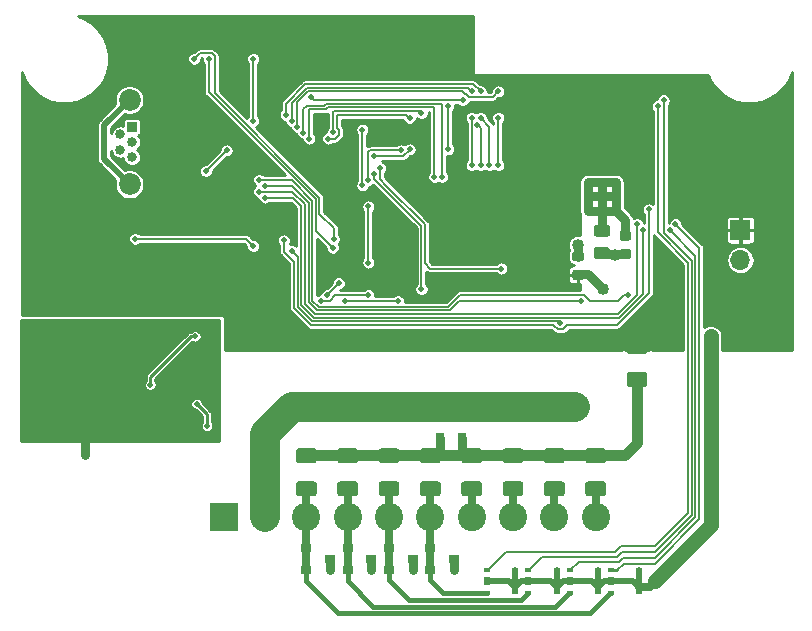
<source format=gbl>
G04 #@! TF.GenerationSoftware,KiCad,Pcbnew,(5.1.2-1)-1*
G04 #@! TF.CreationDate,2019-05-05T13:35:30-05:00*
G04 #@! TF.ProjectId,WiFi-Gate-Controller,57694669-2d47-4617-9465-2d436f6e7472,rev?*
G04 #@! TF.SameCoordinates,Original*
G04 #@! TF.FileFunction,Copper,L2,Bot*
G04 #@! TF.FilePolarity,Positive*
%FSLAX46Y46*%
G04 Gerber Fmt 4.6, Leading zero omitted, Abs format (unit mm)*
G04 Created by KiCad (PCBNEW (5.1.2-1)-1) date 2019-05-05 13:35:30*
%MOMM*%
%LPD*%
G04 APERTURE LIST*
%ADD10R,0.500000X1.300000*%
%ADD11R,0.500000X0.400000*%
%ADD12R,0.500000X0.750000*%
%ADD13R,0.800000X1.900000*%
%ADD14R,0.800000X0.900000*%
%ADD15C,2.400000*%
%ADD16R,2.400000X2.400000*%
%ADD17C,2.000000*%
%ADD18C,0.875000*%
%ADD19R,0.900000X0.800000*%
%ADD20C,1.250000*%
%ADD21C,0.975000*%
%ADD22R,1.700000X1.700000*%
%ADD23O,1.700000X1.700000*%
%ADD24R,0.840000X0.840000*%
%ADD25C,0.840000*%
%ADD26C,1.850000*%
%ADD27C,0.500000*%
%ADD28C,1.016000*%
%ADD29C,0.508000*%
%ADD30C,0.762000*%
%ADD31C,0.685800*%
%ADD32C,0.508000*%
%ADD33C,0.635000*%
%ADD34C,0.762000*%
%ADD35C,1.270000*%
%ADD36C,0.431800*%
%ADD37C,0.152400*%
%ADD38C,0.254000*%
%ADD39C,0.889000*%
%ADD40C,2.540000*%
%ADD41C,0.228600*%
G04 APERTURE END LIST*
D10*
X71700000Y-80250000D03*
D11*
X71700000Y-78800000D03*
X69300000Y-78800000D03*
D12*
X69300000Y-79750000D03*
D11*
X69300000Y-80700000D03*
D10*
X75200000Y-80250000D03*
D11*
X75200000Y-78800000D03*
X72800000Y-78800000D03*
D12*
X72800000Y-79750000D03*
D11*
X72800000Y-80700000D03*
D10*
X78700000Y-80250000D03*
D11*
X78700000Y-78800000D03*
X76300000Y-78800000D03*
D12*
X76300000Y-79750000D03*
D11*
X76300000Y-80700000D03*
D10*
X68200000Y-80250000D03*
D11*
X68200000Y-78800000D03*
X65800000Y-78800000D03*
D12*
X65800000Y-79750000D03*
D11*
X65800000Y-80700000D03*
D13*
X38700000Y-63500000D03*
X39800000Y-63500000D03*
D14*
X63700000Y-67617000D03*
X61800000Y-67617000D03*
X62750000Y-65617000D03*
D15*
X75000000Y-74250000D03*
X71500000Y-74250000D03*
X68000000Y-74250000D03*
D16*
X43500000Y-74250000D03*
D15*
X64500000Y-74281729D03*
X61000000Y-74250000D03*
X57500000Y-74250000D03*
X54000000Y-74250000D03*
X47000000Y-74250000D03*
X50500000Y-74250000D03*
D17*
G36*
X77777691Y-51601053D02*
G01*
X77798926Y-51604203D01*
X77819750Y-51609419D01*
X77839962Y-51616651D01*
X77859368Y-51625830D01*
X77877781Y-51636866D01*
X77895024Y-51649654D01*
X77910930Y-51664070D01*
X77925346Y-51679976D01*
X77938134Y-51697219D01*
X77949170Y-51715632D01*
X77958349Y-51735038D01*
X77965581Y-51755250D01*
X77970797Y-51776074D01*
X77973947Y-51797309D01*
X77975000Y-51818750D01*
X77975000Y-52256250D01*
X77973947Y-52277691D01*
X77970797Y-52298926D01*
X77965581Y-52319750D01*
X77958349Y-52339962D01*
X77949170Y-52359368D01*
X77938134Y-52377781D01*
X77925346Y-52395024D01*
X77910930Y-52410930D01*
X77895024Y-52425346D01*
X77877781Y-52438134D01*
X77859368Y-52449170D01*
X77839962Y-52458349D01*
X77819750Y-52465581D01*
X77798926Y-52470797D01*
X77777691Y-52473947D01*
X77756250Y-52475000D01*
X77243750Y-52475000D01*
X77222309Y-52473947D01*
X77201074Y-52470797D01*
X77180250Y-52465581D01*
X77160038Y-52458349D01*
X77140632Y-52449170D01*
X77122219Y-52438134D01*
X77104976Y-52425346D01*
X77089070Y-52410930D01*
X77074654Y-52395024D01*
X77061866Y-52377781D01*
X77050830Y-52359368D01*
X77041651Y-52339962D01*
X77034419Y-52319750D01*
X77029203Y-52298926D01*
X77026053Y-52277691D01*
X77025000Y-52256250D01*
X77025000Y-51818750D01*
X77026053Y-51797309D01*
X77029203Y-51776074D01*
X77034419Y-51755250D01*
X77041651Y-51735038D01*
X77050830Y-51715632D01*
X77061866Y-51697219D01*
X77074654Y-51679976D01*
X77089070Y-51664070D01*
X77104976Y-51649654D01*
X77122219Y-51636866D01*
X77140632Y-51625830D01*
X77160038Y-51616651D01*
X77180250Y-51609419D01*
X77201074Y-51604203D01*
X77222309Y-51601053D01*
X77243750Y-51600000D01*
X77756250Y-51600000D01*
X77777691Y-51601053D01*
X77777691Y-51601053D01*
G37*
D18*
X77500000Y-52037500D03*
D17*
G36*
X77777691Y-50026053D02*
G01*
X77798926Y-50029203D01*
X77819750Y-50034419D01*
X77839962Y-50041651D01*
X77859368Y-50050830D01*
X77877781Y-50061866D01*
X77895024Y-50074654D01*
X77910930Y-50089070D01*
X77925346Y-50104976D01*
X77938134Y-50122219D01*
X77949170Y-50140632D01*
X77958349Y-50160038D01*
X77965581Y-50180250D01*
X77970797Y-50201074D01*
X77973947Y-50222309D01*
X77975000Y-50243750D01*
X77975000Y-50681250D01*
X77973947Y-50702691D01*
X77970797Y-50723926D01*
X77965581Y-50744750D01*
X77958349Y-50764962D01*
X77949170Y-50784368D01*
X77938134Y-50802781D01*
X77925346Y-50820024D01*
X77910930Y-50835930D01*
X77895024Y-50850346D01*
X77877781Y-50863134D01*
X77859368Y-50874170D01*
X77839962Y-50883349D01*
X77819750Y-50890581D01*
X77798926Y-50895797D01*
X77777691Y-50898947D01*
X77756250Y-50900000D01*
X77243750Y-50900000D01*
X77222309Y-50898947D01*
X77201074Y-50895797D01*
X77180250Y-50890581D01*
X77160038Y-50883349D01*
X77140632Y-50874170D01*
X77122219Y-50863134D01*
X77104976Y-50850346D01*
X77089070Y-50835930D01*
X77074654Y-50820024D01*
X77061866Y-50802781D01*
X77050830Y-50784368D01*
X77041651Y-50764962D01*
X77034419Y-50744750D01*
X77029203Y-50723926D01*
X77026053Y-50702691D01*
X77025000Y-50681250D01*
X77025000Y-50243750D01*
X77026053Y-50222309D01*
X77029203Y-50201074D01*
X77034419Y-50180250D01*
X77041651Y-50160038D01*
X77050830Y-50140632D01*
X77061866Y-50122219D01*
X77074654Y-50104976D01*
X77089070Y-50089070D01*
X77104976Y-50074654D01*
X77122219Y-50061866D01*
X77140632Y-50050830D01*
X77160038Y-50041651D01*
X77180250Y-50034419D01*
X77201074Y-50029203D01*
X77222309Y-50026053D01*
X77243750Y-50025000D01*
X77756250Y-50025000D01*
X77777691Y-50026053D01*
X77777691Y-50026053D01*
G37*
D18*
X77500000Y-50462500D03*
D17*
G36*
X73777691Y-53351053D02*
G01*
X73798926Y-53354203D01*
X73819750Y-53359419D01*
X73839962Y-53366651D01*
X73859368Y-53375830D01*
X73877781Y-53386866D01*
X73895024Y-53399654D01*
X73910930Y-53414070D01*
X73925346Y-53429976D01*
X73938134Y-53447219D01*
X73949170Y-53465632D01*
X73958349Y-53485038D01*
X73965581Y-53505250D01*
X73970797Y-53526074D01*
X73973947Y-53547309D01*
X73975000Y-53568750D01*
X73975000Y-54006250D01*
X73973947Y-54027691D01*
X73970797Y-54048926D01*
X73965581Y-54069750D01*
X73958349Y-54089962D01*
X73949170Y-54109368D01*
X73938134Y-54127781D01*
X73925346Y-54145024D01*
X73910930Y-54160930D01*
X73895024Y-54175346D01*
X73877781Y-54188134D01*
X73859368Y-54199170D01*
X73839962Y-54208349D01*
X73819750Y-54215581D01*
X73798926Y-54220797D01*
X73777691Y-54223947D01*
X73756250Y-54225000D01*
X73243750Y-54225000D01*
X73222309Y-54223947D01*
X73201074Y-54220797D01*
X73180250Y-54215581D01*
X73160038Y-54208349D01*
X73140632Y-54199170D01*
X73122219Y-54188134D01*
X73104976Y-54175346D01*
X73089070Y-54160930D01*
X73074654Y-54145024D01*
X73061866Y-54127781D01*
X73050830Y-54109368D01*
X73041651Y-54089962D01*
X73034419Y-54069750D01*
X73029203Y-54048926D01*
X73026053Y-54027691D01*
X73025000Y-54006250D01*
X73025000Y-53568750D01*
X73026053Y-53547309D01*
X73029203Y-53526074D01*
X73034419Y-53505250D01*
X73041651Y-53485038D01*
X73050830Y-53465632D01*
X73061866Y-53447219D01*
X73074654Y-53429976D01*
X73089070Y-53414070D01*
X73104976Y-53399654D01*
X73122219Y-53386866D01*
X73140632Y-53375830D01*
X73160038Y-53366651D01*
X73180250Y-53359419D01*
X73201074Y-53354203D01*
X73222309Y-53351053D01*
X73243750Y-53350000D01*
X73756250Y-53350000D01*
X73777691Y-53351053D01*
X73777691Y-53351053D01*
G37*
D18*
X73500000Y-53787500D03*
D17*
G36*
X73777691Y-51776053D02*
G01*
X73798926Y-51779203D01*
X73819750Y-51784419D01*
X73839962Y-51791651D01*
X73859368Y-51800830D01*
X73877781Y-51811866D01*
X73895024Y-51824654D01*
X73910930Y-51839070D01*
X73925346Y-51854976D01*
X73938134Y-51872219D01*
X73949170Y-51890632D01*
X73958349Y-51910038D01*
X73965581Y-51930250D01*
X73970797Y-51951074D01*
X73973947Y-51972309D01*
X73975000Y-51993750D01*
X73975000Y-52431250D01*
X73973947Y-52452691D01*
X73970797Y-52473926D01*
X73965581Y-52494750D01*
X73958349Y-52514962D01*
X73949170Y-52534368D01*
X73938134Y-52552781D01*
X73925346Y-52570024D01*
X73910930Y-52585930D01*
X73895024Y-52600346D01*
X73877781Y-52613134D01*
X73859368Y-52624170D01*
X73839962Y-52633349D01*
X73819750Y-52640581D01*
X73798926Y-52645797D01*
X73777691Y-52648947D01*
X73756250Y-52650000D01*
X73243750Y-52650000D01*
X73222309Y-52648947D01*
X73201074Y-52645797D01*
X73180250Y-52640581D01*
X73160038Y-52633349D01*
X73140632Y-52624170D01*
X73122219Y-52613134D01*
X73104976Y-52600346D01*
X73089070Y-52585930D01*
X73074654Y-52570024D01*
X73061866Y-52552781D01*
X73050830Y-52534368D01*
X73041651Y-52514962D01*
X73034419Y-52494750D01*
X73029203Y-52473926D01*
X73026053Y-52452691D01*
X73025000Y-52431250D01*
X73025000Y-51993750D01*
X73026053Y-51972309D01*
X73029203Y-51951074D01*
X73034419Y-51930250D01*
X73041651Y-51910038D01*
X73050830Y-51890632D01*
X73061866Y-51872219D01*
X73074654Y-51854976D01*
X73089070Y-51839070D01*
X73104976Y-51824654D01*
X73122219Y-51811866D01*
X73140632Y-51800830D01*
X73160038Y-51791651D01*
X73180250Y-51784419D01*
X73201074Y-51779203D01*
X73222309Y-51776053D01*
X73243750Y-51775000D01*
X73756250Y-51775000D01*
X73777691Y-51776053D01*
X73777691Y-51776053D01*
G37*
D18*
X73500000Y-52212500D03*
D19*
X50500000Y-78800000D03*
X50500000Y-76900000D03*
X52500000Y-77850000D03*
X56000000Y-77850000D03*
X54000000Y-76900000D03*
X54000000Y-78800000D03*
X57500000Y-78800000D03*
X57500000Y-76900000D03*
X59500000Y-77850000D03*
X63000000Y-77850000D03*
X61000000Y-76900000D03*
X61000000Y-78800000D03*
D17*
G36*
X79149504Y-62026204D02*
G01*
X79173773Y-62029804D01*
X79197571Y-62035765D01*
X79220671Y-62044030D01*
X79242849Y-62054520D01*
X79263893Y-62067133D01*
X79283598Y-62081747D01*
X79301777Y-62098223D01*
X79318253Y-62116402D01*
X79332867Y-62136107D01*
X79345480Y-62157151D01*
X79355970Y-62179329D01*
X79364235Y-62202429D01*
X79370196Y-62226227D01*
X79373796Y-62250496D01*
X79375000Y-62275000D01*
X79375000Y-63025000D01*
X79373796Y-63049504D01*
X79370196Y-63073773D01*
X79364235Y-63097571D01*
X79355970Y-63120671D01*
X79345480Y-63142849D01*
X79332867Y-63163893D01*
X79318253Y-63183598D01*
X79301777Y-63201777D01*
X79283598Y-63218253D01*
X79263893Y-63232867D01*
X79242849Y-63245480D01*
X79220671Y-63255970D01*
X79197571Y-63264235D01*
X79173773Y-63270196D01*
X79149504Y-63273796D01*
X79125000Y-63275000D01*
X77875000Y-63275000D01*
X77850496Y-63273796D01*
X77826227Y-63270196D01*
X77802429Y-63264235D01*
X77779329Y-63255970D01*
X77757151Y-63245480D01*
X77736107Y-63232867D01*
X77716402Y-63218253D01*
X77698223Y-63201777D01*
X77681747Y-63183598D01*
X77667133Y-63163893D01*
X77654520Y-63142849D01*
X77644030Y-63120671D01*
X77635765Y-63097571D01*
X77629804Y-63073773D01*
X77626204Y-63049504D01*
X77625000Y-63025000D01*
X77625000Y-62275000D01*
X77626204Y-62250496D01*
X77629804Y-62226227D01*
X77635765Y-62202429D01*
X77644030Y-62179329D01*
X77654520Y-62157151D01*
X77667133Y-62136107D01*
X77681747Y-62116402D01*
X77698223Y-62098223D01*
X77716402Y-62081747D01*
X77736107Y-62067133D01*
X77757151Y-62054520D01*
X77779329Y-62044030D01*
X77802429Y-62035765D01*
X77826227Y-62029804D01*
X77850496Y-62026204D01*
X77875000Y-62025000D01*
X79125000Y-62025000D01*
X79149504Y-62026204D01*
X79149504Y-62026204D01*
G37*
D20*
X78500000Y-62650000D03*
D17*
G36*
X79149504Y-59226204D02*
G01*
X79173773Y-59229804D01*
X79197571Y-59235765D01*
X79220671Y-59244030D01*
X79242849Y-59254520D01*
X79263893Y-59267133D01*
X79283598Y-59281747D01*
X79301777Y-59298223D01*
X79318253Y-59316402D01*
X79332867Y-59336107D01*
X79345480Y-59357151D01*
X79355970Y-59379329D01*
X79364235Y-59402429D01*
X79370196Y-59426227D01*
X79373796Y-59450496D01*
X79375000Y-59475000D01*
X79375000Y-60225000D01*
X79373796Y-60249504D01*
X79370196Y-60273773D01*
X79364235Y-60297571D01*
X79355970Y-60320671D01*
X79345480Y-60342849D01*
X79332867Y-60363893D01*
X79318253Y-60383598D01*
X79301777Y-60401777D01*
X79283598Y-60418253D01*
X79263893Y-60432867D01*
X79242849Y-60445480D01*
X79220671Y-60455970D01*
X79197571Y-60464235D01*
X79173773Y-60470196D01*
X79149504Y-60473796D01*
X79125000Y-60475000D01*
X77875000Y-60475000D01*
X77850496Y-60473796D01*
X77826227Y-60470196D01*
X77802429Y-60464235D01*
X77779329Y-60455970D01*
X77757151Y-60445480D01*
X77736107Y-60432867D01*
X77716402Y-60418253D01*
X77698223Y-60401777D01*
X77681747Y-60383598D01*
X77667133Y-60363893D01*
X77654520Y-60342849D01*
X77644030Y-60320671D01*
X77635765Y-60297571D01*
X77629804Y-60273773D01*
X77626204Y-60249504D01*
X77625000Y-60225000D01*
X77625000Y-59475000D01*
X77626204Y-59450496D01*
X77629804Y-59426227D01*
X77635765Y-59402429D01*
X77644030Y-59379329D01*
X77654520Y-59357151D01*
X77667133Y-59336107D01*
X77681747Y-59316402D01*
X77698223Y-59298223D01*
X77716402Y-59281747D01*
X77736107Y-59267133D01*
X77757151Y-59254520D01*
X77779329Y-59244030D01*
X77802429Y-59235765D01*
X77826227Y-59229804D01*
X77850496Y-59226204D01*
X77875000Y-59225000D01*
X79125000Y-59225000D01*
X79149504Y-59226204D01*
X79149504Y-59226204D01*
G37*
D20*
X78500000Y-59850000D03*
D17*
G36*
X75995142Y-51451174D02*
G01*
X76018803Y-51454684D01*
X76042007Y-51460496D01*
X76064529Y-51468554D01*
X76086153Y-51478782D01*
X76106670Y-51491079D01*
X76125883Y-51505329D01*
X76143607Y-51521393D01*
X76159671Y-51539117D01*
X76173921Y-51558330D01*
X76186218Y-51578847D01*
X76196446Y-51600471D01*
X76204504Y-51622993D01*
X76210316Y-51646197D01*
X76213826Y-51669858D01*
X76215000Y-51693750D01*
X76215000Y-52181250D01*
X76213826Y-52205142D01*
X76210316Y-52228803D01*
X76204504Y-52252007D01*
X76196446Y-52274529D01*
X76186218Y-52296153D01*
X76173921Y-52316670D01*
X76159671Y-52335883D01*
X76143607Y-52353607D01*
X76125883Y-52369671D01*
X76106670Y-52383921D01*
X76086153Y-52396218D01*
X76064529Y-52406446D01*
X76042007Y-52414504D01*
X76018803Y-52420316D01*
X75995142Y-52423826D01*
X75971250Y-52425000D01*
X75058750Y-52425000D01*
X75034858Y-52423826D01*
X75011197Y-52420316D01*
X74987993Y-52414504D01*
X74965471Y-52406446D01*
X74943847Y-52396218D01*
X74923330Y-52383921D01*
X74904117Y-52369671D01*
X74886393Y-52353607D01*
X74870329Y-52335883D01*
X74856079Y-52316670D01*
X74843782Y-52296153D01*
X74833554Y-52274529D01*
X74825496Y-52252007D01*
X74819684Y-52228803D01*
X74816174Y-52205142D01*
X74815000Y-52181250D01*
X74815000Y-51693750D01*
X74816174Y-51669858D01*
X74819684Y-51646197D01*
X74825496Y-51622993D01*
X74833554Y-51600471D01*
X74843782Y-51578847D01*
X74856079Y-51558330D01*
X74870329Y-51539117D01*
X74886393Y-51521393D01*
X74904117Y-51505329D01*
X74923330Y-51491079D01*
X74943847Y-51478782D01*
X74965471Y-51468554D01*
X74987993Y-51460496D01*
X75011197Y-51454684D01*
X75034858Y-51451174D01*
X75058750Y-51450000D01*
X75971250Y-51450000D01*
X75995142Y-51451174D01*
X75995142Y-51451174D01*
G37*
D21*
X75515000Y-51937500D03*
D17*
G36*
X75995142Y-49576174D02*
G01*
X76018803Y-49579684D01*
X76042007Y-49585496D01*
X76064529Y-49593554D01*
X76086153Y-49603782D01*
X76106670Y-49616079D01*
X76125883Y-49630329D01*
X76143607Y-49646393D01*
X76159671Y-49664117D01*
X76173921Y-49683330D01*
X76186218Y-49703847D01*
X76196446Y-49725471D01*
X76204504Y-49747993D01*
X76210316Y-49771197D01*
X76213826Y-49794858D01*
X76215000Y-49818750D01*
X76215000Y-50306250D01*
X76213826Y-50330142D01*
X76210316Y-50353803D01*
X76204504Y-50377007D01*
X76196446Y-50399529D01*
X76186218Y-50421153D01*
X76173921Y-50441670D01*
X76159671Y-50460883D01*
X76143607Y-50478607D01*
X76125883Y-50494671D01*
X76106670Y-50508921D01*
X76086153Y-50521218D01*
X76064529Y-50531446D01*
X76042007Y-50539504D01*
X76018803Y-50545316D01*
X75995142Y-50548826D01*
X75971250Y-50550000D01*
X75058750Y-50550000D01*
X75034858Y-50548826D01*
X75011197Y-50545316D01*
X74987993Y-50539504D01*
X74965471Y-50531446D01*
X74943847Y-50521218D01*
X74923330Y-50508921D01*
X74904117Y-50494671D01*
X74886393Y-50478607D01*
X74870329Y-50460883D01*
X74856079Y-50441670D01*
X74843782Y-50421153D01*
X74833554Y-50399529D01*
X74825496Y-50377007D01*
X74819684Y-50353803D01*
X74816174Y-50330142D01*
X74815000Y-50306250D01*
X74815000Y-49818750D01*
X74816174Y-49794858D01*
X74819684Y-49771197D01*
X74825496Y-49747993D01*
X74833554Y-49725471D01*
X74843782Y-49703847D01*
X74856079Y-49683330D01*
X74870329Y-49664117D01*
X74886393Y-49646393D01*
X74904117Y-49630329D01*
X74923330Y-49616079D01*
X74943847Y-49603782D01*
X74965471Y-49593554D01*
X74987993Y-49585496D01*
X75011197Y-49579684D01*
X75034858Y-49576174D01*
X75058750Y-49575000D01*
X75971250Y-49575000D01*
X75995142Y-49576174D01*
X75995142Y-49576174D01*
G37*
D21*
X75515000Y-50062500D03*
D22*
X87250000Y-50000000D03*
D23*
X87250000Y-52540000D03*
D17*
G36*
X51149504Y-71276204D02*
G01*
X51173773Y-71279804D01*
X51197571Y-71285765D01*
X51220671Y-71294030D01*
X51242849Y-71304520D01*
X51263893Y-71317133D01*
X51283598Y-71331747D01*
X51301777Y-71348223D01*
X51318253Y-71366402D01*
X51332867Y-71386107D01*
X51345480Y-71407151D01*
X51355970Y-71429329D01*
X51364235Y-71452429D01*
X51370196Y-71476227D01*
X51373796Y-71500496D01*
X51375000Y-71525000D01*
X51375000Y-72275000D01*
X51373796Y-72299504D01*
X51370196Y-72323773D01*
X51364235Y-72347571D01*
X51355970Y-72370671D01*
X51345480Y-72392849D01*
X51332867Y-72413893D01*
X51318253Y-72433598D01*
X51301777Y-72451777D01*
X51283598Y-72468253D01*
X51263893Y-72482867D01*
X51242849Y-72495480D01*
X51220671Y-72505970D01*
X51197571Y-72514235D01*
X51173773Y-72520196D01*
X51149504Y-72523796D01*
X51125000Y-72525000D01*
X49875000Y-72525000D01*
X49850496Y-72523796D01*
X49826227Y-72520196D01*
X49802429Y-72514235D01*
X49779329Y-72505970D01*
X49757151Y-72495480D01*
X49736107Y-72482867D01*
X49716402Y-72468253D01*
X49698223Y-72451777D01*
X49681747Y-72433598D01*
X49667133Y-72413893D01*
X49654520Y-72392849D01*
X49644030Y-72370671D01*
X49635765Y-72347571D01*
X49629804Y-72323773D01*
X49626204Y-72299504D01*
X49625000Y-72275000D01*
X49625000Y-71525000D01*
X49626204Y-71500496D01*
X49629804Y-71476227D01*
X49635765Y-71452429D01*
X49644030Y-71429329D01*
X49654520Y-71407151D01*
X49667133Y-71386107D01*
X49681747Y-71366402D01*
X49698223Y-71348223D01*
X49716402Y-71331747D01*
X49736107Y-71317133D01*
X49757151Y-71304520D01*
X49779329Y-71294030D01*
X49802429Y-71285765D01*
X49826227Y-71279804D01*
X49850496Y-71276204D01*
X49875000Y-71275000D01*
X51125000Y-71275000D01*
X51149504Y-71276204D01*
X51149504Y-71276204D01*
G37*
D20*
X50500000Y-71900000D03*
D17*
G36*
X51149504Y-68476204D02*
G01*
X51173773Y-68479804D01*
X51197571Y-68485765D01*
X51220671Y-68494030D01*
X51242849Y-68504520D01*
X51263893Y-68517133D01*
X51283598Y-68531747D01*
X51301777Y-68548223D01*
X51318253Y-68566402D01*
X51332867Y-68586107D01*
X51345480Y-68607151D01*
X51355970Y-68629329D01*
X51364235Y-68652429D01*
X51370196Y-68676227D01*
X51373796Y-68700496D01*
X51375000Y-68725000D01*
X51375000Y-69475000D01*
X51373796Y-69499504D01*
X51370196Y-69523773D01*
X51364235Y-69547571D01*
X51355970Y-69570671D01*
X51345480Y-69592849D01*
X51332867Y-69613893D01*
X51318253Y-69633598D01*
X51301777Y-69651777D01*
X51283598Y-69668253D01*
X51263893Y-69682867D01*
X51242849Y-69695480D01*
X51220671Y-69705970D01*
X51197571Y-69714235D01*
X51173773Y-69720196D01*
X51149504Y-69723796D01*
X51125000Y-69725000D01*
X49875000Y-69725000D01*
X49850496Y-69723796D01*
X49826227Y-69720196D01*
X49802429Y-69714235D01*
X49779329Y-69705970D01*
X49757151Y-69695480D01*
X49736107Y-69682867D01*
X49716402Y-69668253D01*
X49698223Y-69651777D01*
X49681747Y-69633598D01*
X49667133Y-69613893D01*
X49654520Y-69592849D01*
X49644030Y-69570671D01*
X49635765Y-69547571D01*
X49629804Y-69523773D01*
X49626204Y-69499504D01*
X49625000Y-69475000D01*
X49625000Y-68725000D01*
X49626204Y-68700496D01*
X49629804Y-68676227D01*
X49635765Y-68652429D01*
X49644030Y-68629329D01*
X49654520Y-68607151D01*
X49667133Y-68586107D01*
X49681747Y-68566402D01*
X49698223Y-68548223D01*
X49716402Y-68531747D01*
X49736107Y-68517133D01*
X49757151Y-68504520D01*
X49779329Y-68494030D01*
X49802429Y-68485765D01*
X49826227Y-68479804D01*
X49850496Y-68476204D01*
X49875000Y-68475000D01*
X51125000Y-68475000D01*
X51149504Y-68476204D01*
X51149504Y-68476204D01*
G37*
D20*
X50500000Y-69100000D03*
D17*
G36*
X54649504Y-71276204D02*
G01*
X54673773Y-71279804D01*
X54697571Y-71285765D01*
X54720671Y-71294030D01*
X54742849Y-71304520D01*
X54763893Y-71317133D01*
X54783598Y-71331747D01*
X54801777Y-71348223D01*
X54818253Y-71366402D01*
X54832867Y-71386107D01*
X54845480Y-71407151D01*
X54855970Y-71429329D01*
X54864235Y-71452429D01*
X54870196Y-71476227D01*
X54873796Y-71500496D01*
X54875000Y-71525000D01*
X54875000Y-72275000D01*
X54873796Y-72299504D01*
X54870196Y-72323773D01*
X54864235Y-72347571D01*
X54855970Y-72370671D01*
X54845480Y-72392849D01*
X54832867Y-72413893D01*
X54818253Y-72433598D01*
X54801777Y-72451777D01*
X54783598Y-72468253D01*
X54763893Y-72482867D01*
X54742849Y-72495480D01*
X54720671Y-72505970D01*
X54697571Y-72514235D01*
X54673773Y-72520196D01*
X54649504Y-72523796D01*
X54625000Y-72525000D01*
X53375000Y-72525000D01*
X53350496Y-72523796D01*
X53326227Y-72520196D01*
X53302429Y-72514235D01*
X53279329Y-72505970D01*
X53257151Y-72495480D01*
X53236107Y-72482867D01*
X53216402Y-72468253D01*
X53198223Y-72451777D01*
X53181747Y-72433598D01*
X53167133Y-72413893D01*
X53154520Y-72392849D01*
X53144030Y-72370671D01*
X53135765Y-72347571D01*
X53129804Y-72323773D01*
X53126204Y-72299504D01*
X53125000Y-72275000D01*
X53125000Y-71525000D01*
X53126204Y-71500496D01*
X53129804Y-71476227D01*
X53135765Y-71452429D01*
X53144030Y-71429329D01*
X53154520Y-71407151D01*
X53167133Y-71386107D01*
X53181747Y-71366402D01*
X53198223Y-71348223D01*
X53216402Y-71331747D01*
X53236107Y-71317133D01*
X53257151Y-71304520D01*
X53279329Y-71294030D01*
X53302429Y-71285765D01*
X53326227Y-71279804D01*
X53350496Y-71276204D01*
X53375000Y-71275000D01*
X54625000Y-71275000D01*
X54649504Y-71276204D01*
X54649504Y-71276204D01*
G37*
D20*
X54000000Y-71900000D03*
D17*
G36*
X54649504Y-68476204D02*
G01*
X54673773Y-68479804D01*
X54697571Y-68485765D01*
X54720671Y-68494030D01*
X54742849Y-68504520D01*
X54763893Y-68517133D01*
X54783598Y-68531747D01*
X54801777Y-68548223D01*
X54818253Y-68566402D01*
X54832867Y-68586107D01*
X54845480Y-68607151D01*
X54855970Y-68629329D01*
X54864235Y-68652429D01*
X54870196Y-68676227D01*
X54873796Y-68700496D01*
X54875000Y-68725000D01*
X54875000Y-69475000D01*
X54873796Y-69499504D01*
X54870196Y-69523773D01*
X54864235Y-69547571D01*
X54855970Y-69570671D01*
X54845480Y-69592849D01*
X54832867Y-69613893D01*
X54818253Y-69633598D01*
X54801777Y-69651777D01*
X54783598Y-69668253D01*
X54763893Y-69682867D01*
X54742849Y-69695480D01*
X54720671Y-69705970D01*
X54697571Y-69714235D01*
X54673773Y-69720196D01*
X54649504Y-69723796D01*
X54625000Y-69725000D01*
X53375000Y-69725000D01*
X53350496Y-69723796D01*
X53326227Y-69720196D01*
X53302429Y-69714235D01*
X53279329Y-69705970D01*
X53257151Y-69695480D01*
X53236107Y-69682867D01*
X53216402Y-69668253D01*
X53198223Y-69651777D01*
X53181747Y-69633598D01*
X53167133Y-69613893D01*
X53154520Y-69592849D01*
X53144030Y-69570671D01*
X53135765Y-69547571D01*
X53129804Y-69523773D01*
X53126204Y-69499504D01*
X53125000Y-69475000D01*
X53125000Y-68725000D01*
X53126204Y-68700496D01*
X53129804Y-68676227D01*
X53135765Y-68652429D01*
X53144030Y-68629329D01*
X53154520Y-68607151D01*
X53167133Y-68586107D01*
X53181747Y-68566402D01*
X53198223Y-68548223D01*
X53216402Y-68531747D01*
X53236107Y-68517133D01*
X53257151Y-68504520D01*
X53279329Y-68494030D01*
X53302429Y-68485765D01*
X53326227Y-68479804D01*
X53350496Y-68476204D01*
X53375000Y-68475000D01*
X54625000Y-68475000D01*
X54649504Y-68476204D01*
X54649504Y-68476204D01*
G37*
D20*
X54000000Y-69100000D03*
D17*
G36*
X58149504Y-68476204D02*
G01*
X58173773Y-68479804D01*
X58197571Y-68485765D01*
X58220671Y-68494030D01*
X58242849Y-68504520D01*
X58263893Y-68517133D01*
X58283598Y-68531747D01*
X58301777Y-68548223D01*
X58318253Y-68566402D01*
X58332867Y-68586107D01*
X58345480Y-68607151D01*
X58355970Y-68629329D01*
X58364235Y-68652429D01*
X58370196Y-68676227D01*
X58373796Y-68700496D01*
X58375000Y-68725000D01*
X58375000Y-69475000D01*
X58373796Y-69499504D01*
X58370196Y-69523773D01*
X58364235Y-69547571D01*
X58355970Y-69570671D01*
X58345480Y-69592849D01*
X58332867Y-69613893D01*
X58318253Y-69633598D01*
X58301777Y-69651777D01*
X58283598Y-69668253D01*
X58263893Y-69682867D01*
X58242849Y-69695480D01*
X58220671Y-69705970D01*
X58197571Y-69714235D01*
X58173773Y-69720196D01*
X58149504Y-69723796D01*
X58125000Y-69725000D01*
X56875000Y-69725000D01*
X56850496Y-69723796D01*
X56826227Y-69720196D01*
X56802429Y-69714235D01*
X56779329Y-69705970D01*
X56757151Y-69695480D01*
X56736107Y-69682867D01*
X56716402Y-69668253D01*
X56698223Y-69651777D01*
X56681747Y-69633598D01*
X56667133Y-69613893D01*
X56654520Y-69592849D01*
X56644030Y-69570671D01*
X56635765Y-69547571D01*
X56629804Y-69523773D01*
X56626204Y-69499504D01*
X56625000Y-69475000D01*
X56625000Y-68725000D01*
X56626204Y-68700496D01*
X56629804Y-68676227D01*
X56635765Y-68652429D01*
X56644030Y-68629329D01*
X56654520Y-68607151D01*
X56667133Y-68586107D01*
X56681747Y-68566402D01*
X56698223Y-68548223D01*
X56716402Y-68531747D01*
X56736107Y-68517133D01*
X56757151Y-68504520D01*
X56779329Y-68494030D01*
X56802429Y-68485765D01*
X56826227Y-68479804D01*
X56850496Y-68476204D01*
X56875000Y-68475000D01*
X58125000Y-68475000D01*
X58149504Y-68476204D01*
X58149504Y-68476204D01*
G37*
D20*
X57500000Y-69100000D03*
D17*
G36*
X58149504Y-71276204D02*
G01*
X58173773Y-71279804D01*
X58197571Y-71285765D01*
X58220671Y-71294030D01*
X58242849Y-71304520D01*
X58263893Y-71317133D01*
X58283598Y-71331747D01*
X58301777Y-71348223D01*
X58318253Y-71366402D01*
X58332867Y-71386107D01*
X58345480Y-71407151D01*
X58355970Y-71429329D01*
X58364235Y-71452429D01*
X58370196Y-71476227D01*
X58373796Y-71500496D01*
X58375000Y-71525000D01*
X58375000Y-72275000D01*
X58373796Y-72299504D01*
X58370196Y-72323773D01*
X58364235Y-72347571D01*
X58355970Y-72370671D01*
X58345480Y-72392849D01*
X58332867Y-72413893D01*
X58318253Y-72433598D01*
X58301777Y-72451777D01*
X58283598Y-72468253D01*
X58263893Y-72482867D01*
X58242849Y-72495480D01*
X58220671Y-72505970D01*
X58197571Y-72514235D01*
X58173773Y-72520196D01*
X58149504Y-72523796D01*
X58125000Y-72525000D01*
X56875000Y-72525000D01*
X56850496Y-72523796D01*
X56826227Y-72520196D01*
X56802429Y-72514235D01*
X56779329Y-72505970D01*
X56757151Y-72495480D01*
X56736107Y-72482867D01*
X56716402Y-72468253D01*
X56698223Y-72451777D01*
X56681747Y-72433598D01*
X56667133Y-72413893D01*
X56654520Y-72392849D01*
X56644030Y-72370671D01*
X56635765Y-72347571D01*
X56629804Y-72323773D01*
X56626204Y-72299504D01*
X56625000Y-72275000D01*
X56625000Y-71525000D01*
X56626204Y-71500496D01*
X56629804Y-71476227D01*
X56635765Y-71452429D01*
X56644030Y-71429329D01*
X56654520Y-71407151D01*
X56667133Y-71386107D01*
X56681747Y-71366402D01*
X56698223Y-71348223D01*
X56716402Y-71331747D01*
X56736107Y-71317133D01*
X56757151Y-71304520D01*
X56779329Y-71294030D01*
X56802429Y-71285765D01*
X56826227Y-71279804D01*
X56850496Y-71276204D01*
X56875000Y-71275000D01*
X58125000Y-71275000D01*
X58149504Y-71276204D01*
X58149504Y-71276204D01*
G37*
D20*
X57500000Y-71900000D03*
D17*
G36*
X61649504Y-71276204D02*
G01*
X61673773Y-71279804D01*
X61697571Y-71285765D01*
X61720671Y-71294030D01*
X61742849Y-71304520D01*
X61763893Y-71317133D01*
X61783598Y-71331747D01*
X61801777Y-71348223D01*
X61818253Y-71366402D01*
X61832867Y-71386107D01*
X61845480Y-71407151D01*
X61855970Y-71429329D01*
X61864235Y-71452429D01*
X61870196Y-71476227D01*
X61873796Y-71500496D01*
X61875000Y-71525000D01*
X61875000Y-72275000D01*
X61873796Y-72299504D01*
X61870196Y-72323773D01*
X61864235Y-72347571D01*
X61855970Y-72370671D01*
X61845480Y-72392849D01*
X61832867Y-72413893D01*
X61818253Y-72433598D01*
X61801777Y-72451777D01*
X61783598Y-72468253D01*
X61763893Y-72482867D01*
X61742849Y-72495480D01*
X61720671Y-72505970D01*
X61697571Y-72514235D01*
X61673773Y-72520196D01*
X61649504Y-72523796D01*
X61625000Y-72525000D01*
X60375000Y-72525000D01*
X60350496Y-72523796D01*
X60326227Y-72520196D01*
X60302429Y-72514235D01*
X60279329Y-72505970D01*
X60257151Y-72495480D01*
X60236107Y-72482867D01*
X60216402Y-72468253D01*
X60198223Y-72451777D01*
X60181747Y-72433598D01*
X60167133Y-72413893D01*
X60154520Y-72392849D01*
X60144030Y-72370671D01*
X60135765Y-72347571D01*
X60129804Y-72323773D01*
X60126204Y-72299504D01*
X60125000Y-72275000D01*
X60125000Y-71525000D01*
X60126204Y-71500496D01*
X60129804Y-71476227D01*
X60135765Y-71452429D01*
X60144030Y-71429329D01*
X60154520Y-71407151D01*
X60167133Y-71386107D01*
X60181747Y-71366402D01*
X60198223Y-71348223D01*
X60216402Y-71331747D01*
X60236107Y-71317133D01*
X60257151Y-71304520D01*
X60279329Y-71294030D01*
X60302429Y-71285765D01*
X60326227Y-71279804D01*
X60350496Y-71276204D01*
X60375000Y-71275000D01*
X61625000Y-71275000D01*
X61649504Y-71276204D01*
X61649504Y-71276204D01*
G37*
D20*
X61000000Y-71900000D03*
D17*
G36*
X61649504Y-68476204D02*
G01*
X61673773Y-68479804D01*
X61697571Y-68485765D01*
X61720671Y-68494030D01*
X61742849Y-68504520D01*
X61763893Y-68517133D01*
X61783598Y-68531747D01*
X61801777Y-68548223D01*
X61818253Y-68566402D01*
X61832867Y-68586107D01*
X61845480Y-68607151D01*
X61855970Y-68629329D01*
X61864235Y-68652429D01*
X61870196Y-68676227D01*
X61873796Y-68700496D01*
X61875000Y-68725000D01*
X61875000Y-69475000D01*
X61873796Y-69499504D01*
X61870196Y-69523773D01*
X61864235Y-69547571D01*
X61855970Y-69570671D01*
X61845480Y-69592849D01*
X61832867Y-69613893D01*
X61818253Y-69633598D01*
X61801777Y-69651777D01*
X61783598Y-69668253D01*
X61763893Y-69682867D01*
X61742849Y-69695480D01*
X61720671Y-69705970D01*
X61697571Y-69714235D01*
X61673773Y-69720196D01*
X61649504Y-69723796D01*
X61625000Y-69725000D01*
X60375000Y-69725000D01*
X60350496Y-69723796D01*
X60326227Y-69720196D01*
X60302429Y-69714235D01*
X60279329Y-69705970D01*
X60257151Y-69695480D01*
X60236107Y-69682867D01*
X60216402Y-69668253D01*
X60198223Y-69651777D01*
X60181747Y-69633598D01*
X60167133Y-69613893D01*
X60154520Y-69592849D01*
X60144030Y-69570671D01*
X60135765Y-69547571D01*
X60129804Y-69523773D01*
X60126204Y-69499504D01*
X60125000Y-69475000D01*
X60125000Y-68725000D01*
X60126204Y-68700496D01*
X60129804Y-68676227D01*
X60135765Y-68652429D01*
X60144030Y-68629329D01*
X60154520Y-68607151D01*
X60167133Y-68586107D01*
X60181747Y-68566402D01*
X60198223Y-68548223D01*
X60216402Y-68531747D01*
X60236107Y-68517133D01*
X60257151Y-68504520D01*
X60279329Y-68494030D01*
X60302429Y-68485765D01*
X60326227Y-68479804D01*
X60350496Y-68476204D01*
X60375000Y-68475000D01*
X61625000Y-68475000D01*
X61649504Y-68476204D01*
X61649504Y-68476204D01*
G37*
D20*
X61000000Y-69100000D03*
D17*
G36*
X65149504Y-68476204D02*
G01*
X65173773Y-68479804D01*
X65197571Y-68485765D01*
X65220671Y-68494030D01*
X65242849Y-68504520D01*
X65263893Y-68517133D01*
X65283598Y-68531747D01*
X65301777Y-68548223D01*
X65318253Y-68566402D01*
X65332867Y-68586107D01*
X65345480Y-68607151D01*
X65355970Y-68629329D01*
X65364235Y-68652429D01*
X65370196Y-68676227D01*
X65373796Y-68700496D01*
X65375000Y-68725000D01*
X65375000Y-69475000D01*
X65373796Y-69499504D01*
X65370196Y-69523773D01*
X65364235Y-69547571D01*
X65355970Y-69570671D01*
X65345480Y-69592849D01*
X65332867Y-69613893D01*
X65318253Y-69633598D01*
X65301777Y-69651777D01*
X65283598Y-69668253D01*
X65263893Y-69682867D01*
X65242849Y-69695480D01*
X65220671Y-69705970D01*
X65197571Y-69714235D01*
X65173773Y-69720196D01*
X65149504Y-69723796D01*
X65125000Y-69725000D01*
X63875000Y-69725000D01*
X63850496Y-69723796D01*
X63826227Y-69720196D01*
X63802429Y-69714235D01*
X63779329Y-69705970D01*
X63757151Y-69695480D01*
X63736107Y-69682867D01*
X63716402Y-69668253D01*
X63698223Y-69651777D01*
X63681747Y-69633598D01*
X63667133Y-69613893D01*
X63654520Y-69592849D01*
X63644030Y-69570671D01*
X63635765Y-69547571D01*
X63629804Y-69523773D01*
X63626204Y-69499504D01*
X63625000Y-69475000D01*
X63625000Y-68725000D01*
X63626204Y-68700496D01*
X63629804Y-68676227D01*
X63635765Y-68652429D01*
X63644030Y-68629329D01*
X63654520Y-68607151D01*
X63667133Y-68586107D01*
X63681747Y-68566402D01*
X63698223Y-68548223D01*
X63716402Y-68531747D01*
X63736107Y-68517133D01*
X63757151Y-68504520D01*
X63779329Y-68494030D01*
X63802429Y-68485765D01*
X63826227Y-68479804D01*
X63850496Y-68476204D01*
X63875000Y-68475000D01*
X65125000Y-68475000D01*
X65149504Y-68476204D01*
X65149504Y-68476204D01*
G37*
D20*
X64500000Y-69100000D03*
D17*
G36*
X65149504Y-71276204D02*
G01*
X65173773Y-71279804D01*
X65197571Y-71285765D01*
X65220671Y-71294030D01*
X65242849Y-71304520D01*
X65263893Y-71317133D01*
X65283598Y-71331747D01*
X65301777Y-71348223D01*
X65318253Y-71366402D01*
X65332867Y-71386107D01*
X65345480Y-71407151D01*
X65355970Y-71429329D01*
X65364235Y-71452429D01*
X65370196Y-71476227D01*
X65373796Y-71500496D01*
X65375000Y-71525000D01*
X65375000Y-72275000D01*
X65373796Y-72299504D01*
X65370196Y-72323773D01*
X65364235Y-72347571D01*
X65355970Y-72370671D01*
X65345480Y-72392849D01*
X65332867Y-72413893D01*
X65318253Y-72433598D01*
X65301777Y-72451777D01*
X65283598Y-72468253D01*
X65263893Y-72482867D01*
X65242849Y-72495480D01*
X65220671Y-72505970D01*
X65197571Y-72514235D01*
X65173773Y-72520196D01*
X65149504Y-72523796D01*
X65125000Y-72525000D01*
X63875000Y-72525000D01*
X63850496Y-72523796D01*
X63826227Y-72520196D01*
X63802429Y-72514235D01*
X63779329Y-72505970D01*
X63757151Y-72495480D01*
X63736107Y-72482867D01*
X63716402Y-72468253D01*
X63698223Y-72451777D01*
X63681747Y-72433598D01*
X63667133Y-72413893D01*
X63654520Y-72392849D01*
X63644030Y-72370671D01*
X63635765Y-72347571D01*
X63629804Y-72323773D01*
X63626204Y-72299504D01*
X63625000Y-72275000D01*
X63625000Y-71525000D01*
X63626204Y-71500496D01*
X63629804Y-71476227D01*
X63635765Y-71452429D01*
X63644030Y-71429329D01*
X63654520Y-71407151D01*
X63667133Y-71386107D01*
X63681747Y-71366402D01*
X63698223Y-71348223D01*
X63716402Y-71331747D01*
X63736107Y-71317133D01*
X63757151Y-71304520D01*
X63779329Y-71294030D01*
X63802429Y-71285765D01*
X63826227Y-71279804D01*
X63850496Y-71276204D01*
X63875000Y-71275000D01*
X65125000Y-71275000D01*
X65149504Y-71276204D01*
X65149504Y-71276204D01*
G37*
D20*
X64500000Y-71900000D03*
D17*
G36*
X68649504Y-71276204D02*
G01*
X68673773Y-71279804D01*
X68697571Y-71285765D01*
X68720671Y-71294030D01*
X68742849Y-71304520D01*
X68763893Y-71317133D01*
X68783598Y-71331747D01*
X68801777Y-71348223D01*
X68818253Y-71366402D01*
X68832867Y-71386107D01*
X68845480Y-71407151D01*
X68855970Y-71429329D01*
X68864235Y-71452429D01*
X68870196Y-71476227D01*
X68873796Y-71500496D01*
X68875000Y-71525000D01*
X68875000Y-72275000D01*
X68873796Y-72299504D01*
X68870196Y-72323773D01*
X68864235Y-72347571D01*
X68855970Y-72370671D01*
X68845480Y-72392849D01*
X68832867Y-72413893D01*
X68818253Y-72433598D01*
X68801777Y-72451777D01*
X68783598Y-72468253D01*
X68763893Y-72482867D01*
X68742849Y-72495480D01*
X68720671Y-72505970D01*
X68697571Y-72514235D01*
X68673773Y-72520196D01*
X68649504Y-72523796D01*
X68625000Y-72525000D01*
X67375000Y-72525000D01*
X67350496Y-72523796D01*
X67326227Y-72520196D01*
X67302429Y-72514235D01*
X67279329Y-72505970D01*
X67257151Y-72495480D01*
X67236107Y-72482867D01*
X67216402Y-72468253D01*
X67198223Y-72451777D01*
X67181747Y-72433598D01*
X67167133Y-72413893D01*
X67154520Y-72392849D01*
X67144030Y-72370671D01*
X67135765Y-72347571D01*
X67129804Y-72323773D01*
X67126204Y-72299504D01*
X67125000Y-72275000D01*
X67125000Y-71525000D01*
X67126204Y-71500496D01*
X67129804Y-71476227D01*
X67135765Y-71452429D01*
X67144030Y-71429329D01*
X67154520Y-71407151D01*
X67167133Y-71386107D01*
X67181747Y-71366402D01*
X67198223Y-71348223D01*
X67216402Y-71331747D01*
X67236107Y-71317133D01*
X67257151Y-71304520D01*
X67279329Y-71294030D01*
X67302429Y-71285765D01*
X67326227Y-71279804D01*
X67350496Y-71276204D01*
X67375000Y-71275000D01*
X68625000Y-71275000D01*
X68649504Y-71276204D01*
X68649504Y-71276204D01*
G37*
D20*
X68000000Y-71900000D03*
D17*
G36*
X68649504Y-68476204D02*
G01*
X68673773Y-68479804D01*
X68697571Y-68485765D01*
X68720671Y-68494030D01*
X68742849Y-68504520D01*
X68763893Y-68517133D01*
X68783598Y-68531747D01*
X68801777Y-68548223D01*
X68818253Y-68566402D01*
X68832867Y-68586107D01*
X68845480Y-68607151D01*
X68855970Y-68629329D01*
X68864235Y-68652429D01*
X68870196Y-68676227D01*
X68873796Y-68700496D01*
X68875000Y-68725000D01*
X68875000Y-69475000D01*
X68873796Y-69499504D01*
X68870196Y-69523773D01*
X68864235Y-69547571D01*
X68855970Y-69570671D01*
X68845480Y-69592849D01*
X68832867Y-69613893D01*
X68818253Y-69633598D01*
X68801777Y-69651777D01*
X68783598Y-69668253D01*
X68763893Y-69682867D01*
X68742849Y-69695480D01*
X68720671Y-69705970D01*
X68697571Y-69714235D01*
X68673773Y-69720196D01*
X68649504Y-69723796D01*
X68625000Y-69725000D01*
X67375000Y-69725000D01*
X67350496Y-69723796D01*
X67326227Y-69720196D01*
X67302429Y-69714235D01*
X67279329Y-69705970D01*
X67257151Y-69695480D01*
X67236107Y-69682867D01*
X67216402Y-69668253D01*
X67198223Y-69651777D01*
X67181747Y-69633598D01*
X67167133Y-69613893D01*
X67154520Y-69592849D01*
X67144030Y-69570671D01*
X67135765Y-69547571D01*
X67129804Y-69523773D01*
X67126204Y-69499504D01*
X67125000Y-69475000D01*
X67125000Y-68725000D01*
X67126204Y-68700496D01*
X67129804Y-68676227D01*
X67135765Y-68652429D01*
X67144030Y-68629329D01*
X67154520Y-68607151D01*
X67167133Y-68586107D01*
X67181747Y-68566402D01*
X67198223Y-68548223D01*
X67216402Y-68531747D01*
X67236107Y-68517133D01*
X67257151Y-68504520D01*
X67279329Y-68494030D01*
X67302429Y-68485765D01*
X67326227Y-68479804D01*
X67350496Y-68476204D01*
X67375000Y-68475000D01*
X68625000Y-68475000D01*
X68649504Y-68476204D01*
X68649504Y-68476204D01*
G37*
D20*
X68000000Y-69100000D03*
D17*
G36*
X72149504Y-68476204D02*
G01*
X72173773Y-68479804D01*
X72197571Y-68485765D01*
X72220671Y-68494030D01*
X72242849Y-68504520D01*
X72263893Y-68517133D01*
X72283598Y-68531747D01*
X72301777Y-68548223D01*
X72318253Y-68566402D01*
X72332867Y-68586107D01*
X72345480Y-68607151D01*
X72355970Y-68629329D01*
X72364235Y-68652429D01*
X72370196Y-68676227D01*
X72373796Y-68700496D01*
X72375000Y-68725000D01*
X72375000Y-69475000D01*
X72373796Y-69499504D01*
X72370196Y-69523773D01*
X72364235Y-69547571D01*
X72355970Y-69570671D01*
X72345480Y-69592849D01*
X72332867Y-69613893D01*
X72318253Y-69633598D01*
X72301777Y-69651777D01*
X72283598Y-69668253D01*
X72263893Y-69682867D01*
X72242849Y-69695480D01*
X72220671Y-69705970D01*
X72197571Y-69714235D01*
X72173773Y-69720196D01*
X72149504Y-69723796D01*
X72125000Y-69725000D01*
X70875000Y-69725000D01*
X70850496Y-69723796D01*
X70826227Y-69720196D01*
X70802429Y-69714235D01*
X70779329Y-69705970D01*
X70757151Y-69695480D01*
X70736107Y-69682867D01*
X70716402Y-69668253D01*
X70698223Y-69651777D01*
X70681747Y-69633598D01*
X70667133Y-69613893D01*
X70654520Y-69592849D01*
X70644030Y-69570671D01*
X70635765Y-69547571D01*
X70629804Y-69523773D01*
X70626204Y-69499504D01*
X70625000Y-69475000D01*
X70625000Y-68725000D01*
X70626204Y-68700496D01*
X70629804Y-68676227D01*
X70635765Y-68652429D01*
X70644030Y-68629329D01*
X70654520Y-68607151D01*
X70667133Y-68586107D01*
X70681747Y-68566402D01*
X70698223Y-68548223D01*
X70716402Y-68531747D01*
X70736107Y-68517133D01*
X70757151Y-68504520D01*
X70779329Y-68494030D01*
X70802429Y-68485765D01*
X70826227Y-68479804D01*
X70850496Y-68476204D01*
X70875000Y-68475000D01*
X72125000Y-68475000D01*
X72149504Y-68476204D01*
X72149504Y-68476204D01*
G37*
D20*
X71500000Y-69100000D03*
D17*
G36*
X72149504Y-71276204D02*
G01*
X72173773Y-71279804D01*
X72197571Y-71285765D01*
X72220671Y-71294030D01*
X72242849Y-71304520D01*
X72263893Y-71317133D01*
X72283598Y-71331747D01*
X72301777Y-71348223D01*
X72318253Y-71366402D01*
X72332867Y-71386107D01*
X72345480Y-71407151D01*
X72355970Y-71429329D01*
X72364235Y-71452429D01*
X72370196Y-71476227D01*
X72373796Y-71500496D01*
X72375000Y-71525000D01*
X72375000Y-72275000D01*
X72373796Y-72299504D01*
X72370196Y-72323773D01*
X72364235Y-72347571D01*
X72355970Y-72370671D01*
X72345480Y-72392849D01*
X72332867Y-72413893D01*
X72318253Y-72433598D01*
X72301777Y-72451777D01*
X72283598Y-72468253D01*
X72263893Y-72482867D01*
X72242849Y-72495480D01*
X72220671Y-72505970D01*
X72197571Y-72514235D01*
X72173773Y-72520196D01*
X72149504Y-72523796D01*
X72125000Y-72525000D01*
X70875000Y-72525000D01*
X70850496Y-72523796D01*
X70826227Y-72520196D01*
X70802429Y-72514235D01*
X70779329Y-72505970D01*
X70757151Y-72495480D01*
X70736107Y-72482867D01*
X70716402Y-72468253D01*
X70698223Y-72451777D01*
X70681747Y-72433598D01*
X70667133Y-72413893D01*
X70654520Y-72392849D01*
X70644030Y-72370671D01*
X70635765Y-72347571D01*
X70629804Y-72323773D01*
X70626204Y-72299504D01*
X70625000Y-72275000D01*
X70625000Y-71525000D01*
X70626204Y-71500496D01*
X70629804Y-71476227D01*
X70635765Y-71452429D01*
X70644030Y-71429329D01*
X70654520Y-71407151D01*
X70667133Y-71386107D01*
X70681747Y-71366402D01*
X70698223Y-71348223D01*
X70716402Y-71331747D01*
X70736107Y-71317133D01*
X70757151Y-71304520D01*
X70779329Y-71294030D01*
X70802429Y-71285765D01*
X70826227Y-71279804D01*
X70850496Y-71276204D01*
X70875000Y-71275000D01*
X72125000Y-71275000D01*
X72149504Y-71276204D01*
X72149504Y-71276204D01*
G37*
D20*
X71500000Y-71900000D03*
D17*
G36*
X75649504Y-71276204D02*
G01*
X75673773Y-71279804D01*
X75697571Y-71285765D01*
X75720671Y-71294030D01*
X75742849Y-71304520D01*
X75763893Y-71317133D01*
X75783598Y-71331747D01*
X75801777Y-71348223D01*
X75818253Y-71366402D01*
X75832867Y-71386107D01*
X75845480Y-71407151D01*
X75855970Y-71429329D01*
X75864235Y-71452429D01*
X75870196Y-71476227D01*
X75873796Y-71500496D01*
X75875000Y-71525000D01*
X75875000Y-72275000D01*
X75873796Y-72299504D01*
X75870196Y-72323773D01*
X75864235Y-72347571D01*
X75855970Y-72370671D01*
X75845480Y-72392849D01*
X75832867Y-72413893D01*
X75818253Y-72433598D01*
X75801777Y-72451777D01*
X75783598Y-72468253D01*
X75763893Y-72482867D01*
X75742849Y-72495480D01*
X75720671Y-72505970D01*
X75697571Y-72514235D01*
X75673773Y-72520196D01*
X75649504Y-72523796D01*
X75625000Y-72525000D01*
X74375000Y-72525000D01*
X74350496Y-72523796D01*
X74326227Y-72520196D01*
X74302429Y-72514235D01*
X74279329Y-72505970D01*
X74257151Y-72495480D01*
X74236107Y-72482867D01*
X74216402Y-72468253D01*
X74198223Y-72451777D01*
X74181747Y-72433598D01*
X74167133Y-72413893D01*
X74154520Y-72392849D01*
X74144030Y-72370671D01*
X74135765Y-72347571D01*
X74129804Y-72323773D01*
X74126204Y-72299504D01*
X74125000Y-72275000D01*
X74125000Y-71525000D01*
X74126204Y-71500496D01*
X74129804Y-71476227D01*
X74135765Y-71452429D01*
X74144030Y-71429329D01*
X74154520Y-71407151D01*
X74167133Y-71386107D01*
X74181747Y-71366402D01*
X74198223Y-71348223D01*
X74216402Y-71331747D01*
X74236107Y-71317133D01*
X74257151Y-71304520D01*
X74279329Y-71294030D01*
X74302429Y-71285765D01*
X74326227Y-71279804D01*
X74350496Y-71276204D01*
X74375000Y-71275000D01*
X75625000Y-71275000D01*
X75649504Y-71276204D01*
X75649504Y-71276204D01*
G37*
D20*
X75000000Y-71900000D03*
D17*
G36*
X75649504Y-68476204D02*
G01*
X75673773Y-68479804D01*
X75697571Y-68485765D01*
X75720671Y-68494030D01*
X75742849Y-68504520D01*
X75763893Y-68517133D01*
X75783598Y-68531747D01*
X75801777Y-68548223D01*
X75818253Y-68566402D01*
X75832867Y-68586107D01*
X75845480Y-68607151D01*
X75855970Y-68629329D01*
X75864235Y-68652429D01*
X75870196Y-68676227D01*
X75873796Y-68700496D01*
X75875000Y-68725000D01*
X75875000Y-69475000D01*
X75873796Y-69499504D01*
X75870196Y-69523773D01*
X75864235Y-69547571D01*
X75855970Y-69570671D01*
X75845480Y-69592849D01*
X75832867Y-69613893D01*
X75818253Y-69633598D01*
X75801777Y-69651777D01*
X75783598Y-69668253D01*
X75763893Y-69682867D01*
X75742849Y-69695480D01*
X75720671Y-69705970D01*
X75697571Y-69714235D01*
X75673773Y-69720196D01*
X75649504Y-69723796D01*
X75625000Y-69725000D01*
X74375000Y-69725000D01*
X74350496Y-69723796D01*
X74326227Y-69720196D01*
X74302429Y-69714235D01*
X74279329Y-69705970D01*
X74257151Y-69695480D01*
X74236107Y-69682867D01*
X74216402Y-69668253D01*
X74198223Y-69651777D01*
X74181747Y-69633598D01*
X74167133Y-69613893D01*
X74154520Y-69592849D01*
X74144030Y-69570671D01*
X74135765Y-69547571D01*
X74129804Y-69523773D01*
X74126204Y-69499504D01*
X74125000Y-69475000D01*
X74125000Y-68725000D01*
X74126204Y-68700496D01*
X74129804Y-68676227D01*
X74135765Y-68652429D01*
X74144030Y-68629329D01*
X74154520Y-68607151D01*
X74167133Y-68586107D01*
X74181747Y-68566402D01*
X74198223Y-68548223D01*
X74216402Y-68531747D01*
X74236107Y-68517133D01*
X74257151Y-68504520D01*
X74279329Y-68494030D01*
X74302429Y-68485765D01*
X74326227Y-68479804D01*
X74350496Y-68476204D01*
X74375000Y-68475000D01*
X75625000Y-68475000D01*
X75649504Y-68476204D01*
X75649504Y-68476204D01*
G37*
D20*
X75000000Y-69100000D03*
D24*
X35750000Y-41250000D03*
D25*
X34750000Y-41900000D03*
X35750000Y-42550000D03*
X34750000Y-43200000D03*
X35750000Y-43850000D03*
D26*
X35530000Y-38975000D03*
X35530000Y-46125000D03*
D27*
X76715000Y-48350000D03*
X75515000Y-48350000D03*
X74315000Y-48350000D03*
X76715000Y-45950000D03*
X75515000Y-45950000D03*
X74315000Y-45950000D03*
X76715000Y-47150000D03*
X74315000Y-47150000D03*
X75515000Y-47150000D03*
D28*
X84750000Y-59000000D03*
D29*
X32750000Y-60267000D03*
X32750000Y-60775000D03*
X32750000Y-61283000D03*
X32750000Y-61791000D03*
X32750000Y-62299000D03*
X33493000Y-62299000D03*
X33500000Y-61791000D03*
X33500000Y-61283000D03*
X33500000Y-60775000D03*
X33500000Y-60267000D03*
D30*
X31750000Y-69000000D03*
D28*
X73500000Y-51250000D03*
D30*
X84750000Y-68250000D03*
D29*
X46000000Y-35500000D03*
X42000000Y-45000000D03*
X43750000Y-43250000D03*
X46000000Y-40750000D03*
X49250000Y-51750000D03*
X72000000Y-57897029D03*
X48606000Y-50869000D03*
X79500000Y-48250000D03*
X65250000Y-44500000D03*
X64982600Y-41103843D03*
X63750000Y-39000000D03*
X50892000Y-38740442D03*
X48750000Y-40250000D03*
X66000000Y-44500000D03*
X65250000Y-40500000D03*
X65250000Y-38250000D03*
X49250000Y-40750000D03*
X64500000Y-44500000D03*
X64500000Y-40500000D03*
X64500000Y-38250000D03*
X49750000Y-41250000D03*
X66750000Y-44500000D03*
X66750000Y-40500000D03*
X66750000Y-38250000D03*
X55750000Y-45750000D03*
X58500000Y-43250000D03*
X55250000Y-46216600D03*
X55250000Y-41500000D03*
X77750000Y-55500000D03*
X46500000Y-45750000D03*
X41494000Y-56457000D03*
X41494000Y-56965000D03*
X40732000Y-56965000D03*
X40732000Y-56457000D03*
X41494000Y-55949000D03*
X40732000Y-55949000D03*
X40732000Y-55441000D03*
X41494000Y-55441000D03*
X41100000Y-59000000D03*
X37300000Y-63100000D03*
X52250000Y-59150000D03*
X59250000Y-59150000D03*
X73250000Y-59150000D03*
X66250000Y-59150000D03*
D28*
X75615000Y-55000000D03*
X70535000Y-51785000D03*
X70154000Y-40596000D03*
D29*
X37684000Y-52450000D03*
X52250000Y-52250000D03*
X57500000Y-45408000D03*
X52250000Y-40750000D03*
X45250000Y-49750000D03*
D28*
X40082000Y-37450000D03*
D31*
X60036000Y-34168500D03*
D29*
X40732000Y-54933000D03*
X41494000Y-54933000D03*
X58250000Y-56000000D03*
X53750000Y-56000000D03*
X53250000Y-54500000D03*
X52250000Y-55500000D03*
X47000000Y-47250000D03*
X81250000Y-50000000D03*
X79000000Y-50000000D03*
X46500000Y-46750000D03*
X81750000Y-49500000D03*
X78500000Y-49500000D03*
X47000000Y-46250000D03*
X73750000Y-56000000D03*
X50250000Y-41750000D03*
X62000000Y-45500000D03*
X50750000Y-42250000D03*
X61339597Y-45500000D03*
X59250000Y-40500000D03*
X52352150Y-42250000D03*
X80250000Y-39500000D03*
X80750000Y-39000000D03*
X52763343Y-41733231D03*
X60250000Y-40092220D03*
X56750000Y-44750000D03*
X67000000Y-53250000D03*
X56250000Y-45250000D03*
X60250000Y-55000000D03*
X55750000Y-48000000D03*
X55750000Y-52750000D03*
X55750000Y-55500000D03*
X51750000Y-56000000D03*
D30*
X52500000Y-78750000D03*
X56000000Y-78750000D03*
X59500000Y-78750000D03*
X63000000Y-78750000D03*
X52250000Y-65000000D03*
X59250000Y-65000000D03*
X66250000Y-65000000D03*
X73250000Y-65000000D03*
D29*
X41204000Y-64700000D03*
X42104000Y-66600000D03*
X56250000Y-43750000D03*
X59250000Y-43161400D03*
X62500000Y-43161400D03*
X62500000Y-39500000D03*
X36000000Y-50750000D03*
X46000000Y-51351601D03*
X52750000Y-51504000D03*
X42250000Y-35500000D03*
X52818750Y-50742000D03*
X41000000Y-35500000D03*
D28*
X76631000Y-52119000D03*
D32*
X68200000Y-78800000D02*
X68200000Y-80250000D01*
X71700000Y-78800000D02*
X71700000Y-80250000D01*
X75200000Y-78800000D02*
X75200000Y-80250000D01*
X78700000Y-78800000D02*
X78700000Y-80250000D01*
X67700000Y-79750000D02*
X68200000Y-80250000D01*
X65800000Y-79750000D02*
X67700000Y-79750000D01*
X68700000Y-79750000D02*
X68200000Y-80250000D01*
X69300000Y-79750000D02*
X68700000Y-79750000D01*
X71200000Y-79750000D02*
X71700000Y-80250000D01*
X69300000Y-79750000D02*
X71200000Y-79750000D01*
X72200000Y-79750000D02*
X71700000Y-80250000D01*
X72800000Y-79750000D02*
X72200000Y-79750000D01*
X74700000Y-79750000D02*
X75200000Y-80250000D01*
X72800000Y-79750000D02*
X74700000Y-79750000D01*
X75700000Y-79750000D02*
X76300000Y-79750000D01*
X75200000Y-80250000D02*
X75700000Y-79750000D01*
X78200000Y-79750000D02*
X78700000Y-80250000D01*
X76300000Y-79750000D02*
X78200000Y-79750000D01*
D33*
X79585000Y-80250000D02*
X78700000Y-80250000D01*
X80000000Y-79835000D02*
X79585000Y-80250000D01*
X80000000Y-79750000D02*
X80000000Y-79835000D01*
D34*
X31750000Y-69000000D02*
X31750000Y-67550000D01*
X74315000Y-48350000D02*
X76715000Y-48350000D01*
X76715000Y-48350000D02*
X76715000Y-47150000D01*
X76715000Y-47150000D02*
X76715000Y-45950000D01*
X76715000Y-45950000D02*
X74315000Y-45950000D01*
X74315000Y-45950000D02*
X74315000Y-48350000D01*
X74315000Y-47150000D02*
X76715000Y-47150000D01*
X75515000Y-48350000D02*
X75515000Y-45950000D01*
X75515000Y-48350000D02*
X75515000Y-50000000D01*
X76715000Y-48350000D02*
X77500000Y-49135000D01*
X77500000Y-49135000D02*
X77500000Y-50500000D01*
X73500000Y-52250000D02*
X73500000Y-51250000D01*
D35*
X83750000Y-76000000D02*
X80000000Y-79750000D01*
X84750000Y-75000000D02*
X83750000Y-76000000D01*
X84750000Y-68250000D02*
X84750000Y-75000000D01*
X84750000Y-68250000D02*
X84750000Y-59000000D01*
D33*
X54000000Y-74250000D02*
X54000000Y-76900000D01*
X54000000Y-78800000D02*
X54000000Y-76900000D01*
D36*
X71581580Y-81868420D02*
X56118420Y-81868420D01*
X72750000Y-80700000D02*
X71581580Y-81868420D01*
X72800000Y-80700000D02*
X72750000Y-80700000D01*
X54000000Y-79750000D02*
X54000000Y-78800000D01*
X56118420Y-81868420D02*
X54000000Y-79750000D01*
D33*
X54000000Y-71950000D02*
X54000000Y-74250000D01*
D37*
X42000000Y-45000000D02*
X43750000Y-43250000D01*
X46000000Y-40750000D02*
X46000000Y-35500000D01*
X49780760Y-52280760D02*
X49780760Y-54469240D01*
X49250000Y-51750000D02*
X49780760Y-52280760D01*
X49780761Y-56502513D02*
X50997487Y-57719237D01*
X49780760Y-54469240D02*
X49780761Y-56502513D01*
X50997487Y-57719237D02*
X55500000Y-57719238D01*
X55500000Y-57719238D02*
X71780763Y-57719238D01*
X71822209Y-57719238D02*
X72000000Y-57897029D01*
X71780763Y-57719238D02*
X71822209Y-57719238D01*
X79500000Y-55326382D02*
X79500000Y-48250000D01*
X76826382Y-58000000D02*
X79500000Y-55326382D01*
X72500000Y-58111279D02*
X72500000Y-58000000D01*
X71500000Y-58024048D02*
X71500000Y-58111279D01*
X55373744Y-58024048D02*
X71500000Y-58024048D01*
X71500000Y-58111279D02*
X71768351Y-58379630D01*
X72500000Y-58000000D02*
X76826382Y-58000000D01*
X72231649Y-58379630D02*
X72500000Y-58111279D01*
X55373742Y-58024046D02*
X55373744Y-58024048D01*
X50871232Y-58024046D02*
X55373742Y-58024046D01*
X49475950Y-56628767D02*
X50871232Y-58024046D01*
X49475950Y-52690200D02*
X49475950Y-56628767D01*
X71768351Y-58379630D02*
X72231649Y-58379630D01*
X48606000Y-51820250D02*
X49475950Y-52690200D01*
X48606000Y-50869000D02*
X48606000Y-51820250D01*
X65250000Y-41371243D02*
X64982600Y-41103843D01*
X65250000Y-44500000D02*
X65250000Y-41371243D01*
X51252482Y-39000000D02*
X51246923Y-38994441D01*
X63750000Y-39000000D02*
X51252482Y-39000000D01*
X51151558Y-39000000D02*
X51252482Y-39000000D01*
X50892000Y-38740442D02*
X51151558Y-39000000D01*
X66000000Y-41250000D02*
X65250000Y-40500000D01*
X66000000Y-44500000D02*
X66000000Y-41250000D01*
X48750000Y-40250000D02*
X48750000Y-39887868D01*
X48750000Y-39890790D02*
X48750000Y-40250000D01*
X48750000Y-39306060D02*
X48750000Y-39890790D01*
X50407838Y-37648222D02*
X48750000Y-39306060D01*
X64648222Y-37648222D02*
X50407838Y-37648222D01*
X65250000Y-38250000D02*
X64648222Y-37648222D01*
X49250000Y-40750000D02*
X49250000Y-39818934D01*
X64500000Y-40500000D02*
X64500000Y-44500000D01*
X49250000Y-40390790D02*
X49250000Y-40750000D01*
X49250000Y-39237126D02*
X49250000Y-40390790D01*
X50534095Y-37953031D02*
X49250000Y-39237126D01*
X64203031Y-37953031D02*
X50534095Y-37953031D01*
X64500000Y-38250000D02*
X64203031Y-37953031D01*
X49750000Y-39750000D02*
X49750000Y-41250000D01*
X66750000Y-44500000D02*
X66750000Y-41250000D01*
X66750000Y-41250000D02*
X66750000Y-40500000D01*
X66267399Y-38732601D02*
X64232601Y-38732601D01*
X66750000Y-38250000D02*
X66267399Y-38732601D01*
X64232601Y-38732601D02*
X64000000Y-38500000D01*
X49750000Y-40890790D02*
X49750000Y-41250000D01*
X49750000Y-39168192D02*
X49750000Y-40890790D01*
X50660351Y-38257841D02*
X49750000Y-39168192D01*
X63653841Y-38257841D02*
X50660351Y-38257841D01*
X63896000Y-38500000D02*
X63653841Y-38257841D01*
X64000000Y-38500000D02*
X63896000Y-38500000D01*
X55750000Y-45390790D02*
X55750000Y-45750000D01*
X55750000Y-43390790D02*
X55750000Y-45390790D01*
X55890790Y-43250000D02*
X55750000Y-43390790D01*
X56250000Y-43250000D02*
X55890790Y-43250000D01*
X56250000Y-43250000D02*
X58500000Y-43250000D01*
X55250000Y-41500000D02*
X55250000Y-46216600D01*
D33*
X57500000Y-74250000D02*
X57500000Y-76900000D01*
X57500000Y-76900000D02*
X57500000Y-78800000D01*
D36*
X69250000Y-80700000D02*
X69300000Y-80700000D01*
X68665790Y-81284210D02*
X69250000Y-80700000D01*
X59152410Y-81284210D02*
X68665790Y-81284210D01*
X57500000Y-79631800D02*
X59152410Y-81284210D01*
X57500000Y-78800000D02*
X57500000Y-79631800D01*
D33*
X57500000Y-71950000D02*
X57500000Y-74250000D01*
X61000000Y-78800000D02*
X61000000Y-76900000D01*
X61000000Y-74250000D02*
X61000000Y-76900000D01*
D36*
X61000000Y-79631800D02*
X61000000Y-78800000D01*
X62068200Y-80700000D02*
X61000000Y-79631800D01*
X65800000Y-80700000D02*
X62068200Y-80700000D01*
D33*
X61000000Y-71950000D02*
X61000000Y-74250000D01*
D37*
X51000000Y-55964250D02*
X51000000Y-47500000D01*
X51535750Y-56500000D02*
X51000000Y-55964250D01*
X62500000Y-56500000D02*
X51535750Y-56500000D01*
X74500000Y-56000000D02*
X74000000Y-55500000D01*
X49250000Y-45750000D02*
X46500000Y-45750000D01*
X51000000Y-47500000D02*
X49250000Y-45750000D01*
X74000000Y-55500000D02*
X63500000Y-55500000D01*
X76890790Y-56000000D02*
X74500000Y-56000000D01*
X77390790Y-55500000D02*
X76890790Y-56000000D01*
X63500000Y-55500000D02*
X62500000Y-56500000D01*
X77750000Y-55500000D02*
X77390790Y-55500000D01*
D38*
X40740790Y-59000000D02*
X37300000Y-62440790D01*
X41100000Y-59000000D02*
X40740790Y-59000000D01*
X37300000Y-62440790D02*
X37300000Y-63100000D01*
D39*
X78500000Y-59000000D02*
X78500000Y-59800000D01*
X77550000Y-59800000D02*
X78500000Y-59800000D01*
X78500000Y-59800000D02*
X79450000Y-59800000D01*
X79450000Y-59800000D02*
X79250000Y-59600000D01*
X79250000Y-59600000D02*
X79250000Y-59000000D01*
X78500000Y-59800000D02*
X78300000Y-59800000D01*
X78300000Y-59800000D02*
X77500000Y-59000000D01*
D34*
X74365000Y-53750000D02*
X75615000Y-55000000D01*
X73500000Y-53750000D02*
X74365000Y-53750000D01*
D33*
X75000000Y-71950000D02*
X75000000Y-74250000D01*
X71500000Y-71950000D02*
X71500000Y-74250000D01*
X68000000Y-71950000D02*
X68000000Y-74250000D01*
X64500000Y-71950000D02*
X64500000Y-74281729D01*
D32*
X35530000Y-46125000D02*
X33400000Y-43995000D01*
X33400000Y-41105000D02*
X35530000Y-38975000D01*
X33400000Y-43995000D02*
X33400000Y-41105000D01*
D37*
X58250000Y-56000000D02*
X53750000Y-56000000D01*
X53250000Y-54500000D02*
X52250000Y-55500000D01*
X72850000Y-78800000D02*
X73587182Y-78062818D01*
D38*
X72800000Y-78800000D02*
X72850000Y-78800000D01*
D37*
X77279250Y-77750000D02*
X79925250Y-77750000D01*
X76966432Y-78062818D02*
X77279250Y-77750000D01*
X73587182Y-78062818D02*
X76966432Y-78062818D01*
X49387868Y-47250000D02*
X47000000Y-47250000D01*
X50085570Y-47947702D02*
X49387868Y-47250000D01*
X50085570Y-56376256D02*
X50085570Y-47947702D01*
X51123742Y-57414428D02*
X50085570Y-56376256D01*
X76980887Y-57414429D02*
X51123742Y-57414428D01*
X79000000Y-55395316D02*
X76980887Y-57414429D01*
X79000000Y-50000000D02*
X79000000Y-55395316D01*
X80000000Y-77750000D02*
X83445190Y-74304810D01*
X79925250Y-77750000D02*
X80000000Y-77750000D01*
X83445190Y-52195190D02*
X81250000Y-50000000D01*
X83445190Y-74304810D02*
X83445190Y-52195190D01*
D38*
X76300000Y-78800000D02*
X76804000Y-78800000D01*
D37*
X50390380Y-47821446D02*
X49318934Y-46750000D01*
X49318934Y-46750000D02*
X46500000Y-46750000D01*
X51249999Y-57109619D02*
X50390380Y-56250000D01*
X50390380Y-56250000D02*
X50390380Y-47821446D01*
X76854631Y-57109619D02*
X51249999Y-57109619D01*
X78500000Y-49500000D02*
X78500000Y-55464250D01*
X78500000Y-55464250D02*
X76854631Y-57109619D01*
X83750000Y-74500000D02*
X83750000Y-51500000D01*
X83750000Y-51500000D02*
X81750000Y-49500000D01*
X80000000Y-78250000D02*
X83750000Y-74500000D01*
X77354000Y-78250000D02*
X80000000Y-78250000D01*
X76804000Y-78800000D02*
X77354000Y-78250000D01*
X49250000Y-46250000D02*
X47000000Y-46250000D01*
X50695190Y-56090506D02*
X50695190Y-47695190D01*
X50695190Y-47695190D02*
X49250000Y-46250000D01*
X62626256Y-56804810D02*
X51409493Y-56804809D01*
X63431066Y-56000000D02*
X62626256Y-56804810D01*
X51409493Y-56804809D02*
X50695190Y-56090506D01*
X73750000Y-56000000D02*
X63431066Y-56000000D01*
X62000000Y-44500000D02*
X62000000Y-45500000D01*
X62000000Y-39304810D02*
X62000000Y-44500000D01*
X51996958Y-39477042D02*
X52169190Y-39304810D01*
X52169190Y-39304810D02*
X62000000Y-39304810D01*
X50522958Y-39477042D02*
X51996958Y-39477042D01*
X50250000Y-39750000D02*
X50522958Y-39477042D01*
X50250000Y-41750000D02*
X50250000Y-39750000D01*
X50750000Y-42250000D02*
X50750000Y-39781852D01*
X61250000Y-39609620D02*
X61339597Y-39699217D01*
X50750000Y-39781852D02*
X52200148Y-39781852D01*
X52372380Y-39609620D02*
X61250000Y-39609620D01*
X61339597Y-39699217D02*
X61339597Y-45500000D01*
X52200148Y-39781852D02*
X52372380Y-39609620D01*
D38*
X65800000Y-78800000D02*
X65850000Y-78800000D01*
D37*
X53068153Y-40219240D02*
X58969240Y-40219240D01*
X53068153Y-41318153D02*
X53068153Y-40219240D01*
X53245944Y-41964880D02*
X53245944Y-41495944D01*
X53245944Y-41495944D02*
X53068153Y-41318153D01*
X58969240Y-40219240D02*
X59250000Y-40500000D01*
X52352150Y-42250000D02*
X52960824Y-42250000D01*
X52960824Y-42250000D02*
X53245944Y-41964880D01*
X80250000Y-50181066D02*
X80250000Y-50000000D01*
X82835570Y-73914430D02*
X82835570Y-52766636D01*
X80000000Y-76750000D02*
X82835570Y-73914430D01*
X65850000Y-78800000D02*
X67400000Y-77250000D01*
X76629750Y-77250000D02*
X77129750Y-76750000D01*
X82835570Y-52766636D02*
X80250000Y-50181066D01*
X67400000Y-77250000D02*
X76629750Y-77250000D01*
X77129750Y-76750000D02*
X80000000Y-76750000D01*
X80250000Y-39500000D02*
X80250000Y-50000000D01*
X52835570Y-39914430D02*
X57250000Y-39914430D01*
X52763343Y-41733231D02*
X52763343Y-40151087D01*
X59664430Y-39914430D02*
X60072210Y-39914430D01*
X52763343Y-39986657D02*
X52835570Y-39914430D01*
X57250000Y-39914430D02*
X59664430Y-39914430D01*
X52763343Y-40151087D02*
X52763343Y-39986657D01*
X60072210Y-39914430D02*
X60250000Y-40092220D01*
D38*
X69300000Y-78800000D02*
X69350000Y-78800000D01*
D37*
X83140380Y-52640380D02*
X80750000Y-50250000D01*
X80000000Y-77250000D02*
X83140380Y-74109620D01*
X77204500Y-77250000D02*
X80000000Y-77250000D01*
X76798090Y-77656410D02*
X77204500Y-77250000D01*
X80750000Y-50250000D02*
X80750000Y-39000000D01*
X83140380Y-74109620D02*
X83140380Y-52640380D01*
X70493590Y-77656410D02*
X76798090Y-77656410D01*
X69350000Y-78800000D02*
X70493590Y-77656410D01*
X56750000Y-44750000D02*
X56750000Y-45714250D01*
X56750000Y-45714250D02*
X57285750Y-46250000D01*
X60554810Y-49519060D02*
X60554810Y-50123744D01*
X57285750Y-46250000D02*
X60554810Y-49519060D01*
X60554810Y-50123744D02*
X60554810Y-52804810D01*
X61000000Y-53250000D02*
X67000000Y-53250000D01*
X60554810Y-52804810D02*
X61000000Y-53250000D01*
X60250000Y-49645316D02*
X60250000Y-50250000D01*
X56250000Y-45645316D02*
X60250000Y-49645316D01*
X56250000Y-45250000D02*
X56250000Y-45645316D01*
X60250000Y-50250000D02*
X60250000Y-55000000D01*
X55750000Y-48000000D02*
X55750000Y-51250000D01*
X55750000Y-51250000D02*
X55750000Y-52750000D01*
X55750000Y-55500000D02*
X52964250Y-55500000D01*
X52464250Y-56000000D02*
X52964250Y-55500000D01*
X51750000Y-56000000D02*
X52464250Y-56000000D01*
D33*
X50500000Y-78800000D02*
X50500000Y-76900000D01*
X50500000Y-76900000D02*
X50500000Y-74250000D01*
D36*
X74497370Y-82452630D02*
X53202630Y-82452630D01*
X76250000Y-80700000D02*
X74497370Y-82452630D01*
X76300000Y-80700000D02*
X76250000Y-80700000D01*
X50500000Y-79750000D02*
X50500000Y-78800000D01*
X53202630Y-82452630D02*
X50500000Y-79750000D01*
D33*
X50500000Y-71950000D02*
X50500000Y-74250000D01*
D34*
X52500000Y-77850000D02*
X52500000Y-78750000D01*
X56000000Y-77850000D02*
X56000000Y-78750000D01*
X59500000Y-77850000D02*
X59500000Y-78750000D01*
X63000000Y-77850000D02*
X63000000Y-78750000D01*
D40*
X49250000Y-65000000D02*
X52250000Y-65000000D01*
X47000000Y-67250000D02*
X49250000Y-65000000D01*
X47000000Y-74250000D02*
X47000000Y-67250000D01*
X52250000Y-65000000D02*
X59250000Y-65000000D01*
X66250000Y-65000000D02*
X73250000Y-65000000D01*
X62750000Y-65000000D02*
X66250000Y-65000000D01*
X59250000Y-65000000D02*
X62750000Y-65000000D01*
D38*
X42104000Y-65600000D02*
X41204000Y-64700000D01*
X42104000Y-66600000D02*
X42104000Y-65600000D01*
D37*
X59250000Y-43214250D02*
X59250000Y-43161400D01*
X58714250Y-43750000D02*
X59250000Y-43214250D01*
X56250000Y-43750000D02*
X58714250Y-43750000D01*
X62500000Y-43161400D02*
X62500000Y-39500000D01*
X45398399Y-50750000D02*
X46000000Y-51351601D01*
X36000000Y-50750000D02*
X45398399Y-50750000D01*
X42250000Y-38318934D02*
X42250000Y-35500000D01*
X51304809Y-47373743D02*
X42250000Y-38318934D01*
X51304810Y-50058810D02*
X51304809Y-47373743D01*
X52750000Y-51504000D02*
X51304810Y-50058810D01*
X41482601Y-35017399D02*
X41253999Y-35246001D01*
X41253999Y-35246001D02*
X41000000Y-35500000D01*
X42732601Y-35268351D02*
X42481649Y-35017399D01*
X42732601Y-38370469D02*
X42732601Y-35268351D01*
X51609618Y-47247486D02*
X42732601Y-38370469D01*
X51609618Y-48609618D02*
X51609618Y-47247486D01*
X42481649Y-35017399D02*
X41482601Y-35017399D01*
X52818750Y-49818750D02*
X51609618Y-48609618D01*
X52818750Y-50742000D02*
X52818750Y-49818750D01*
D39*
X50500000Y-69050000D02*
X54000000Y-69050000D01*
X54000000Y-69050000D02*
X57500000Y-69050000D01*
X57500000Y-69050000D02*
X61000000Y-69050000D01*
X64500000Y-69050000D02*
X68000000Y-69050000D01*
X68000000Y-69050000D02*
X71500000Y-69050000D01*
X71500000Y-69050000D02*
X75000000Y-69050000D01*
X75000000Y-69050000D02*
X75400000Y-69050000D01*
X78500000Y-64050000D02*
X78500000Y-62700000D01*
X78500000Y-65950000D02*
X78500000Y-64050000D01*
X77450000Y-69050000D02*
X75000000Y-69050000D01*
X78500000Y-68000000D02*
X77450000Y-69050000D01*
X78500000Y-65950000D02*
X78500000Y-68000000D01*
D34*
X61800000Y-69000000D02*
X61750000Y-69050000D01*
D39*
X61000000Y-69050000D02*
X61750000Y-69050000D01*
X63500000Y-69050000D02*
X64500000Y-69050000D01*
X61750000Y-69050000D02*
X63500000Y-69050000D01*
D34*
X61750000Y-68879000D02*
X61750000Y-69050000D01*
X61800000Y-68829000D02*
X61750000Y-68879000D01*
X61800000Y-67617000D02*
X61800000Y-68829000D01*
X63700000Y-68850000D02*
X63500000Y-69050000D01*
X63700000Y-67617000D02*
X63700000Y-68850000D01*
X76512000Y-52000000D02*
X76631000Y-52119000D01*
X75515000Y-52000000D02*
X76512000Y-52000000D01*
X76750000Y-52000000D02*
X76631000Y-52119000D01*
X77500000Y-52000000D02*
X76750000Y-52000000D01*
D38*
G36*
X43123000Y-67873000D02*
G01*
X26329400Y-67873000D01*
X26329400Y-64647465D01*
X40670600Y-64647465D01*
X40670600Y-64752535D01*
X40691098Y-64855587D01*
X40731307Y-64952660D01*
X40789681Y-65040023D01*
X40863977Y-65114319D01*
X40951340Y-65172693D01*
X41048413Y-65212902D01*
X41151465Y-65233400D01*
X41162664Y-65233400D01*
X41697601Y-65768337D01*
X41697600Y-66252058D01*
X41689681Y-66259977D01*
X41631307Y-66347340D01*
X41591098Y-66444413D01*
X41570600Y-66547465D01*
X41570600Y-66652535D01*
X41591098Y-66755587D01*
X41631307Y-66852660D01*
X41689681Y-66940023D01*
X41763977Y-67014319D01*
X41851340Y-67072693D01*
X41948413Y-67112902D01*
X42051465Y-67133400D01*
X42156535Y-67133400D01*
X42259587Y-67112902D01*
X42356660Y-67072693D01*
X42444023Y-67014319D01*
X42518319Y-66940023D01*
X42576693Y-66852660D01*
X42616902Y-66755587D01*
X42637400Y-66652535D01*
X42637400Y-66547465D01*
X42616902Y-66444413D01*
X42576693Y-66347340D01*
X42518319Y-66259977D01*
X42510400Y-66252058D01*
X42510400Y-65619952D01*
X42512365Y-65599999D01*
X42510400Y-65580046D01*
X42510400Y-65580040D01*
X42504519Y-65520332D01*
X42481281Y-65443725D01*
X42443544Y-65373124D01*
X42392758Y-65311242D01*
X42377254Y-65298518D01*
X41737400Y-64658664D01*
X41737400Y-64647465D01*
X41716902Y-64544413D01*
X41676693Y-64447340D01*
X41618319Y-64359977D01*
X41544023Y-64285681D01*
X41456660Y-64227307D01*
X41359587Y-64187098D01*
X41256535Y-64166600D01*
X41151465Y-64166600D01*
X41048413Y-64187098D01*
X40951340Y-64227307D01*
X40863977Y-64285681D01*
X40789681Y-64359977D01*
X40731307Y-64447340D01*
X40691098Y-64544413D01*
X40670600Y-64647465D01*
X26329400Y-64647465D01*
X26329400Y-63047465D01*
X36766600Y-63047465D01*
X36766600Y-63152535D01*
X36787098Y-63255587D01*
X36827307Y-63352660D01*
X36885681Y-63440023D01*
X36959977Y-63514319D01*
X37047340Y-63572693D01*
X37144413Y-63612902D01*
X37247465Y-63633400D01*
X37352535Y-63633400D01*
X37455587Y-63612902D01*
X37552660Y-63572693D01*
X37640023Y-63514319D01*
X37714319Y-63440023D01*
X37772693Y-63352660D01*
X37812902Y-63255587D01*
X37833400Y-63152535D01*
X37833400Y-63047465D01*
X37812902Y-62944413D01*
X37772693Y-62847340D01*
X37714319Y-62759977D01*
X37706400Y-62752058D01*
X37706400Y-62609126D01*
X40844639Y-59470888D01*
X40847340Y-59472693D01*
X40944413Y-59512902D01*
X41047465Y-59533400D01*
X41152535Y-59533400D01*
X41255587Y-59512902D01*
X41352660Y-59472693D01*
X41440023Y-59414319D01*
X41514319Y-59340023D01*
X41572693Y-59252660D01*
X41612902Y-59155587D01*
X41633400Y-59052535D01*
X41633400Y-58947465D01*
X41612902Y-58844413D01*
X41572693Y-58747340D01*
X41514319Y-58659977D01*
X41440023Y-58585681D01*
X41352660Y-58527307D01*
X41255587Y-58487098D01*
X41152535Y-58466600D01*
X41047465Y-58466600D01*
X40944413Y-58487098D01*
X40847340Y-58527307D01*
X40759977Y-58585681D01*
X40752837Y-58592821D01*
X40740790Y-58591635D01*
X40720837Y-58593600D01*
X40720830Y-58593600D01*
X40668394Y-58598765D01*
X40661121Y-58599481D01*
X40584515Y-58622719D01*
X40513914Y-58660456D01*
X40488536Y-58681283D01*
X40467535Y-58698518D01*
X40467530Y-58698523D01*
X40452032Y-58711242D01*
X40439313Y-58726740D01*
X37026746Y-62139308D01*
X37011242Y-62152032D01*
X36960456Y-62213915D01*
X36922719Y-62284516D01*
X36899481Y-62361123D01*
X36893600Y-62420831D01*
X36893600Y-62420837D01*
X36891635Y-62440790D01*
X36893600Y-62460743D01*
X36893600Y-62752058D01*
X36885681Y-62759977D01*
X36827307Y-62847340D01*
X36787098Y-62944413D01*
X36766600Y-63047465D01*
X26329400Y-63047465D01*
X26329400Y-57627000D01*
X43123000Y-57627000D01*
X43123000Y-67873000D01*
X43123000Y-67873000D01*
G37*
X43123000Y-67873000D02*
X26329400Y-67873000D01*
X26329400Y-64647465D01*
X40670600Y-64647465D01*
X40670600Y-64752535D01*
X40691098Y-64855587D01*
X40731307Y-64952660D01*
X40789681Y-65040023D01*
X40863977Y-65114319D01*
X40951340Y-65172693D01*
X41048413Y-65212902D01*
X41151465Y-65233400D01*
X41162664Y-65233400D01*
X41697601Y-65768337D01*
X41697600Y-66252058D01*
X41689681Y-66259977D01*
X41631307Y-66347340D01*
X41591098Y-66444413D01*
X41570600Y-66547465D01*
X41570600Y-66652535D01*
X41591098Y-66755587D01*
X41631307Y-66852660D01*
X41689681Y-66940023D01*
X41763977Y-67014319D01*
X41851340Y-67072693D01*
X41948413Y-67112902D01*
X42051465Y-67133400D01*
X42156535Y-67133400D01*
X42259587Y-67112902D01*
X42356660Y-67072693D01*
X42444023Y-67014319D01*
X42518319Y-66940023D01*
X42576693Y-66852660D01*
X42616902Y-66755587D01*
X42637400Y-66652535D01*
X42637400Y-66547465D01*
X42616902Y-66444413D01*
X42576693Y-66347340D01*
X42518319Y-66259977D01*
X42510400Y-66252058D01*
X42510400Y-65619952D01*
X42512365Y-65599999D01*
X42510400Y-65580046D01*
X42510400Y-65580040D01*
X42504519Y-65520332D01*
X42481281Y-65443725D01*
X42443544Y-65373124D01*
X42392758Y-65311242D01*
X42377254Y-65298518D01*
X41737400Y-64658664D01*
X41737400Y-64647465D01*
X41716902Y-64544413D01*
X41676693Y-64447340D01*
X41618319Y-64359977D01*
X41544023Y-64285681D01*
X41456660Y-64227307D01*
X41359587Y-64187098D01*
X41256535Y-64166600D01*
X41151465Y-64166600D01*
X41048413Y-64187098D01*
X40951340Y-64227307D01*
X40863977Y-64285681D01*
X40789681Y-64359977D01*
X40731307Y-64447340D01*
X40691098Y-64544413D01*
X40670600Y-64647465D01*
X26329400Y-64647465D01*
X26329400Y-63047465D01*
X36766600Y-63047465D01*
X36766600Y-63152535D01*
X36787098Y-63255587D01*
X36827307Y-63352660D01*
X36885681Y-63440023D01*
X36959977Y-63514319D01*
X37047340Y-63572693D01*
X37144413Y-63612902D01*
X37247465Y-63633400D01*
X37352535Y-63633400D01*
X37455587Y-63612902D01*
X37552660Y-63572693D01*
X37640023Y-63514319D01*
X37714319Y-63440023D01*
X37772693Y-63352660D01*
X37812902Y-63255587D01*
X37833400Y-63152535D01*
X37833400Y-63047465D01*
X37812902Y-62944413D01*
X37772693Y-62847340D01*
X37714319Y-62759977D01*
X37706400Y-62752058D01*
X37706400Y-62609126D01*
X40844639Y-59470888D01*
X40847340Y-59472693D01*
X40944413Y-59512902D01*
X41047465Y-59533400D01*
X41152535Y-59533400D01*
X41255587Y-59512902D01*
X41352660Y-59472693D01*
X41440023Y-59414319D01*
X41514319Y-59340023D01*
X41572693Y-59252660D01*
X41612902Y-59155587D01*
X41633400Y-59052535D01*
X41633400Y-58947465D01*
X41612902Y-58844413D01*
X41572693Y-58747340D01*
X41514319Y-58659977D01*
X41440023Y-58585681D01*
X41352660Y-58527307D01*
X41255587Y-58487098D01*
X41152535Y-58466600D01*
X41047465Y-58466600D01*
X40944413Y-58487098D01*
X40847340Y-58527307D01*
X40759977Y-58585681D01*
X40752837Y-58592821D01*
X40740790Y-58591635D01*
X40720837Y-58593600D01*
X40720830Y-58593600D01*
X40668394Y-58598765D01*
X40661121Y-58599481D01*
X40584515Y-58622719D01*
X40513914Y-58660456D01*
X40488536Y-58681283D01*
X40467535Y-58698518D01*
X40467530Y-58698523D01*
X40452032Y-58711242D01*
X40439313Y-58726740D01*
X37026746Y-62139308D01*
X37011242Y-62152032D01*
X36960456Y-62213915D01*
X36922719Y-62284516D01*
X36899481Y-62361123D01*
X36893600Y-62420831D01*
X36893600Y-62420837D01*
X36891635Y-62440790D01*
X36893600Y-62460743D01*
X36893600Y-62752058D01*
X36885681Y-62759977D01*
X36827307Y-62847340D01*
X36787098Y-62944413D01*
X36766600Y-63047465D01*
X26329400Y-63047465D01*
X26329400Y-57627000D01*
X43123000Y-57627000D01*
X43123000Y-67873000D01*
D41*
G36*
X64635700Y-36750000D02*
G01*
X64637896Y-36772299D01*
X64644401Y-36793741D01*
X64654963Y-36813502D01*
X64669178Y-36830822D01*
X64686498Y-36845037D01*
X64706259Y-36855599D01*
X64727701Y-36862104D01*
X64750000Y-36864300D01*
X84490662Y-36864300D01*
X84664120Y-37283065D01*
X85076077Y-37899601D01*
X85600399Y-38423923D01*
X86216935Y-38835880D01*
X86901994Y-39119640D01*
X87629249Y-39264300D01*
X88370751Y-39264300D01*
X89098006Y-39119640D01*
X89783065Y-38835880D01*
X90399601Y-38423923D01*
X90923923Y-37899601D01*
X91335880Y-37283065D01*
X91607100Y-36628280D01*
X91607101Y-60135700D01*
X85727900Y-60135700D01*
X85727900Y-58951965D01*
X85713750Y-58808298D01*
X85657833Y-58623963D01*
X85567028Y-58454079D01*
X85444825Y-58305175D01*
X85295921Y-58182972D01*
X85126037Y-58092167D01*
X84941702Y-58036250D01*
X84750000Y-58017369D01*
X84558299Y-58036250D01*
X84373964Y-58092167D01*
X84204080Y-58182972D01*
X84169100Y-58211679D01*
X84169100Y-52540000D01*
X86051329Y-52540000D01*
X86074361Y-52773849D01*
X86142572Y-52998712D01*
X86253341Y-53205946D01*
X86402412Y-53387588D01*
X86584054Y-53536659D01*
X86791288Y-53647428D01*
X87016151Y-53715639D01*
X87191406Y-53732900D01*
X87308594Y-53732900D01*
X87483849Y-53715639D01*
X87708712Y-53647428D01*
X87915946Y-53536659D01*
X88097588Y-53387588D01*
X88246659Y-53205946D01*
X88357428Y-52998712D01*
X88425639Y-52773849D01*
X88448671Y-52540000D01*
X88425639Y-52306151D01*
X88357428Y-52081288D01*
X88246659Y-51874054D01*
X88097588Y-51692412D01*
X87915946Y-51543341D01*
X87708712Y-51432572D01*
X87483849Y-51364361D01*
X87308594Y-51347100D01*
X87191406Y-51347100D01*
X87016151Y-51364361D01*
X86791288Y-51432572D01*
X86584054Y-51543341D01*
X86402412Y-51692412D01*
X86253341Y-51874054D01*
X86142572Y-52081288D01*
X86074361Y-52306151D01*
X86051329Y-52540000D01*
X84169100Y-52540000D01*
X84169100Y-51520579D01*
X84171127Y-51499999D01*
X84163035Y-51417842D01*
X84156163Y-51395187D01*
X84139071Y-51338842D01*
X84100154Y-51266034D01*
X84047782Y-51202218D01*
X84031794Y-51189097D01*
X83692697Y-50850000D01*
X86029918Y-50850000D01*
X86037029Y-50922199D01*
X86058089Y-50991624D01*
X86092288Y-51055607D01*
X86138313Y-51111687D01*
X86194393Y-51157712D01*
X86258376Y-51191911D01*
X86327801Y-51212971D01*
X86400000Y-51220082D01*
X87145225Y-51218300D01*
X87237300Y-51126225D01*
X87237300Y-50012700D01*
X87262700Y-50012700D01*
X87262700Y-51126225D01*
X87354775Y-51218300D01*
X88100000Y-51220082D01*
X88172199Y-51212971D01*
X88241624Y-51191911D01*
X88305607Y-51157712D01*
X88361687Y-51111687D01*
X88407712Y-51055607D01*
X88441911Y-50991624D01*
X88462971Y-50922199D01*
X88470082Y-50850000D01*
X88468300Y-50104775D01*
X88376225Y-50012700D01*
X87262700Y-50012700D01*
X87237300Y-50012700D01*
X86123775Y-50012700D01*
X86031700Y-50104775D01*
X86029918Y-50850000D01*
X83692697Y-50850000D01*
X82346900Y-49504204D01*
X82346900Y-49441210D01*
X82323961Y-49325891D01*
X82278966Y-49217262D01*
X82234023Y-49150000D01*
X86029918Y-49150000D01*
X86031700Y-49895225D01*
X86123775Y-49987300D01*
X87237300Y-49987300D01*
X87237300Y-48873775D01*
X87262700Y-48873775D01*
X87262700Y-49987300D01*
X88376225Y-49987300D01*
X88468300Y-49895225D01*
X88470082Y-49150000D01*
X88462971Y-49077801D01*
X88441911Y-49008376D01*
X88407712Y-48944393D01*
X88361687Y-48888313D01*
X88305607Y-48842288D01*
X88241624Y-48808089D01*
X88172199Y-48787029D01*
X88100000Y-48779918D01*
X87354775Y-48781700D01*
X87262700Y-48873775D01*
X87237300Y-48873775D01*
X87145225Y-48781700D01*
X86400000Y-48779918D01*
X86327801Y-48787029D01*
X86258376Y-48808089D01*
X86194393Y-48842288D01*
X86138313Y-48888313D01*
X86092288Y-48944393D01*
X86058089Y-49008376D01*
X86037029Y-49077801D01*
X86029918Y-49150000D01*
X82234023Y-49150000D01*
X82213642Y-49119499D01*
X82130501Y-49036358D01*
X82032738Y-48971034D01*
X81924109Y-48926039D01*
X81808790Y-48903100D01*
X81691210Y-48903100D01*
X81575891Y-48926039D01*
X81467262Y-48971034D01*
X81369499Y-49036358D01*
X81286358Y-49119499D01*
X81221034Y-49217262D01*
X81176039Y-49325891D01*
X81169100Y-49360775D01*
X81169100Y-39425043D01*
X81213642Y-39380501D01*
X81278966Y-39282738D01*
X81323961Y-39174109D01*
X81346900Y-39058790D01*
X81346900Y-38941210D01*
X81323961Y-38825891D01*
X81278966Y-38717262D01*
X81213642Y-38619499D01*
X81130501Y-38536358D01*
X81032738Y-38471034D01*
X80924109Y-38426039D01*
X80808790Y-38403100D01*
X80691210Y-38403100D01*
X80575891Y-38426039D01*
X80467262Y-38471034D01*
X80369499Y-38536358D01*
X80286358Y-38619499D01*
X80221034Y-38717262D01*
X80176039Y-38825891D01*
X80159423Y-38909423D01*
X80075891Y-38926039D01*
X79967262Y-38971034D01*
X79869499Y-39036358D01*
X79786358Y-39119499D01*
X79721034Y-39217262D01*
X79676039Y-39325891D01*
X79653100Y-39441210D01*
X79653100Y-39558790D01*
X79676039Y-39674109D01*
X79721034Y-39782738D01*
X79786358Y-39880501D01*
X79830900Y-39925043D01*
X79830901Y-47753216D01*
X79782738Y-47721034D01*
X79674109Y-47676039D01*
X79558790Y-47653100D01*
X79441210Y-47653100D01*
X79325891Y-47676039D01*
X79217262Y-47721034D01*
X79119499Y-47786358D01*
X79036358Y-47869499D01*
X78971034Y-47967262D01*
X78926039Y-48075891D01*
X78903100Y-48191210D01*
X78903100Y-48308790D01*
X78926039Y-48424109D01*
X78971034Y-48532738D01*
X79036358Y-48630501D01*
X79080901Y-48675044D01*
X79080901Y-49360779D01*
X79073961Y-49325891D01*
X79028966Y-49217262D01*
X78963642Y-49119499D01*
X78880501Y-49036358D01*
X78782738Y-48971034D01*
X78674109Y-48926039D01*
X78558790Y-48903100D01*
X78441210Y-48903100D01*
X78325891Y-48926039D01*
X78217262Y-48971034D01*
X78208509Y-48976883D01*
X78172032Y-48856635D01*
X78104813Y-48730877D01*
X78014350Y-48620649D01*
X77986734Y-48597985D01*
X77438900Y-48050152D01*
X77438900Y-47185555D01*
X77442402Y-47150000D01*
X77438900Y-47114444D01*
X77438900Y-45985556D01*
X77442402Y-45950000D01*
X77428425Y-45808091D01*
X77387032Y-45671635D01*
X77319813Y-45545877D01*
X77229351Y-45435649D01*
X77119123Y-45345187D01*
X76993365Y-45277968D01*
X76856909Y-45236575D01*
X76750556Y-45226100D01*
X76715000Y-45222598D01*
X76679444Y-45226100D01*
X75550556Y-45226100D01*
X75515000Y-45222598D01*
X75479444Y-45226100D01*
X74350556Y-45226100D01*
X74315000Y-45222598D01*
X74279444Y-45226100D01*
X74173091Y-45236575D01*
X74036635Y-45277968D01*
X73910877Y-45345187D01*
X73800649Y-45435649D01*
X73710187Y-45545877D01*
X73642968Y-45671635D01*
X73601575Y-45808091D01*
X73587598Y-45950000D01*
X73591100Y-45985556D01*
X73591100Y-47114439D01*
X73587598Y-47150000D01*
X73591101Y-47185561D01*
X73591101Y-48314434D01*
X73587598Y-48350000D01*
X73601575Y-48491909D01*
X73635700Y-48604405D01*
X73635700Y-50409422D01*
X73583806Y-50399100D01*
X73416194Y-50399100D01*
X73251802Y-50431800D01*
X73096948Y-50495942D01*
X72957583Y-50589063D01*
X72839063Y-50707583D01*
X72745942Y-50846948D01*
X72681800Y-51001802D01*
X72649100Y-51166194D01*
X72649100Y-51333806D01*
X72681800Y-51498198D01*
X72745942Y-51653052D01*
X72770532Y-51689854D01*
X72723320Y-51778181D01*
X72691265Y-51883854D01*
X72680441Y-51993750D01*
X72680441Y-52431250D01*
X72691265Y-52541146D01*
X72723320Y-52646819D01*
X72775376Y-52744208D01*
X72845430Y-52829570D01*
X72930792Y-52899624D01*
X73028181Y-52951680D01*
X73122823Y-52980389D01*
X73025000Y-52979918D01*
X72952801Y-52987029D01*
X72883376Y-53008089D01*
X72819393Y-53042288D01*
X72763313Y-53088313D01*
X72717288Y-53144393D01*
X72683089Y-53208376D01*
X72662029Y-53277801D01*
X72654918Y-53350000D01*
X72656700Y-53682725D01*
X72748775Y-53774800D01*
X73487300Y-53774800D01*
X73487300Y-53754800D01*
X73512700Y-53754800D01*
X73512700Y-53774800D01*
X73532700Y-53774800D01*
X73532700Y-53800200D01*
X73512700Y-53800200D01*
X73512700Y-54501225D01*
X73604775Y-54593300D01*
X73635700Y-54593449D01*
X73635700Y-55080900D01*
X63520580Y-55080900D01*
X63500000Y-55078873D01*
X63443722Y-55084416D01*
X63417842Y-55086965D01*
X63338842Y-55110929D01*
X63266034Y-55149846D01*
X63202218Y-55202218D01*
X63189099Y-55218204D01*
X62326404Y-56080900D01*
X58842502Y-56080900D01*
X58846900Y-56058790D01*
X58846900Y-55941210D01*
X58823961Y-55825891D01*
X58778966Y-55717262D01*
X58713642Y-55619499D01*
X58630501Y-55536358D01*
X58532738Y-55471034D01*
X58424109Y-55426039D01*
X58308790Y-55403100D01*
X58191210Y-55403100D01*
X58075891Y-55426039D01*
X57967262Y-55471034D01*
X57869499Y-55536358D01*
X57824957Y-55580900D01*
X56342502Y-55580900D01*
X56346900Y-55558790D01*
X56346900Y-55441210D01*
X56323961Y-55325891D01*
X56278966Y-55217262D01*
X56213642Y-55119499D01*
X56130501Y-55036358D01*
X56032738Y-54971034D01*
X55924109Y-54926039D01*
X55808790Y-54903100D01*
X55691210Y-54903100D01*
X55575891Y-54926039D01*
X55467262Y-54971034D01*
X55369499Y-55036358D01*
X55324957Y-55080900D01*
X53389225Y-55080900D01*
X53424109Y-55073961D01*
X53532738Y-55028966D01*
X53630501Y-54963642D01*
X53713642Y-54880501D01*
X53778966Y-54782738D01*
X53823961Y-54674109D01*
X53846900Y-54558790D01*
X53846900Y-54441210D01*
X53823961Y-54325891D01*
X53778966Y-54217262D01*
X53713642Y-54119499D01*
X53630501Y-54036358D01*
X53532738Y-53971034D01*
X53424109Y-53926039D01*
X53308790Y-53903100D01*
X53191210Y-53903100D01*
X53075891Y-53926039D01*
X52967262Y-53971034D01*
X52869499Y-54036358D01*
X52786358Y-54119499D01*
X52721034Y-54217262D01*
X52676039Y-54325891D01*
X52653100Y-54441210D01*
X52653100Y-54504203D01*
X52254204Y-54903100D01*
X52191210Y-54903100D01*
X52075891Y-54926039D01*
X51967262Y-54971034D01*
X51869499Y-55036358D01*
X51786358Y-55119499D01*
X51721034Y-55217262D01*
X51676039Y-55325891D01*
X51659423Y-55409423D01*
X51575891Y-55426039D01*
X51467262Y-55471034D01*
X51419100Y-55503215D01*
X51419100Y-50765796D01*
X52153100Y-51499797D01*
X52153100Y-51562790D01*
X52176039Y-51678109D01*
X52221034Y-51786738D01*
X52286358Y-51884501D01*
X52369499Y-51967642D01*
X52467262Y-52032966D01*
X52575891Y-52077961D01*
X52691210Y-52100900D01*
X52808790Y-52100900D01*
X52924109Y-52077961D01*
X53032738Y-52032966D01*
X53130501Y-51967642D01*
X53213642Y-51884501D01*
X53278966Y-51786738D01*
X53323961Y-51678109D01*
X53346900Y-51562790D01*
X53346900Y-51445210D01*
X53323961Y-51329891D01*
X53278966Y-51221262D01*
X53240780Y-51164113D01*
X53282392Y-51122501D01*
X53347716Y-51024738D01*
X53392711Y-50916109D01*
X53415650Y-50800790D01*
X53415650Y-50683210D01*
X53392711Y-50567891D01*
X53347716Y-50459262D01*
X53282392Y-50361499D01*
X53237850Y-50316957D01*
X53237850Y-49839330D01*
X53239877Y-49818750D01*
X53231785Y-49736592D01*
X53225921Y-49717262D01*
X53207821Y-49657592D01*
X53168904Y-49584784D01*
X53116532Y-49520968D01*
X53100544Y-49507847D01*
X52028718Y-48436022D01*
X52028718Y-47941210D01*
X55153100Y-47941210D01*
X55153100Y-48058790D01*
X55176039Y-48174109D01*
X55221034Y-48282738D01*
X55286358Y-48380501D01*
X55330900Y-48425043D01*
X55330901Y-51229411D01*
X55330900Y-51229421D01*
X55330901Y-52324956D01*
X55286358Y-52369499D01*
X55221034Y-52467262D01*
X55176039Y-52575891D01*
X55153100Y-52691210D01*
X55153100Y-52808790D01*
X55176039Y-52924109D01*
X55221034Y-53032738D01*
X55286358Y-53130501D01*
X55369499Y-53213642D01*
X55467262Y-53278966D01*
X55575891Y-53323961D01*
X55691210Y-53346900D01*
X55808790Y-53346900D01*
X55924109Y-53323961D01*
X56032738Y-53278966D01*
X56130501Y-53213642D01*
X56213642Y-53130501D01*
X56278966Y-53032738D01*
X56323961Y-52924109D01*
X56346900Y-52808790D01*
X56346900Y-52691210D01*
X56323961Y-52575891D01*
X56278966Y-52467262D01*
X56213642Y-52369499D01*
X56169100Y-52324957D01*
X56169100Y-48425043D01*
X56213642Y-48380501D01*
X56278966Y-48282738D01*
X56323961Y-48174109D01*
X56346900Y-48058790D01*
X56346900Y-47941210D01*
X56323961Y-47825891D01*
X56278966Y-47717262D01*
X56213642Y-47619499D01*
X56130501Y-47536358D01*
X56032738Y-47471034D01*
X55924109Y-47426039D01*
X55808790Y-47403100D01*
X55691210Y-47403100D01*
X55575891Y-47426039D01*
X55467262Y-47471034D01*
X55369499Y-47536358D01*
X55286358Y-47619499D01*
X55221034Y-47717262D01*
X55176039Y-47825891D01*
X55153100Y-47941210D01*
X52028718Y-47941210D01*
X52028718Y-47268066D01*
X52030745Y-47247486D01*
X52022653Y-47165328D01*
X52017957Y-47149846D01*
X51998689Y-47086328D01*
X51959772Y-47013520D01*
X51907400Y-46949704D01*
X51891413Y-46936584D01*
X46248129Y-41293301D01*
X46282738Y-41278966D01*
X46380501Y-41213642D01*
X46463642Y-41130501D01*
X46528966Y-41032738D01*
X46573961Y-40924109D01*
X46596900Y-40808790D01*
X46596900Y-40691210D01*
X46573961Y-40575891D01*
X46528966Y-40467262D01*
X46463642Y-40369499D01*
X46419100Y-40324957D01*
X46419100Y-40191210D01*
X48153100Y-40191210D01*
X48153100Y-40308790D01*
X48176039Y-40424109D01*
X48221034Y-40532738D01*
X48286358Y-40630501D01*
X48369499Y-40713642D01*
X48467262Y-40778966D01*
X48575891Y-40823961D01*
X48659423Y-40840577D01*
X48676039Y-40924109D01*
X48721034Y-41032738D01*
X48786358Y-41130501D01*
X48869499Y-41213642D01*
X48967262Y-41278966D01*
X49075891Y-41323961D01*
X49159423Y-41340577D01*
X49176039Y-41424109D01*
X49221034Y-41532738D01*
X49286358Y-41630501D01*
X49369499Y-41713642D01*
X49467262Y-41778966D01*
X49575891Y-41823961D01*
X49659423Y-41840577D01*
X49676039Y-41924109D01*
X49721034Y-42032738D01*
X49786358Y-42130501D01*
X49869499Y-42213642D01*
X49967262Y-42278966D01*
X50075891Y-42323961D01*
X50159423Y-42340577D01*
X50176039Y-42424109D01*
X50221034Y-42532738D01*
X50286358Y-42630501D01*
X50369499Y-42713642D01*
X50467262Y-42778966D01*
X50575891Y-42823961D01*
X50691210Y-42846900D01*
X50808790Y-42846900D01*
X50924109Y-42823961D01*
X51032738Y-42778966D01*
X51130501Y-42713642D01*
X51213642Y-42630501D01*
X51278966Y-42532738D01*
X51323961Y-42424109D01*
X51346900Y-42308790D01*
X51346900Y-42191210D01*
X51323961Y-42075891D01*
X51278966Y-41967262D01*
X51213642Y-41869499D01*
X51169100Y-41824957D01*
X51169100Y-40200952D01*
X52179568Y-40200952D01*
X52200148Y-40202979D01*
X52220728Y-40200952D01*
X52282306Y-40194887D01*
X52344244Y-40176099D01*
X52344243Y-41308188D01*
X52299701Y-41352730D01*
X52234377Y-41450493D01*
X52189382Y-41559122D01*
X52166443Y-41674441D01*
X52166443Y-41680843D01*
X52069412Y-41721034D01*
X51971649Y-41786358D01*
X51888508Y-41869499D01*
X51823184Y-41967262D01*
X51778189Y-42075891D01*
X51755250Y-42191210D01*
X51755250Y-42308790D01*
X51778189Y-42424109D01*
X51823184Y-42532738D01*
X51888508Y-42630501D01*
X51971649Y-42713642D01*
X52069412Y-42778966D01*
X52178041Y-42823961D01*
X52293360Y-42846900D01*
X52410940Y-42846900D01*
X52526259Y-42823961D01*
X52634888Y-42778966D01*
X52732651Y-42713642D01*
X52777193Y-42669100D01*
X52940244Y-42669100D01*
X52960824Y-42671127D01*
X52981404Y-42669100D01*
X53042982Y-42663035D01*
X53121982Y-42639071D01*
X53194790Y-42600154D01*
X53258606Y-42547782D01*
X53271731Y-42531789D01*
X53527739Y-42275782D01*
X53543726Y-42262662D01*
X53596098Y-42198846D01*
X53635015Y-42126038D01*
X53658979Y-42047038D01*
X53665044Y-41985460D01*
X53665044Y-41985459D01*
X53667071Y-41964880D01*
X53665044Y-41944300D01*
X53665044Y-41516521D01*
X53667071Y-41495943D01*
X53664246Y-41467262D01*
X53661681Y-41441210D01*
X54653100Y-41441210D01*
X54653100Y-41558790D01*
X54676039Y-41674109D01*
X54721034Y-41782738D01*
X54786358Y-41880501D01*
X54830900Y-41925043D01*
X54830901Y-45791556D01*
X54786358Y-45836099D01*
X54721034Y-45933862D01*
X54676039Y-46042491D01*
X54653100Y-46157810D01*
X54653100Y-46275390D01*
X54676039Y-46390709D01*
X54721034Y-46499338D01*
X54786358Y-46597101D01*
X54869499Y-46680242D01*
X54967262Y-46745566D01*
X55075891Y-46790561D01*
X55191210Y-46813500D01*
X55308790Y-46813500D01*
X55424109Y-46790561D01*
X55532738Y-46745566D01*
X55630501Y-46680242D01*
X55713642Y-46597101D01*
X55778966Y-46499338D01*
X55823961Y-46390709D01*
X55833659Y-46341953D01*
X55924109Y-46323961D01*
X56032738Y-46278966D01*
X56130501Y-46213642D01*
X56178065Y-46166078D01*
X59830900Y-49818913D01*
X59830901Y-50229411D01*
X59830900Y-50229421D01*
X59830901Y-54574956D01*
X59786358Y-54619499D01*
X59721034Y-54717262D01*
X59676039Y-54825891D01*
X59653100Y-54941210D01*
X59653100Y-55058790D01*
X59676039Y-55174109D01*
X59721034Y-55282738D01*
X59786358Y-55380501D01*
X59869499Y-55463642D01*
X59967262Y-55528966D01*
X60075891Y-55573961D01*
X60191210Y-55596900D01*
X60308790Y-55596900D01*
X60424109Y-55573961D01*
X60532738Y-55528966D01*
X60630501Y-55463642D01*
X60713642Y-55380501D01*
X60778966Y-55282738D01*
X60823961Y-55174109D01*
X60846900Y-55058790D01*
X60846900Y-54941210D01*
X60823961Y-54825891D01*
X60778966Y-54717262D01*
X60713642Y-54619499D01*
X60669100Y-54574957D01*
X60669100Y-54225000D01*
X72654918Y-54225000D01*
X72662029Y-54297199D01*
X72683089Y-54366624D01*
X72717288Y-54430607D01*
X72763313Y-54486687D01*
X72819393Y-54532712D01*
X72883376Y-54566911D01*
X72952801Y-54587971D01*
X73025000Y-54595082D01*
X73395225Y-54593300D01*
X73487300Y-54501225D01*
X73487300Y-53800200D01*
X72748775Y-53800200D01*
X72656700Y-53892275D01*
X72654918Y-54225000D01*
X60669100Y-54225000D01*
X60669100Y-53511797D01*
X60689097Y-53531794D01*
X60702218Y-53547782D01*
X60766034Y-53600154D01*
X60838842Y-53639071D01*
X60917842Y-53663035D01*
X61000000Y-53671127D01*
X61020580Y-53669100D01*
X66574957Y-53669100D01*
X66619499Y-53713642D01*
X66717262Y-53778966D01*
X66825891Y-53823961D01*
X66941210Y-53846900D01*
X67058790Y-53846900D01*
X67174109Y-53823961D01*
X67282738Y-53778966D01*
X67380501Y-53713642D01*
X67463642Y-53630501D01*
X67528966Y-53532738D01*
X67573961Y-53424109D01*
X67596900Y-53308790D01*
X67596900Y-53191210D01*
X67573961Y-53075891D01*
X67528966Y-52967262D01*
X67463642Y-52869499D01*
X67380501Y-52786358D01*
X67282738Y-52721034D01*
X67174109Y-52676039D01*
X67058790Y-52653100D01*
X66941210Y-52653100D01*
X66825891Y-52676039D01*
X66717262Y-52721034D01*
X66619499Y-52786358D01*
X66574957Y-52830900D01*
X61173597Y-52830900D01*
X60973910Y-52631214D01*
X60973910Y-49539640D01*
X60975937Y-49519060D01*
X60967845Y-49436902D01*
X60964550Y-49426039D01*
X60943881Y-49357902D01*
X60904964Y-49285094D01*
X60852592Y-49221278D01*
X60836606Y-49208159D01*
X57596655Y-45968209D01*
X57596650Y-45968203D01*
X57169100Y-45540654D01*
X57169100Y-45175043D01*
X57213642Y-45130501D01*
X57278966Y-45032738D01*
X57323961Y-44924109D01*
X57346900Y-44808790D01*
X57346900Y-44691210D01*
X57323961Y-44575891D01*
X57278966Y-44467262D01*
X57213642Y-44369499D01*
X57130501Y-44286358D01*
X57032738Y-44221034D01*
X56924109Y-44176039D01*
X56889225Y-44169100D01*
X58693670Y-44169100D01*
X58714250Y-44171127D01*
X58734830Y-44169100D01*
X58796408Y-44163035D01*
X58875408Y-44139071D01*
X58948216Y-44100154D01*
X59012032Y-44047782D01*
X59025157Y-44031789D01*
X59298647Y-43758300D01*
X59308790Y-43758300D01*
X59424109Y-43735361D01*
X59532738Y-43690366D01*
X59630501Y-43625042D01*
X59713642Y-43541901D01*
X59778966Y-43444138D01*
X59823961Y-43335509D01*
X59846900Y-43220190D01*
X59846900Y-43102610D01*
X59823961Y-42987291D01*
X59778966Y-42878662D01*
X59713642Y-42780899D01*
X59630501Y-42697758D01*
X59532738Y-42632434D01*
X59424109Y-42587439D01*
X59308790Y-42564500D01*
X59191210Y-42564500D01*
X59075891Y-42587439D01*
X58967262Y-42632434D01*
X58869499Y-42697758D01*
X58820794Y-42746463D01*
X58782738Y-42721034D01*
X58674109Y-42676039D01*
X58558790Y-42653100D01*
X58441210Y-42653100D01*
X58325891Y-42676039D01*
X58217262Y-42721034D01*
X58119499Y-42786358D01*
X58074957Y-42830900D01*
X55911369Y-42830900D01*
X55890789Y-42828873D01*
X55808632Y-42836965D01*
X55729632Y-42860929D01*
X55669100Y-42893284D01*
X55669100Y-41925043D01*
X55713642Y-41880501D01*
X55778966Y-41782738D01*
X55823961Y-41674109D01*
X55846900Y-41558790D01*
X55846900Y-41441210D01*
X55823961Y-41325891D01*
X55778966Y-41217262D01*
X55713642Y-41119499D01*
X55630501Y-41036358D01*
X55532738Y-40971034D01*
X55424109Y-40926039D01*
X55308790Y-40903100D01*
X55191210Y-40903100D01*
X55075891Y-40926039D01*
X54967262Y-40971034D01*
X54869499Y-41036358D01*
X54786358Y-41119499D01*
X54721034Y-41217262D01*
X54676039Y-41325891D01*
X54653100Y-41441210D01*
X53661681Y-41441210D01*
X53658979Y-41413786D01*
X53635015Y-41334786D01*
X53596098Y-41261978D01*
X53543726Y-41198162D01*
X53527733Y-41185037D01*
X53487253Y-41144557D01*
X53487253Y-40638340D01*
X58668924Y-40638340D01*
X58676039Y-40674109D01*
X58721034Y-40782738D01*
X58786358Y-40880501D01*
X58869499Y-40963642D01*
X58967262Y-41028966D01*
X59075891Y-41073961D01*
X59191210Y-41096900D01*
X59308790Y-41096900D01*
X59424109Y-41073961D01*
X59532738Y-41028966D01*
X59630501Y-40963642D01*
X59713642Y-40880501D01*
X59778966Y-40782738D01*
X59823961Y-40674109D01*
X59846900Y-40558790D01*
X59846900Y-40533263D01*
X59869499Y-40555862D01*
X59967262Y-40621186D01*
X60075891Y-40666181D01*
X60191210Y-40689120D01*
X60308790Y-40689120D01*
X60424109Y-40666181D01*
X60532738Y-40621186D01*
X60630501Y-40555862D01*
X60713642Y-40472721D01*
X60778966Y-40374958D01*
X60823961Y-40266329D01*
X60846900Y-40151010D01*
X60846900Y-40033430D01*
X60845963Y-40028720D01*
X60920497Y-40028720D01*
X60920498Y-45074956D01*
X60875955Y-45119499D01*
X60810631Y-45217262D01*
X60765636Y-45325891D01*
X60742697Y-45441210D01*
X60742697Y-45558790D01*
X60765636Y-45674109D01*
X60810631Y-45782738D01*
X60875955Y-45880501D01*
X60959096Y-45963642D01*
X61056859Y-46028966D01*
X61165488Y-46073961D01*
X61280807Y-46096900D01*
X61398387Y-46096900D01*
X61513706Y-46073961D01*
X61622335Y-46028966D01*
X61669799Y-45997251D01*
X61717262Y-46028966D01*
X61825891Y-46073961D01*
X61941210Y-46096900D01*
X62058790Y-46096900D01*
X62174109Y-46073961D01*
X62282738Y-46028966D01*
X62380501Y-45963642D01*
X62463642Y-45880501D01*
X62528966Y-45782738D01*
X62573961Y-45674109D01*
X62596900Y-45558790D01*
X62596900Y-45441210D01*
X62573961Y-45325891D01*
X62528966Y-45217262D01*
X62463642Y-45119499D01*
X62419100Y-45074957D01*
X62419100Y-43753902D01*
X62441210Y-43758300D01*
X62558790Y-43758300D01*
X62674109Y-43735361D01*
X62782738Y-43690366D01*
X62880501Y-43625042D01*
X62963642Y-43541901D01*
X63028966Y-43444138D01*
X63073961Y-43335509D01*
X63096900Y-43220190D01*
X63096900Y-43102610D01*
X63073961Y-42987291D01*
X63028966Y-42878662D01*
X62963642Y-42780899D01*
X62919100Y-42736357D01*
X62919100Y-40441210D01*
X63903100Y-40441210D01*
X63903100Y-40558790D01*
X63926039Y-40674109D01*
X63971034Y-40782738D01*
X64036358Y-40880501D01*
X64080900Y-40925043D01*
X64080901Y-44074956D01*
X64036358Y-44119499D01*
X63971034Y-44217262D01*
X63926039Y-44325891D01*
X63903100Y-44441210D01*
X63903100Y-44558790D01*
X63926039Y-44674109D01*
X63971034Y-44782738D01*
X64036358Y-44880501D01*
X64119499Y-44963642D01*
X64217262Y-45028966D01*
X64325891Y-45073961D01*
X64441210Y-45096900D01*
X64558790Y-45096900D01*
X64674109Y-45073961D01*
X64782738Y-45028966D01*
X64875000Y-44967318D01*
X64967262Y-45028966D01*
X65075891Y-45073961D01*
X65191210Y-45096900D01*
X65308790Y-45096900D01*
X65424109Y-45073961D01*
X65532738Y-45028966D01*
X65625000Y-44967318D01*
X65717262Y-45028966D01*
X65825891Y-45073961D01*
X65941210Y-45096900D01*
X66058790Y-45096900D01*
X66174109Y-45073961D01*
X66282738Y-45028966D01*
X66375000Y-44967318D01*
X66467262Y-45028966D01*
X66575891Y-45073961D01*
X66691210Y-45096900D01*
X66808790Y-45096900D01*
X66924109Y-45073961D01*
X67032738Y-45028966D01*
X67130501Y-44963642D01*
X67213642Y-44880501D01*
X67278966Y-44782738D01*
X67323961Y-44674109D01*
X67346900Y-44558790D01*
X67346900Y-44441210D01*
X67323961Y-44325891D01*
X67278966Y-44217262D01*
X67213642Y-44119499D01*
X67169100Y-44074957D01*
X67169100Y-40925043D01*
X67213642Y-40880501D01*
X67278966Y-40782738D01*
X67323961Y-40674109D01*
X67346900Y-40558790D01*
X67346900Y-40441210D01*
X67323961Y-40325891D01*
X67278966Y-40217262D01*
X67213642Y-40119499D01*
X67130501Y-40036358D01*
X67032738Y-39971034D01*
X66924109Y-39926039D01*
X66808790Y-39903100D01*
X66691210Y-39903100D01*
X66575891Y-39926039D01*
X66467262Y-39971034D01*
X66369499Y-40036358D01*
X66286358Y-40119499D01*
X66221034Y-40217262D01*
X66176039Y-40325891D01*
X66153100Y-40441210D01*
X66153100Y-40558790D01*
X66176039Y-40674109D01*
X66221034Y-40782738D01*
X66286358Y-40880501D01*
X66330900Y-40925043D01*
X66330900Y-40992573D01*
X66297782Y-40952218D01*
X66281794Y-40939097D01*
X65846900Y-40504204D01*
X65846900Y-40441210D01*
X65823961Y-40325891D01*
X65778966Y-40217262D01*
X65713642Y-40119499D01*
X65630501Y-40036358D01*
X65532738Y-39971034D01*
X65424109Y-39926039D01*
X65308790Y-39903100D01*
X65191210Y-39903100D01*
X65075891Y-39926039D01*
X64967262Y-39971034D01*
X64875000Y-40032682D01*
X64782738Y-39971034D01*
X64674109Y-39926039D01*
X64558790Y-39903100D01*
X64441210Y-39903100D01*
X64325891Y-39926039D01*
X64217262Y-39971034D01*
X64119499Y-40036358D01*
X64036358Y-40119499D01*
X63971034Y-40217262D01*
X63926039Y-40325891D01*
X63903100Y-40441210D01*
X62919100Y-40441210D01*
X62919100Y-39925043D01*
X62963642Y-39880501D01*
X63028966Y-39782738D01*
X63073961Y-39674109D01*
X63096900Y-39558790D01*
X63096900Y-39441210D01*
X63092502Y-39419100D01*
X63324957Y-39419100D01*
X63369499Y-39463642D01*
X63467262Y-39528966D01*
X63575891Y-39573961D01*
X63691210Y-39596900D01*
X63808790Y-39596900D01*
X63924109Y-39573961D01*
X64032738Y-39528966D01*
X64130501Y-39463642D01*
X64213642Y-39380501D01*
X64278966Y-39282738D01*
X64323961Y-39174109D01*
X64328418Y-39151701D01*
X66246819Y-39151701D01*
X66267399Y-39153728D01*
X66287979Y-39151701D01*
X66349557Y-39145636D01*
X66428557Y-39121672D01*
X66501365Y-39082755D01*
X66565181Y-39030383D01*
X66578306Y-39014390D01*
X66745796Y-38846900D01*
X66808790Y-38846900D01*
X66924109Y-38823961D01*
X67032738Y-38778966D01*
X67130501Y-38713642D01*
X67213642Y-38630501D01*
X67278966Y-38532738D01*
X67323961Y-38424109D01*
X67346900Y-38308790D01*
X67346900Y-38191210D01*
X67323961Y-38075891D01*
X67278966Y-37967262D01*
X67213642Y-37869499D01*
X67130501Y-37786358D01*
X67032738Y-37721034D01*
X66924109Y-37676039D01*
X66808790Y-37653100D01*
X66691210Y-37653100D01*
X66575891Y-37676039D01*
X66467262Y-37721034D01*
X66369499Y-37786358D01*
X66286358Y-37869499D01*
X66221034Y-37967262D01*
X66176039Y-38075891D01*
X66153100Y-38191210D01*
X66153100Y-38254204D01*
X66093803Y-38313501D01*
X65845963Y-38313501D01*
X65846900Y-38308790D01*
X65846900Y-38191210D01*
X65823961Y-38075891D01*
X65778966Y-37967262D01*
X65713642Y-37869499D01*
X65630501Y-37786358D01*
X65532738Y-37721034D01*
X65424109Y-37676039D01*
X65308790Y-37653100D01*
X65245796Y-37653100D01*
X64959129Y-37366433D01*
X64946004Y-37350440D01*
X64882188Y-37298068D01*
X64809380Y-37259151D01*
X64730380Y-37235187D01*
X64668802Y-37229122D01*
X64648222Y-37227095D01*
X64627642Y-37229122D01*
X50428418Y-37229122D01*
X50407838Y-37227095D01*
X50387258Y-37229122D01*
X50325680Y-37235187D01*
X50246680Y-37259151D01*
X50173872Y-37298068D01*
X50110056Y-37350440D01*
X50096935Y-37366428D01*
X48468211Y-38995153D01*
X48452218Y-39008278D01*
X48399846Y-39072095D01*
X48360929Y-39144903D01*
X48337982Y-39220549D01*
X48336965Y-39223903D01*
X48328873Y-39306060D01*
X48330900Y-39326641D01*
X48330901Y-39824956D01*
X48286358Y-39869499D01*
X48221034Y-39967262D01*
X48176039Y-40075891D01*
X48153100Y-40191210D01*
X46419100Y-40191210D01*
X46419100Y-35925043D01*
X46463642Y-35880501D01*
X46528966Y-35782738D01*
X46573961Y-35674109D01*
X46596900Y-35558790D01*
X46596900Y-35441210D01*
X46573961Y-35325891D01*
X46528966Y-35217262D01*
X46463642Y-35119499D01*
X46380501Y-35036358D01*
X46282738Y-34971034D01*
X46174109Y-34926039D01*
X46058790Y-34903100D01*
X45941210Y-34903100D01*
X45825891Y-34926039D01*
X45717262Y-34971034D01*
X45619499Y-35036358D01*
X45536358Y-35119499D01*
X45471034Y-35217262D01*
X45426039Y-35325891D01*
X45403100Y-35441210D01*
X45403100Y-35558790D01*
X45426039Y-35674109D01*
X45471034Y-35782738D01*
X45536358Y-35880501D01*
X45580901Y-35925044D01*
X45580900Y-40324957D01*
X45536358Y-40369499D01*
X45471034Y-40467262D01*
X45456699Y-40501871D01*
X43151701Y-38196873D01*
X43151701Y-35288931D01*
X43153728Y-35268351D01*
X43145636Y-35186193D01*
X43141250Y-35171735D01*
X43121672Y-35107193D01*
X43082755Y-35034385D01*
X43030383Y-34970569D01*
X43014385Y-34957440D01*
X42792557Y-34735611D01*
X42779431Y-34719617D01*
X42715615Y-34667245D01*
X42642807Y-34628328D01*
X42563807Y-34604364D01*
X42502229Y-34598299D01*
X42481649Y-34596272D01*
X42461069Y-34598299D01*
X41503180Y-34598299D01*
X41482600Y-34596272D01*
X41401489Y-34604261D01*
X41400443Y-34604364D01*
X41321443Y-34628328D01*
X41248635Y-34667245D01*
X41184819Y-34719617D01*
X41171694Y-34735610D01*
X41004204Y-34903100D01*
X40941210Y-34903100D01*
X40825891Y-34926039D01*
X40717262Y-34971034D01*
X40619499Y-35036358D01*
X40536358Y-35119499D01*
X40471034Y-35217262D01*
X40426039Y-35325891D01*
X40403100Y-35441210D01*
X40403100Y-35558790D01*
X40426039Y-35674109D01*
X40471034Y-35782738D01*
X40536358Y-35880501D01*
X40619499Y-35963642D01*
X40717262Y-36028966D01*
X40825891Y-36073961D01*
X40941210Y-36096900D01*
X41058790Y-36096900D01*
X41174109Y-36073961D01*
X41282738Y-36028966D01*
X41380501Y-35963642D01*
X41463642Y-35880501D01*
X41528966Y-35782738D01*
X41573961Y-35674109D01*
X41596900Y-35558790D01*
X41596900Y-35495796D01*
X41653501Y-35439195D01*
X41653100Y-35441210D01*
X41653100Y-35558790D01*
X41676039Y-35674109D01*
X41721034Y-35782738D01*
X41786358Y-35880501D01*
X41830901Y-35925044D01*
X41830900Y-38298354D01*
X41828873Y-38318934D01*
X41830900Y-38339513D01*
X41836965Y-38401091D01*
X41860929Y-38480091D01*
X41899846Y-38552899D01*
X41952218Y-38616716D01*
X41968211Y-38629841D01*
X48669270Y-45330900D01*
X46925043Y-45330900D01*
X46880501Y-45286358D01*
X46782738Y-45221034D01*
X46674109Y-45176039D01*
X46558790Y-45153100D01*
X46441210Y-45153100D01*
X46325891Y-45176039D01*
X46217262Y-45221034D01*
X46119499Y-45286358D01*
X46036358Y-45369499D01*
X45971034Y-45467262D01*
X45926039Y-45575891D01*
X45903100Y-45691210D01*
X45903100Y-45808790D01*
X45926039Y-45924109D01*
X45971034Y-46032738D01*
X46036358Y-46130501D01*
X46119499Y-46213642D01*
X46173912Y-46250000D01*
X46119499Y-46286358D01*
X46036358Y-46369499D01*
X45971034Y-46467262D01*
X45926039Y-46575891D01*
X45903100Y-46691210D01*
X45903100Y-46808790D01*
X45926039Y-46924109D01*
X45971034Y-47032738D01*
X46036358Y-47130501D01*
X46119499Y-47213642D01*
X46217262Y-47278966D01*
X46325891Y-47323961D01*
X46409423Y-47340577D01*
X46426039Y-47424109D01*
X46471034Y-47532738D01*
X46536358Y-47630501D01*
X46619499Y-47713642D01*
X46717262Y-47778966D01*
X46825891Y-47823961D01*
X46941210Y-47846900D01*
X47058790Y-47846900D01*
X47174109Y-47823961D01*
X47282738Y-47778966D01*
X47380501Y-47713642D01*
X47425043Y-47669100D01*
X49214272Y-47669100D01*
X49666471Y-48121299D01*
X49666471Y-51322328D01*
X49630501Y-51286358D01*
X49532738Y-51221034D01*
X49424109Y-51176039D01*
X49308790Y-51153100D01*
X49191210Y-51153100D01*
X49125295Y-51166212D01*
X49134966Y-51151738D01*
X49179961Y-51043109D01*
X49202900Y-50927790D01*
X49202900Y-50810210D01*
X49179961Y-50694891D01*
X49134966Y-50586262D01*
X49069642Y-50488499D01*
X48986501Y-50405358D01*
X48888738Y-50340034D01*
X48780109Y-50295039D01*
X48664790Y-50272100D01*
X48547210Y-50272100D01*
X48431891Y-50295039D01*
X48323262Y-50340034D01*
X48225499Y-50405358D01*
X48142358Y-50488499D01*
X48077034Y-50586262D01*
X48032039Y-50694891D01*
X48009100Y-50810210D01*
X48009100Y-50927790D01*
X48032039Y-51043109D01*
X48077034Y-51151738D01*
X48142358Y-51249501D01*
X48186900Y-51294043D01*
X48186901Y-51799660D01*
X48184873Y-51820250D01*
X48192965Y-51902407D01*
X48216930Y-51981408D01*
X48251880Y-52046794D01*
X48255847Y-52054216D01*
X48308219Y-52118032D01*
X48324206Y-52131152D01*
X49056850Y-52863797D01*
X49056851Y-56608177D01*
X49054823Y-56628767D01*
X49062915Y-56710924D01*
X49086880Y-56789926D01*
X49125796Y-56862732D01*
X49125797Y-56862733D01*
X49178169Y-56926549D01*
X49194157Y-56939670D01*
X50560330Y-58305841D01*
X50573450Y-58321828D01*
X50637266Y-58374200D01*
X50672578Y-58393075D01*
X50710073Y-58413117D01*
X50736480Y-58421127D01*
X50789074Y-58437081D01*
X50850652Y-58443146D01*
X50871232Y-58445173D01*
X50891812Y-58443146D01*
X55353144Y-58443146D01*
X55353164Y-58443148D01*
X55373744Y-58445175D01*
X55394324Y-58443148D01*
X71239173Y-58443148D01*
X71457440Y-58661414D01*
X71470569Y-58677412D01*
X71534385Y-58729784D01*
X71607193Y-58768701D01*
X71686193Y-58792665D01*
X71768351Y-58800757D01*
X71788931Y-58798730D01*
X72211069Y-58798730D01*
X72231649Y-58800757D01*
X72252229Y-58798730D01*
X72313807Y-58792665D01*
X72392807Y-58768701D01*
X72465615Y-58729784D01*
X72529431Y-58677412D01*
X72542556Y-58661418D01*
X72781785Y-58422189D01*
X72785549Y-58419100D01*
X76805802Y-58419100D01*
X76826382Y-58421127D01*
X76846962Y-58419100D01*
X76908540Y-58413035D01*
X76987540Y-58389071D01*
X77060348Y-58350154D01*
X77124164Y-58297782D01*
X77137289Y-58281789D01*
X79781796Y-55637283D01*
X79797782Y-55624164D01*
X79850154Y-55560348D01*
X79889071Y-55487540D01*
X79913035Y-55408540D01*
X79919100Y-55346962D01*
X79919100Y-55346961D01*
X79921127Y-55326382D01*
X79919100Y-55305802D01*
X79919100Y-50438493D01*
X79952218Y-50478848D01*
X79968211Y-50491973D01*
X82416471Y-52940234D01*
X82416471Y-60135700D01*
X79743920Y-60135700D01*
X79743300Y-59954775D01*
X79651225Y-59862700D01*
X78512700Y-59862700D01*
X78512700Y-59882700D01*
X78487300Y-59882700D01*
X78487300Y-59862700D01*
X77348775Y-59862700D01*
X77256700Y-59954775D01*
X77256080Y-60135700D01*
X43592900Y-60135700D01*
X43592900Y-59225000D01*
X77254918Y-59225000D01*
X77256700Y-59745225D01*
X77348775Y-59837300D01*
X78487300Y-59837300D01*
X78487300Y-58948775D01*
X78512700Y-58948775D01*
X78512700Y-59837300D01*
X79651225Y-59837300D01*
X79743300Y-59745225D01*
X79745082Y-59225000D01*
X79737971Y-59152801D01*
X79716911Y-59083376D01*
X79682712Y-59019393D01*
X79636687Y-58963313D01*
X79580607Y-58917288D01*
X79516624Y-58883089D01*
X79447199Y-58862029D01*
X79375000Y-58854918D01*
X78604775Y-58856700D01*
X78512700Y-58948775D01*
X78487300Y-58948775D01*
X78395225Y-58856700D01*
X77625000Y-58854918D01*
X77552801Y-58862029D01*
X77483376Y-58883089D01*
X77419393Y-58917288D01*
X77363313Y-58963313D01*
X77317288Y-59019393D01*
X77283089Y-59083376D01*
X77262029Y-59152801D01*
X77254918Y-59225000D01*
X43592900Y-59225000D01*
X43592900Y-57500000D01*
X43586311Y-57433104D01*
X43566798Y-57368778D01*
X43535111Y-57309495D01*
X43492467Y-57257533D01*
X43440505Y-57214889D01*
X43381222Y-57183202D01*
X43316896Y-57163689D01*
X43250000Y-57157100D01*
X26392900Y-57157100D01*
X26392900Y-50691210D01*
X35403100Y-50691210D01*
X35403100Y-50808790D01*
X35426039Y-50924109D01*
X35471034Y-51032738D01*
X35536358Y-51130501D01*
X35619499Y-51213642D01*
X35717262Y-51278966D01*
X35825891Y-51323961D01*
X35941210Y-51346900D01*
X36058790Y-51346900D01*
X36174109Y-51323961D01*
X36282738Y-51278966D01*
X36380501Y-51213642D01*
X36425043Y-51169100D01*
X45224803Y-51169100D01*
X45403100Y-51347398D01*
X45403100Y-51410391D01*
X45426039Y-51525710D01*
X45471034Y-51634339D01*
X45536358Y-51732102D01*
X45619499Y-51815243D01*
X45717262Y-51880567D01*
X45825891Y-51925562D01*
X45941210Y-51948501D01*
X46058790Y-51948501D01*
X46174109Y-51925562D01*
X46282738Y-51880567D01*
X46380501Y-51815243D01*
X46463642Y-51732102D01*
X46528966Y-51634339D01*
X46573961Y-51525710D01*
X46596900Y-51410391D01*
X46596900Y-51292811D01*
X46573961Y-51177492D01*
X46528966Y-51068863D01*
X46463642Y-50971100D01*
X46380501Y-50887959D01*
X46282738Y-50822635D01*
X46174109Y-50777640D01*
X46058790Y-50754701D01*
X45995797Y-50754701D01*
X45709306Y-50468211D01*
X45696181Y-50452218D01*
X45632365Y-50399846D01*
X45559557Y-50360929D01*
X45480557Y-50336965D01*
X45418979Y-50330900D01*
X45398399Y-50328873D01*
X45377819Y-50330900D01*
X36425043Y-50330900D01*
X36380501Y-50286358D01*
X36282738Y-50221034D01*
X36174109Y-50176039D01*
X36058790Y-50153100D01*
X35941210Y-50153100D01*
X35825891Y-50176039D01*
X35717262Y-50221034D01*
X35619499Y-50286358D01*
X35536358Y-50369499D01*
X35471034Y-50467262D01*
X35426039Y-50575891D01*
X35403100Y-50691210D01*
X26392900Y-50691210D01*
X26392900Y-41105000D01*
X32800213Y-41105000D01*
X32803101Y-41134321D01*
X32803100Y-43965688D01*
X32800213Y-43995000D01*
X32803100Y-44024311D01*
X32803100Y-44024321D01*
X32811737Y-44112012D01*
X32841876Y-44211368D01*
X32845868Y-44224528D01*
X32901295Y-44328224D01*
X32935169Y-44369499D01*
X32975886Y-44419114D01*
X32998666Y-44437809D01*
X34312348Y-45751491D01*
X34310825Y-45755167D01*
X34262100Y-46000123D01*
X34262100Y-46249877D01*
X34310825Y-46494833D01*
X34406401Y-46725576D01*
X34545158Y-46933239D01*
X34721761Y-47109842D01*
X34929424Y-47248599D01*
X35160167Y-47344175D01*
X35405123Y-47392900D01*
X35654877Y-47392900D01*
X35899833Y-47344175D01*
X36130576Y-47248599D01*
X36338239Y-47109842D01*
X36514842Y-46933239D01*
X36653599Y-46725576D01*
X36749175Y-46494833D01*
X36797900Y-46249877D01*
X36797900Y-46000123D01*
X36749175Y-45755167D01*
X36653599Y-45524424D01*
X36514842Y-45316761D01*
X36338239Y-45140158D01*
X36130576Y-45001401D01*
X35985261Y-44941210D01*
X41403100Y-44941210D01*
X41403100Y-45058790D01*
X41426039Y-45174109D01*
X41471034Y-45282738D01*
X41536358Y-45380501D01*
X41619499Y-45463642D01*
X41717262Y-45528966D01*
X41825891Y-45573961D01*
X41941210Y-45596900D01*
X42058790Y-45596900D01*
X42174109Y-45573961D01*
X42282738Y-45528966D01*
X42380501Y-45463642D01*
X42463642Y-45380501D01*
X42528966Y-45282738D01*
X42573961Y-45174109D01*
X42596900Y-45058790D01*
X42596900Y-44995796D01*
X43745797Y-43846900D01*
X43808790Y-43846900D01*
X43924109Y-43823961D01*
X44032738Y-43778966D01*
X44130501Y-43713642D01*
X44213642Y-43630501D01*
X44278966Y-43532738D01*
X44323961Y-43424109D01*
X44346900Y-43308790D01*
X44346900Y-43191210D01*
X44323961Y-43075891D01*
X44278966Y-42967262D01*
X44213642Y-42869499D01*
X44130501Y-42786358D01*
X44032738Y-42721034D01*
X43924109Y-42676039D01*
X43808790Y-42653100D01*
X43691210Y-42653100D01*
X43575891Y-42676039D01*
X43467262Y-42721034D01*
X43369499Y-42786358D01*
X43286358Y-42869499D01*
X43221034Y-42967262D01*
X43176039Y-43075891D01*
X43153100Y-43191210D01*
X43153100Y-43254203D01*
X42004204Y-44403100D01*
X41941210Y-44403100D01*
X41825891Y-44426039D01*
X41717262Y-44471034D01*
X41619499Y-44536358D01*
X41536358Y-44619499D01*
X41471034Y-44717262D01*
X41426039Y-44825891D01*
X41403100Y-44941210D01*
X35985261Y-44941210D01*
X35899833Y-44905825D01*
X35654877Y-44857100D01*
X35405123Y-44857100D01*
X35160167Y-44905825D01*
X35156491Y-44907348D01*
X33996900Y-43747757D01*
X33996900Y-43324407D01*
X34016418Y-43422530D01*
X34073927Y-43561368D01*
X34157417Y-43686320D01*
X34263680Y-43792583D01*
X34388632Y-43876073D01*
X34527470Y-43933582D01*
X34674861Y-43962900D01*
X34825139Y-43962900D01*
X34972530Y-43933582D01*
X34987542Y-43927364D01*
X35016418Y-44072530D01*
X35073927Y-44211368D01*
X35157417Y-44336320D01*
X35263680Y-44442583D01*
X35388632Y-44526073D01*
X35527470Y-44583582D01*
X35674861Y-44612900D01*
X35825139Y-44612900D01*
X35972530Y-44583582D01*
X36111368Y-44526073D01*
X36236320Y-44442583D01*
X36342583Y-44336320D01*
X36426073Y-44211368D01*
X36483582Y-44072530D01*
X36512900Y-43925139D01*
X36512900Y-43774861D01*
X36483582Y-43627470D01*
X36426073Y-43488632D01*
X36342583Y-43363680D01*
X36236320Y-43257417D01*
X36150389Y-43200000D01*
X36236320Y-43142583D01*
X36342583Y-43036320D01*
X36426073Y-42911368D01*
X36483582Y-42772530D01*
X36512900Y-42625139D01*
X36512900Y-42474861D01*
X36483582Y-42327470D01*
X36426073Y-42188632D01*
X36342583Y-42063680D01*
X36275292Y-41996389D01*
X36301857Y-41988331D01*
X36361427Y-41956490D01*
X36413640Y-41913640D01*
X36456490Y-41861427D01*
X36488331Y-41801857D01*
X36507938Y-41737220D01*
X36514559Y-41670000D01*
X36514559Y-40830000D01*
X36507938Y-40762780D01*
X36488331Y-40698143D01*
X36456490Y-40638573D01*
X36413640Y-40586360D01*
X36361427Y-40543510D01*
X36301857Y-40511669D01*
X36237220Y-40492062D01*
X36170000Y-40485441D01*
X35330000Y-40485441D01*
X35262780Y-40492062D01*
X35198143Y-40511669D01*
X35138573Y-40543510D01*
X35086360Y-40586360D01*
X35043510Y-40638573D01*
X35011669Y-40698143D01*
X34992062Y-40762780D01*
X34985441Y-40830000D01*
X34985441Y-41171766D01*
X34972530Y-41166418D01*
X34825139Y-41137100D01*
X34674861Y-41137100D01*
X34527470Y-41166418D01*
X34388632Y-41223927D01*
X34263680Y-41307417D01*
X34157417Y-41413680D01*
X34073927Y-41538632D01*
X34016418Y-41677470D01*
X33996900Y-41775593D01*
X33996900Y-41352243D01*
X35156491Y-40192652D01*
X35160167Y-40194175D01*
X35405123Y-40242900D01*
X35654877Y-40242900D01*
X35899833Y-40194175D01*
X36130576Y-40098599D01*
X36338239Y-39959842D01*
X36514842Y-39783239D01*
X36653599Y-39575576D01*
X36749175Y-39344833D01*
X36797900Y-39099877D01*
X36797900Y-38850123D01*
X36749175Y-38605167D01*
X36653599Y-38374424D01*
X36514842Y-38166761D01*
X36338239Y-37990158D01*
X36130576Y-37851401D01*
X35899833Y-37755825D01*
X35654877Y-37707100D01*
X35405123Y-37707100D01*
X35160167Y-37755825D01*
X34929424Y-37851401D01*
X34721761Y-37990158D01*
X34545158Y-38166761D01*
X34406401Y-38374424D01*
X34310825Y-38605167D01*
X34262100Y-38850123D01*
X34262100Y-39099877D01*
X34310825Y-39344833D01*
X34312348Y-39348509D01*
X32998661Y-40662196D01*
X32975887Y-40680886D01*
X32957197Y-40703660D01*
X32957195Y-40703662D01*
X32901295Y-40771776D01*
X32845868Y-40875472D01*
X32825480Y-40942685D01*
X32811738Y-40987987D01*
X32808976Y-41016034D01*
X32800213Y-41105000D01*
X26392900Y-41105000D01*
X26392900Y-36628280D01*
X26664120Y-37283065D01*
X27076077Y-37899601D01*
X27600399Y-38423923D01*
X28216935Y-38835880D01*
X28901994Y-39119640D01*
X29629249Y-39264300D01*
X30370751Y-39264300D01*
X31098006Y-39119640D01*
X31783065Y-38835880D01*
X32399601Y-38423923D01*
X32923923Y-37899601D01*
X33335880Y-37283065D01*
X33619640Y-36598006D01*
X33764300Y-35870751D01*
X33764300Y-35129249D01*
X33619640Y-34401994D01*
X33335880Y-33716935D01*
X32923923Y-33100399D01*
X32399601Y-32576077D01*
X31783065Y-32164120D01*
X31128280Y-31892900D01*
X64635700Y-31892900D01*
X64635700Y-36750000D01*
X64635700Y-36750000D01*
G37*
X64635700Y-36750000D02*
X64637896Y-36772299D01*
X64644401Y-36793741D01*
X64654963Y-36813502D01*
X64669178Y-36830822D01*
X64686498Y-36845037D01*
X64706259Y-36855599D01*
X64727701Y-36862104D01*
X64750000Y-36864300D01*
X84490662Y-36864300D01*
X84664120Y-37283065D01*
X85076077Y-37899601D01*
X85600399Y-38423923D01*
X86216935Y-38835880D01*
X86901994Y-39119640D01*
X87629249Y-39264300D01*
X88370751Y-39264300D01*
X89098006Y-39119640D01*
X89783065Y-38835880D01*
X90399601Y-38423923D01*
X90923923Y-37899601D01*
X91335880Y-37283065D01*
X91607100Y-36628280D01*
X91607101Y-60135700D01*
X85727900Y-60135700D01*
X85727900Y-58951965D01*
X85713750Y-58808298D01*
X85657833Y-58623963D01*
X85567028Y-58454079D01*
X85444825Y-58305175D01*
X85295921Y-58182972D01*
X85126037Y-58092167D01*
X84941702Y-58036250D01*
X84750000Y-58017369D01*
X84558299Y-58036250D01*
X84373964Y-58092167D01*
X84204080Y-58182972D01*
X84169100Y-58211679D01*
X84169100Y-52540000D01*
X86051329Y-52540000D01*
X86074361Y-52773849D01*
X86142572Y-52998712D01*
X86253341Y-53205946D01*
X86402412Y-53387588D01*
X86584054Y-53536659D01*
X86791288Y-53647428D01*
X87016151Y-53715639D01*
X87191406Y-53732900D01*
X87308594Y-53732900D01*
X87483849Y-53715639D01*
X87708712Y-53647428D01*
X87915946Y-53536659D01*
X88097588Y-53387588D01*
X88246659Y-53205946D01*
X88357428Y-52998712D01*
X88425639Y-52773849D01*
X88448671Y-52540000D01*
X88425639Y-52306151D01*
X88357428Y-52081288D01*
X88246659Y-51874054D01*
X88097588Y-51692412D01*
X87915946Y-51543341D01*
X87708712Y-51432572D01*
X87483849Y-51364361D01*
X87308594Y-51347100D01*
X87191406Y-51347100D01*
X87016151Y-51364361D01*
X86791288Y-51432572D01*
X86584054Y-51543341D01*
X86402412Y-51692412D01*
X86253341Y-51874054D01*
X86142572Y-52081288D01*
X86074361Y-52306151D01*
X86051329Y-52540000D01*
X84169100Y-52540000D01*
X84169100Y-51520579D01*
X84171127Y-51499999D01*
X84163035Y-51417842D01*
X84156163Y-51395187D01*
X84139071Y-51338842D01*
X84100154Y-51266034D01*
X84047782Y-51202218D01*
X84031794Y-51189097D01*
X83692697Y-50850000D01*
X86029918Y-50850000D01*
X86037029Y-50922199D01*
X86058089Y-50991624D01*
X86092288Y-51055607D01*
X86138313Y-51111687D01*
X86194393Y-51157712D01*
X86258376Y-51191911D01*
X86327801Y-51212971D01*
X86400000Y-51220082D01*
X87145225Y-51218300D01*
X87237300Y-51126225D01*
X87237300Y-50012700D01*
X87262700Y-50012700D01*
X87262700Y-51126225D01*
X87354775Y-51218300D01*
X88100000Y-51220082D01*
X88172199Y-51212971D01*
X88241624Y-51191911D01*
X88305607Y-51157712D01*
X88361687Y-51111687D01*
X88407712Y-51055607D01*
X88441911Y-50991624D01*
X88462971Y-50922199D01*
X88470082Y-50850000D01*
X88468300Y-50104775D01*
X88376225Y-50012700D01*
X87262700Y-50012700D01*
X87237300Y-50012700D01*
X86123775Y-50012700D01*
X86031700Y-50104775D01*
X86029918Y-50850000D01*
X83692697Y-50850000D01*
X82346900Y-49504204D01*
X82346900Y-49441210D01*
X82323961Y-49325891D01*
X82278966Y-49217262D01*
X82234023Y-49150000D01*
X86029918Y-49150000D01*
X86031700Y-49895225D01*
X86123775Y-49987300D01*
X87237300Y-49987300D01*
X87237300Y-48873775D01*
X87262700Y-48873775D01*
X87262700Y-49987300D01*
X88376225Y-49987300D01*
X88468300Y-49895225D01*
X88470082Y-49150000D01*
X88462971Y-49077801D01*
X88441911Y-49008376D01*
X88407712Y-48944393D01*
X88361687Y-48888313D01*
X88305607Y-48842288D01*
X88241624Y-48808089D01*
X88172199Y-48787029D01*
X88100000Y-48779918D01*
X87354775Y-48781700D01*
X87262700Y-48873775D01*
X87237300Y-48873775D01*
X87145225Y-48781700D01*
X86400000Y-48779918D01*
X86327801Y-48787029D01*
X86258376Y-48808089D01*
X86194393Y-48842288D01*
X86138313Y-48888313D01*
X86092288Y-48944393D01*
X86058089Y-49008376D01*
X86037029Y-49077801D01*
X86029918Y-49150000D01*
X82234023Y-49150000D01*
X82213642Y-49119499D01*
X82130501Y-49036358D01*
X82032738Y-48971034D01*
X81924109Y-48926039D01*
X81808790Y-48903100D01*
X81691210Y-48903100D01*
X81575891Y-48926039D01*
X81467262Y-48971034D01*
X81369499Y-49036358D01*
X81286358Y-49119499D01*
X81221034Y-49217262D01*
X81176039Y-49325891D01*
X81169100Y-49360775D01*
X81169100Y-39425043D01*
X81213642Y-39380501D01*
X81278966Y-39282738D01*
X81323961Y-39174109D01*
X81346900Y-39058790D01*
X81346900Y-38941210D01*
X81323961Y-38825891D01*
X81278966Y-38717262D01*
X81213642Y-38619499D01*
X81130501Y-38536358D01*
X81032738Y-38471034D01*
X80924109Y-38426039D01*
X80808790Y-38403100D01*
X80691210Y-38403100D01*
X80575891Y-38426039D01*
X80467262Y-38471034D01*
X80369499Y-38536358D01*
X80286358Y-38619499D01*
X80221034Y-38717262D01*
X80176039Y-38825891D01*
X80159423Y-38909423D01*
X80075891Y-38926039D01*
X79967262Y-38971034D01*
X79869499Y-39036358D01*
X79786358Y-39119499D01*
X79721034Y-39217262D01*
X79676039Y-39325891D01*
X79653100Y-39441210D01*
X79653100Y-39558790D01*
X79676039Y-39674109D01*
X79721034Y-39782738D01*
X79786358Y-39880501D01*
X79830900Y-39925043D01*
X79830901Y-47753216D01*
X79782738Y-47721034D01*
X79674109Y-47676039D01*
X79558790Y-47653100D01*
X79441210Y-47653100D01*
X79325891Y-47676039D01*
X79217262Y-47721034D01*
X79119499Y-47786358D01*
X79036358Y-47869499D01*
X78971034Y-47967262D01*
X78926039Y-48075891D01*
X78903100Y-48191210D01*
X78903100Y-48308790D01*
X78926039Y-48424109D01*
X78971034Y-48532738D01*
X79036358Y-48630501D01*
X79080901Y-48675044D01*
X79080901Y-49360779D01*
X79073961Y-49325891D01*
X79028966Y-49217262D01*
X78963642Y-49119499D01*
X78880501Y-49036358D01*
X78782738Y-48971034D01*
X78674109Y-48926039D01*
X78558790Y-48903100D01*
X78441210Y-48903100D01*
X78325891Y-48926039D01*
X78217262Y-48971034D01*
X78208509Y-48976883D01*
X78172032Y-48856635D01*
X78104813Y-48730877D01*
X78014350Y-48620649D01*
X77986734Y-48597985D01*
X77438900Y-48050152D01*
X77438900Y-47185555D01*
X77442402Y-47150000D01*
X77438900Y-47114444D01*
X77438900Y-45985556D01*
X77442402Y-45950000D01*
X77428425Y-45808091D01*
X77387032Y-45671635D01*
X77319813Y-45545877D01*
X77229351Y-45435649D01*
X77119123Y-45345187D01*
X76993365Y-45277968D01*
X76856909Y-45236575D01*
X76750556Y-45226100D01*
X76715000Y-45222598D01*
X76679444Y-45226100D01*
X75550556Y-45226100D01*
X75515000Y-45222598D01*
X75479444Y-45226100D01*
X74350556Y-45226100D01*
X74315000Y-45222598D01*
X74279444Y-45226100D01*
X74173091Y-45236575D01*
X74036635Y-45277968D01*
X73910877Y-45345187D01*
X73800649Y-45435649D01*
X73710187Y-45545877D01*
X73642968Y-45671635D01*
X73601575Y-45808091D01*
X73587598Y-45950000D01*
X73591100Y-45985556D01*
X73591100Y-47114439D01*
X73587598Y-47150000D01*
X73591101Y-47185561D01*
X73591101Y-48314434D01*
X73587598Y-48350000D01*
X73601575Y-48491909D01*
X73635700Y-48604405D01*
X73635700Y-50409422D01*
X73583806Y-50399100D01*
X73416194Y-50399100D01*
X73251802Y-50431800D01*
X73096948Y-50495942D01*
X72957583Y-50589063D01*
X72839063Y-50707583D01*
X72745942Y-50846948D01*
X72681800Y-51001802D01*
X72649100Y-51166194D01*
X72649100Y-51333806D01*
X72681800Y-51498198D01*
X72745942Y-51653052D01*
X72770532Y-51689854D01*
X72723320Y-51778181D01*
X72691265Y-51883854D01*
X72680441Y-51993750D01*
X72680441Y-52431250D01*
X72691265Y-52541146D01*
X72723320Y-52646819D01*
X72775376Y-52744208D01*
X72845430Y-52829570D01*
X72930792Y-52899624D01*
X73028181Y-52951680D01*
X73122823Y-52980389D01*
X73025000Y-52979918D01*
X72952801Y-52987029D01*
X72883376Y-53008089D01*
X72819393Y-53042288D01*
X72763313Y-53088313D01*
X72717288Y-53144393D01*
X72683089Y-53208376D01*
X72662029Y-53277801D01*
X72654918Y-53350000D01*
X72656700Y-53682725D01*
X72748775Y-53774800D01*
X73487300Y-53774800D01*
X73487300Y-53754800D01*
X73512700Y-53754800D01*
X73512700Y-53774800D01*
X73532700Y-53774800D01*
X73532700Y-53800200D01*
X73512700Y-53800200D01*
X73512700Y-54501225D01*
X73604775Y-54593300D01*
X73635700Y-54593449D01*
X73635700Y-55080900D01*
X63520580Y-55080900D01*
X63500000Y-55078873D01*
X63443722Y-55084416D01*
X63417842Y-55086965D01*
X63338842Y-55110929D01*
X63266034Y-55149846D01*
X63202218Y-55202218D01*
X63189099Y-55218204D01*
X62326404Y-56080900D01*
X58842502Y-56080900D01*
X58846900Y-56058790D01*
X58846900Y-55941210D01*
X58823961Y-55825891D01*
X58778966Y-55717262D01*
X58713642Y-55619499D01*
X58630501Y-55536358D01*
X58532738Y-55471034D01*
X58424109Y-55426039D01*
X58308790Y-55403100D01*
X58191210Y-55403100D01*
X58075891Y-55426039D01*
X57967262Y-55471034D01*
X57869499Y-55536358D01*
X57824957Y-55580900D01*
X56342502Y-55580900D01*
X56346900Y-55558790D01*
X56346900Y-55441210D01*
X56323961Y-55325891D01*
X56278966Y-55217262D01*
X56213642Y-55119499D01*
X56130501Y-55036358D01*
X56032738Y-54971034D01*
X55924109Y-54926039D01*
X55808790Y-54903100D01*
X55691210Y-54903100D01*
X55575891Y-54926039D01*
X55467262Y-54971034D01*
X55369499Y-55036358D01*
X55324957Y-55080900D01*
X53389225Y-55080900D01*
X53424109Y-55073961D01*
X53532738Y-55028966D01*
X53630501Y-54963642D01*
X53713642Y-54880501D01*
X53778966Y-54782738D01*
X53823961Y-54674109D01*
X53846900Y-54558790D01*
X53846900Y-54441210D01*
X53823961Y-54325891D01*
X53778966Y-54217262D01*
X53713642Y-54119499D01*
X53630501Y-54036358D01*
X53532738Y-53971034D01*
X53424109Y-53926039D01*
X53308790Y-53903100D01*
X53191210Y-53903100D01*
X53075891Y-53926039D01*
X52967262Y-53971034D01*
X52869499Y-54036358D01*
X52786358Y-54119499D01*
X52721034Y-54217262D01*
X52676039Y-54325891D01*
X52653100Y-54441210D01*
X52653100Y-54504203D01*
X52254204Y-54903100D01*
X52191210Y-54903100D01*
X52075891Y-54926039D01*
X51967262Y-54971034D01*
X51869499Y-55036358D01*
X51786358Y-55119499D01*
X51721034Y-55217262D01*
X51676039Y-55325891D01*
X51659423Y-55409423D01*
X51575891Y-55426039D01*
X51467262Y-55471034D01*
X51419100Y-55503215D01*
X51419100Y-50765796D01*
X52153100Y-51499797D01*
X52153100Y-51562790D01*
X52176039Y-51678109D01*
X52221034Y-51786738D01*
X52286358Y-51884501D01*
X52369499Y-51967642D01*
X52467262Y-52032966D01*
X52575891Y-52077961D01*
X52691210Y-52100900D01*
X52808790Y-52100900D01*
X52924109Y-52077961D01*
X53032738Y-52032966D01*
X53130501Y-51967642D01*
X53213642Y-51884501D01*
X53278966Y-51786738D01*
X53323961Y-51678109D01*
X53346900Y-51562790D01*
X53346900Y-51445210D01*
X53323961Y-51329891D01*
X53278966Y-51221262D01*
X53240780Y-51164113D01*
X53282392Y-51122501D01*
X53347716Y-51024738D01*
X53392711Y-50916109D01*
X53415650Y-50800790D01*
X53415650Y-50683210D01*
X53392711Y-50567891D01*
X53347716Y-50459262D01*
X53282392Y-50361499D01*
X53237850Y-50316957D01*
X53237850Y-49839330D01*
X53239877Y-49818750D01*
X53231785Y-49736592D01*
X53225921Y-49717262D01*
X53207821Y-49657592D01*
X53168904Y-49584784D01*
X53116532Y-49520968D01*
X53100544Y-49507847D01*
X52028718Y-48436022D01*
X52028718Y-47941210D01*
X55153100Y-47941210D01*
X55153100Y-48058790D01*
X55176039Y-48174109D01*
X55221034Y-48282738D01*
X55286358Y-48380501D01*
X55330900Y-48425043D01*
X55330901Y-51229411D01*
X55330900Y-51229421D01*
X55330901Y-52324956D01*
X55286358Y-52369499D01*
X55221034Y-52467262D01*
X55176039Y-52575891D01*
X55153100Y-52691210D01*
X55153100Y-52808790D01*
X55176039Y-52924109D01*
X55221034Y-53032738D01*
X55286358Y-53130501D01*
X55369499Y-53213642D01*
X55467262Y-53278966D01*
X55575891Y-53323961D01*
X55691210Y-53346900D01*
X55808790Y-53346900D01*
X55924109Y-53323961D01*
X56032738Y-53278966D01*
X56130501Y-53213642D01*
X56213642Y-53130501D01*
X56278966Y-53032738D01*
X56323961Y-52924109D01*
X56346900Y-52808790D01*
X56346900Y-52691210D01*
X56323961Y-52575891D01*
X56278966Y-52467262D01*
X56213642Y-52369499D01*
X56169100Y-52324957D01*
X56169100Y-48425043D01*
X56213642Y-48380501D01*
X56278966Y-48282738D01*
X56323961Y-48174109D01*
X56346900Y-48058790D01*
X56346900Y-47941210D01*
X56323961Y-47825891D01*
X56278966Y-47717262D01*
X56213642Y-47619499D01*
X56130501Y-47536358D01*
X56032738Y-47471034D01*
X55924109Y-47426039D01*
X55808790Y-47403100D01*
X55691210Y-47403100D01*
X55575891Y-47426039D01*
X55467262Y-47471034D01*
X55369499Y-47536358D01*
X55286358Y-47619499D01*
X55221034Y-47717262D01*
X55176039Y-47825891D01*
X55153100Y-47941210D01*
X52028718Y-47941210D01*
X52028718Y-47268066D01*
X52030745Y-47247486D01*
X52022653Y-47165328D01*
X52017957Y-47149846D01*
X51998689Y-47086328D01*
X51959772Y-47013520D01*
X51907400Y-46949704D01*
X51891413Y-46936584D01*
X46248129Y-41293301D01*
X46282738Y-41278966D01*
X46380501Y-41213642D01*
X46463642Y-41130501D01*
X46528966Y-41032738D01*
X46573961Y-40924109D01*
X46596900Y-40808790D01*
X46596900Y-40691210D01*
X46573961Y-40575891D01*
X46528966Y-40467262D01*
X46463642Y-40369499D01*
X46419100Y-40324957D01*
X46419100Y-40191210D01*
X48153100Y-40191210D01*
X48153100Y-40308790D01*
X48176039Y-40424109D01*
X48221034Y-40532738D01*
X48286358Y-40630501D01*
X48369499Y-40713642D01*
X48467262Y-40778966D01*
X48575891Y-40823961D01*
X48659423Y-40840577D01*
X48676039Y-40924109D01*
X48721034Y-41032738D01*
X48786358Y-41130501D01*
X48869499Y-41213642D01*
X48967262Y-41278966D01*
X49075891Y-41323961D01*
X49159423Y-41340577D01*
X49176039Y-41424109D01*
X49221034Y-41532738D01*
X49286358Y-41630501D01*
X49369499Y-41713642D01*
X49467262Y-41778966D01*
X49575891Y-41823961D01*
X49659423Y-41840577D01*
X49676039Y-41924109D01*
X49721034Y-42032738D01*
X49786358Y-42130501D01*
X49869499Y-42213642D01*
X49967262Y-42278966D01*
X50075891Y-42323961D01*
X50159423Y-42340577D01*
X50176039Y-42424109D01*
X50221034Y-42532738D01*
X50286358Y-42630501D01*
X50369499Y-42713642D01*
X50467262Y-42778966D01*
X50575891Y-42823961D01*
X50691210Y-42846900D01*
X50808790Y-42846900D01*
X50924109Y-42823961D01*
X51032738Y-42778966D01*
X51130501Y-42713642D01*
X51213642Y-42630501D01*
X51278966Y-42532738D01*
X51323961Y-42424109D01*
X51346900Y-42308790D01*
X51346900Y-42191210D01*
X51323961Y-42075891D01*
X51278966Y-41967262D01*
X51213642Y-41869499D01*
X51169100Y-41824957D01*
X51169100Y-40200952D01*
X52179568Y-40200952D01*
X52200148Y-40202979D01*
X52220728Y-40200952D01*
X52282306Y-40194887D01*
X52344244Y-40176099D01*
X52344243Y-41308188D01*
X52299701Y-41352730D01*
X52234377Y-41450493D01*
X52189382Y-41559122D01*
X52166443Y-41674441D01*
X52166443Y-41680843D01*
X52069412Y-41721034D01*
X51971649Y-41786358D01*
X51888508Y-41869499D01*
X51823184Y-41967262D01*
X51778189Y-42075891D01*
X51755250Y-42191210D01*
X51755250Y-42308790D01*
X51778189Y-42424109D01*
X51823184Y-42532738D01*
X51888508Y-42630501D01*
X51971649Y-42713642D01*
X52069412Y-42778966D01*
X52178041Y-42823961D01*
X52293360Y-42846900D01*
X52410940Y-42846900D01*
X52526259Y-42823961D01*
X52634888Y-42778966D01*
X52732651Y-42713642D01*
X52777193Y-42669100D01*
X52940244Y-42669100D01*
X52960824Y-42671127D01*
X52981404Y-42669100D01*
X53042982Y-42663035D01*
X53121982Y-42639071D01*
X53194790Y-42600154D01*
X53258606Y-42547782D01*
X53271731Y-42531789D01*
X53527739Y-42275782D01*
X53543726Y-42262662D01*
X53596098Y-42198846D01*
X53635015Y-42126038D01*
X53658979Y-42047038D01*
X53665044Y-41985460D01*
X53665044Y-41985459D01*
X53667071Y-41964880D01*
X53665044Y-41944300D01*
X53665044Y-41516521D01*
X53667071Y-41495943D01*
X53664246Y-41467262D01*
X53661681Y-41441210D01*
X54653100Y-41441210D01*
X54653100Y-41558790D01*
X54676039Y-41674109D01*
X54721034Y-41782738D01*
X54786358Y-41880501D01*
X54830900Y-41925043D01*
X54830901Y-45791556D01*
X54786358Y-45836099D01*
X54721034Y-45933862D01*
X54676039Y-46042491D01*
X54653100Y-46157810D01*
X54653100Y-46275390D01*
X54676039Y-46390709D01*
X54721034Y-46499338D01*
X54786358Y-46597101D01*
X54869499Y-46680242D01*
X54967262Y-46745566D01*
X55075891Y-46790561D01*
X55191210Y-46813500D01*
X55308790Y-46813500D01*
X55424109Y-46790561D01*
X55532738Y-46745566D01*
X55630501Y-46680242D01*
X55713642Y-46597101D01*
X55778966Y-46499338D01*
X55823961Y-46390709D01*
X55833659Y-46341953D01*
X55924109Y-46323961D01*
X56032738Y-46278966D01*
X56130501Y-46213642D01*
X56178065Y-46166078D01*
X59830900Y-49818913D01*
X59830901Y-50229411D01*
X59830900Y-50229421D01*
X59830901Y-54574956D01*
X59786358Y-54619499D01*
X59721034Y-54717262D01*
X59676039Y-54825891D01*
X59653100Y-54941210D01*
X59653100Y-55058790D01*
X59676039Y-55174109D01*
X59721034Y-55282738D01*
X59786358Y-55380501D01*
X59869499Y-55463642D01*
X59967262Y-55528966D01*
X60075891Y-55573961D01*
X60191210Y-55596900D01*
X60308790Y-55596900D01*
X60424109Y-55573961D01*
X60532738Y-55528966D01*
X60630501Y-55463642D01*
X60713642Y-55380501D01*
X60778966Y-55282738D01*
X60823961Y-55174109D01*
X60846900Y-55058790D01*
X60846900Y-54941210D01*
X60823961Y-54825891D01*
X60778966Y-54717262D01*
X60713642Y-54619499D01*
X60669100Y-54574957D01*
X60669100Y-54225000D01*
X72654918Y-54225000D01*
X72662029Y-54297199D01*
X72683089Y-54366624D01*
X72717288Y-54430607D01*
X72763313Y-54486687D01*
X72819393Y-54532712D01*
X72883376Y-54566911D01*
X72952801Y-54587971D01*
X73025000Y-54595082D01*
X73395225Y-54593300D01*
X73487300Y-54501225D01*
X73487300Y-53800200D01*
X72748775Y-53800200D01*
X72656700Y-53892275D01*
X72654918Y-54225000D01*
X60669100Y-54225000D01*
X60669100Y-53511797D01*
X60689097Y-53531794D01*
X60702218Y-53547782D01*
X60766034Y-53600154D01*
X60838842Y-53639071D01*
X60917842Y-53663035D01*
X61000000Y-53671127D01*
X61020580Y-53669100D01*
X66574957Y-53669100D01*
X66619499Y-53713642D01*
X66717262Y-53778966D01*
X66825891Y-53823961D01*
X66941210Y-53846900D01*
X67058790Y-53846900D01*
X67174109Y-53823961D01*
X67282738Y-53778966D01*
X67380501Y-53713642D01*
X67463642Y-53630501D01*
X67528966Y-53532738D01*
X67573961Y-53424109D01*
X67596900Y-53308790D01*
X67596900Y-53191210D01*
X67573961Y-53075891D01*
X67528966Y-52967262D01*
X67463642Y-52869499D01*
X67380501Y-52786358D01*
X67282738Y-52721034D01*
X67174109Y-52676039D01*
X67058790Y-52653100D01*
X66941210Y-52653100D01*
X66825891Y-52676039D01*
X66717262Y-52721034D01*
X66619499Y-52786358D01*
X66574957Y-52830900D01*
X61173597Y-52830900D01*
X60973910Y-52631214D01*
X60973910Y-49539640D01*
X60975937Y-49519060D01*
X60967845Y-49436902D01*
X60964550Y-49426039D01*
X60943881Y-49357902D01*
X60904964Y-49285094D01*
X60852592Y-49221278D01*
X60836606Y-49208159D01*
X57596655Y-45968209D01*
X57596650Y-45968203D01*
X57169100Y-45540654D01*
X57169100Y-45175043D01*
X57213642Y-45130501D01*
X57278966Y-45032738D01*
X57323961Y-44924109D01*
X57346900Y-44808790D01*
X57346900Y-44691210D01*
X57323961Y-44575891D01*
X57278966Y-44467262D01*
X57213642Y-44369499D01*
X57130501Y-44286358D01*
X57032738Y-44221034D01*
X56924109Y-44176039D01*
X56889225Y-44169100D01*
X58693670Y-44169100D01*
X58714250Y-44171127D01*
X58734830Y-44169100D01*
X58796408Y-44163035D01*
X58875408Y-44139071D01*
X58948216Y-44100154D01*
X59012032Y-44047782D01*
X59025157Y-44031789D01*
X59298647Y-43758300D01*
X59308790Y-43758300D01*
X59424109Y-43735361D01*
X59532738Y-43690366D01*
X59630501Y-43625042D01*
X59713642Y-43541901D01*
X59778966Y-43444138D01*
X59823961Y-43335509D01*
X59846900Y-43220190D01*
X59846900Y-43102610D01*
X59823961Y-42987291D01*
X59778966Y-42878662D01*
X59713642Y-42780899D01*
X59630501Y-42697758D01*
X59532738Y-42632434D01*
X59424109Y-42587439D01*
X59308790Y-42564500D01*
X59191210Y-42564500D01*
X59075891Y-42587439D01*
X58967262Y-42632434D01*
X58869499Y-42697758D01*
X58820794Y-42746463D01*
X58782738Y-42721034D01*
X58674109Y-42676039D01*
X58558790Y-42653100D01*
X58441210Y-42653100D01*
X58325891Y-42676039D01*
X58217262Y-42721034D01*
X58119499Y-42786358D01*
X58074957Y-42830900D01*
X55911369Y-42830900D01*
X55890789Y-42828873D01*
X55808632Y-42836965D01*
X55729632Y-42860929D01*
X55669100Y-42893284D01*
X55669100Y-41925043D01*
X55713642Y-41880501D01*
X55778966Y-41782738D01*
X55823961Y-41674109D01*
X55846900Y-41558790D01*
X55846900Y-41441210D01*
X55823961Y-41325891D01*
X55778966Y-41217262D01*
X55713642Y-41119499D01*
X55630501Y-41036358D01*
X55532738Y-40971034D01*
X55424109Y-40926039D01*
X55308790Y-40903100D01*
X55191210Y-40903100D01*
X55075891Y-40926039D01*
X54967262Y-40971034D01*
X54869499Y-41036358D01*
X54786358Y-41119499D01*
X54721034Y-41217262D01*
X54676039Y-41325891D01*
X54653100Y-41441210D01*
X53661681Y-41441210D01*
X53658979Y-41413786D01*
X53635015Y-41334786D01*
X53596098Y-41261978D01*
X53543726Y-41198162D01*
X53527733Y-41185037D01*
X53487253Y-41144557D01*
X53487253Y-40638340D01*
X58668924Y-40638340D01*
X58676039Y-40674109D01*
X58721034Y-40782738D01*
X58786358Y-40880501D01*
X58869499Y-40963642D01*
X58967262Y-41028966D01*
X59075891Y-41073961D01*
X59191210Y-41096900D01*
X59308790Y-41096900D01*
X59424109Y-41073961D01*
X59532738Y-41028966D01*
X59630501Y-40963642D01*
X59713642Y-40880501D01*
X59778966Y-40782738D01*
X59823961Y-40674109D01*
X59846900Y-40558790D01*
X59846900Y-40533263D01*
X59869499Y-40555862D01*
X59967262Y-40621186D01*
X60075891Y-40666181D01*
X60191210Y-40689120D01*
X60308790Y-40689120D01*
X60424109Y-40666181D01*
X60532738Y-40621186D01*
X60630501Y-40555862D01*
X60713642Y-40472721D01*
X60778966Y-40374958D01*
X60823961Y-40266329D01*
X60846900Y-40151010D01*
X60846900Y-40033430D01*
X60845963Y-40028720D01*
X60920497Y-40028720D01*
X60920498Y-45074956D01*
X60875955Y-45119499D01*
X60810631Y-45217262D01*
X60765636Y-45325891D01*
X60742697Y-45441210D01*
X60742697Y-45558790D01*
X60765636Y-45674109D01*
X60810631Y-45782738D01*
X60875955Y-45880501D01*
X60959096Y-45963642D01*
X61056859Y-46028966D01*
X61165488Y-46073961D01*
X61280807Y-46096900D01*
X61398387Y-46096900D01*
X61513706Y-46073961D01*
X61622335Y-46028966D01*
X61669799Y-45997251D01*
X61717262Y-46028966D01*
X61825891Y-46073961D01*
X61941210Y-46096900D01*
X62058790Y-46096900D01*
X62174109Y-46073961D01*
X62282738Y-46028966D01*
X62380501Y-45963642D01*
X62463642Y-45880501D01*
X62528966Y-45782738D01*
X62573961Y-45674109D01*
X62596900Y-45558790D01*
X62596900Y-45441210D01*
X62573961Y-45325891D01*
X62528966Y-45217262D01*
X62463642Y-45119499D01*
X62419100Y-45074957D01*
X62419100Y-43753902D01*
X62441210Y-43758300D01*
X62558790Y-43758300D01*
X62674109Y-43735361D01*
X62782738Y-43690366D01*
X62880501Y-43625042D01*
X62963642Y-43541901D01*
X63028966Y-43444138D01*
X63073961Y-43335509D01*
X63096900Y-43220190D01*
X63096900Y-43102610D01*
X63073961Y-42987291D01*
X63028966Y-42878662D01*
X62963642Y-42780899D01*
X62919100Y-42736357D01*
X62919100Y-40441210D01*
X63903100Y-40441210D01*
X63903100Y-40558790D01*
X63926039Y-40674109D01*
X63971034Y-40782738D01*
X64036358Y-40880501D01*
X64080900Y-40925043D01*
X64080901Y-44074956D01*
X64036358Y-44119499D01*
X63971034Y-44217262D01*
X63926039Y-44325891D01*
X63903100Y-44441210D01*
X63903100Y-44558790D01*
X63926039Y-44674109D01*
X63971034Y-44782738D01*
X64036358Y-44880501D01*
X64119499Y-44963642D01*
X64217262Y-45028966D01*
X64325891Y-45073961D01*
X64441210Y-45096900D01*
X64558790Y-45096900D01*
X64674109Y-45073961D01*
X64782738Y-45028966D01*
X64875000Y-44967318D01*
X64967262Y-45028966D01*
X65075891Y-45073961D01*
X65191210Y-45096900D01*
X65308790Y-45096900D01*
X65424109Y-45073961D01*
X65532738Y-45028966D01*
X65625000Y-44967318D01*
X65717262Y-45028966D01*
X65825891Y-45073961D01*
X65941210Y-45096900D01*
X66058790Y-45096900D01*
X66174109Y-45073961D01*
X66282738Y-45028966D01*
X66375000Y-44967318D01*
X66467262Y-45028966D01*
X66575891Y-45073961D01*
X66691210Y-45096900D01*
X66808790Y-45096900D01*
X66924109Y-45073961D01*
X67032738Y-45028966D01*
X67130501Y-44963642D01*
X67213642Y-44880501D01*
X67278966Y-44782738D01*
X67323961Y-44674109D01*
X67346900Y-44558790D01*
X67346900Y-44441210D01*
X67323961Y-44325891D01*
X67278966Y-44217262D01*
X67213642Y-44119499D01*
X67169100Y-44074957D01*
X67169100Y-40925043D01*
X67213642Y-40880501D01*
X67278966Y-40782738D01*
X67323961Y-40674109D01*
X67346900Y-40558790D01*
X67346900Y-40441210D01*
X67323961Y-40325891D01*
X67278966Y-40217262D01*
X67213642Y-40119499D01*
X67130501Y-40036358D01*
X67032738Y-39971034D01*
X66924109Y-39926039D01*
X66808790Y-39903100D01*
X66691210Y-39903100D01*
X66575891Y-39926039D01*
X66467262Y-39971034D01*
X66369499Y-40036358D01*
X66286358Y-40119499D01*
X66221034Y-40217262D01*
X66176039Y-40325891D01*
X66153100Y-40441210D01*
X66153100Y-40558790D01*
X66176039Y-40674109D01*
X66221034Y-40782738D01*
X66286358Y-40880501D01*
X66330900Y-40925043D01*
X66330900Y-40992573D01*
X66297782Y-40952218D01*
X66281794Y-40939097D01*
X65846900Y-40504204D01*
X65846900Y-40441210D01*
X65823961Y-40325891D01*
X65778966Y-40217262D01*
X65713642Y-40119499D01*
X65630501Y-40036358D01*
X65532738Y-39971034D01*
X65424109Y-39926039D01*
X65308790Y-39903100D01*
X65191210Y-39903100D01*
X65075891Y-39926039D01*
X64967262Y-39971034D01*
X64875000Y-40032682D01*
X64782738Y-39971034D01*
X64674109Y-39926039D01*
X64558790Y-39903100D01*
X64441210Y-39903100D01*
X64325891Y-39926039D01*
X64217262Y-39971034D01*
X64119499Y-40036358D01*
X64036358Y-40119499D01*
X63971034Y-40217262D01*
X63926039Y-40325891D01*
X63903100Y-40441210D01*
X62919100Y-40441210D01*
X62919100Y-39925043D01*
X62963642Y-39880501D01*
X63028966Y-39782738D01*
X63073961Y-39674109D01*
X63096900Y-39558790D01*
X63096900Y-39441210D01*
X63092502Y-39419100D01*
X63324957Y-39419100D01*
X63369499Y-39463642D01*
X63467262Y-39528966D01*
X63575891Y-39573961D01*
X63691210Y-39596900D01*
X63808790Y-39596900D01*
X63924109Y-39573961D01*
X64032738Y-39528966D01*
X64130501Y-39463642D01*
X64213642Y-39380501D01*
X64278966Y-39282738D01*
X64323961Y-39174109D01*
X64328418Y-39151701D01*
X66246819Y-39151701D01*
X66267399Y-39153728D01*
X66287979Y-39151701D01*
X66349557Y-39145636D01*
X66428557Y-39121672D01*
X66501365Y-39082755D01*
X66565181Y-39030383D01*
X66578306Y-39014390D01*
X66745796Y-38846900D01*
X66808790Y-38846900D01*
X66924109Y-38823961D01*
X67032738Y-38778966D01*
X67130501Y-38713642D01*
X67213642Y-38630501D01*
X67278966Y-38532738D01*
X67323961Y-38424109D01*
X67346900Y-38308790D01*
X67346900Y-38191210D01*
X67323961Y-38075891D01*
X67278966Y-37967262D01*
X67213642Y-37869499D01*
X67130501Y-37786358D01*
X67032738Y-37721034D01*
X66924109Y-37676039D01*
X66808790Y-37653100D01*
X66691210Y-37653100D01*
X66575891Y-37676039D01*
X66467262Y-37721034D01*
X66369499Y-37786358D01*
X66286358Y-37869499D01*
X66221034Y-37967262D01*
X66176039Y-38075891D01*
X66153100Y-38191210D01*
X66153100Y-38254204D01*
X66093803Y-38313501D01*
X65845963Y-38313501D01*
X65846900Y-38308790D01*
X65846900Y-38191210D01*
X65823961Y-38075891D01*
X65778966Y-37967262D01*
X65713642Y-37869499D01*
X65630501Y-37786358D01*
X65532738Y-37721034D01*
X65424109Y-37676039D01*
X65308790Y-37653100D01*
X65245796Y-37653100D01*
X64959129Y-37366433D01*
X64946004Y-37350440D01*
X64882188Y-37298068D01*
X64809380Y-37259151D01*
X64730380Y-37235187D01*
X64668802Y-37229122D01*
X64648222Y-37227095D01*
X64627642Y-37229122D01*
X50428418Y-37229122D01*
X50407838Y-37227095D01*
X50387258Y-37229122D01*
X50325680Y-37235187D01*
X50246680Y-37259151D01*
X50173872Y-37298068D01*
X50110056Y-37350440D01*
X50096935Y-37366428D01*
X48468211Y-38995153D01*
X48452218Y-39008278D01*
X48399846Y-39072095D01*
X48360929Y-39144903D01*
X48337982Y-39220549D01*
X48336965Y-39223903D01*
X48328873Y-39306060D01*
X48330900Y-39326641D01*
X48330901Y-39824956D01*
X48286358Y-39869499D01*
X48221034Y-39967262D01*
X48176039Y-40075891D01*
X48153100Y-40191210D01*
X46419100Y-40191210D01*
X46419100Y-35925043D01*
X46463642Y-35880501D01*
X46528966Y-35782738D01*
X46573961Y-35674109D01*
X46596900Y-35558790D01*
X46596900Y-35441210D01*
X46573961Y-35325891D01*
X46528966Y-35217262D01*
X46463642Y-35119499D01*
X46380501Y-35036358D01*
X46282738Y-34971034D01*
X46174109Y-34926039D01*
X46058790Y-34903100D01*
X45941210Y-34903100D01*
X45825891Y-34926039D01*
X45717262Y-34971034D01*
X45619499Y-35036358D01*
X45536358Y-35119499D01*
X45471034Y-35217262D01*
X45426039Y-35325891D01*
X45403100Y-35441210D01*
X45403100Y-35558790D01*
X45426039Y-35674109D01*
X45471034Y-35782738D01*
X45536358Y-35880501D01*
X45580901Y-35925044D01*
X45580900Y-40324957D01*
X45536358Y-40369499D01*
X45471034Y-40467262D01*
X45456699Y-40501871D01*
X43151701Y-38196873D01*
X43151701Y-35288931D01*
X43153728Y-35268351D01*
X43145636Y-35186193D01*
X43141250Y-35171735D01*
X43121672Y-35107193D01*
X43082755Y-35034385D01*
X43030383Y-34970569D01*
X43014385Y-34957440D01*
X42792557Y-34735611D01*
X42779431Y-34719617D01*
X42715615Y-34667245D01*
X42642807Y-34628328D01*
X42563807Y-34604364D01*
X42502229Y-34598299D01*
X42481649Y-34596272D01*
X42461069Y-34598299D01*
X41503180Y-34598299D01*
X41482600Y-34596272D01*
X41401489Y-34604261D01*
X41400443Y-34604364D01*
X41321443Y-34628328D01*
X41248635Y-34667245D01*
X41184819Y-34719617D01*
X41171694Y-34735610D01*
X41004204Y-34903100D01*
X40941210Y-34903100D01*
X40825891Y-34926039D01*
X40717262Y-34971034D01*
X40619499Y-35036358D01*
X40536358Y-35119499D01*
X40471034Y-35217262D01*
X40426039Y-35325891D01*
X40403100Y-35441210D01*
X40403100Y-35558790D01*
X40426039Y-35674109D01*
X40471034Y-35782738D01*
X40536358Y-35880501D01*
X40619499Y-35963642D01*
X40717262Y-36028966D01*
X40825891Y-36073961D01*
X40941210Y-36096900D01*
X41058790Y-36096900D01*
X41174109Y-36073961D01*
X41282738Y-36028966D01*
X41380501Y-35963642D01*
X41463642Y-35880501D01*
X41528966Y-35782738D01*
X41573961Y-35674109D01*
X41596900Y-35558790D01*
X41596900Y-35495796D01*
X41653501Y-35439195D01*
X41653100Y-35441210D01*
X41653100Y-35558790D01*
X41676039Y-35674109D01*
X41721034Y-35782738D01*
X41786358Y-35880501D01*
X41830901Y-35925044D01*
X41830900Y-38298354D01*
X41828873Y-38318934D01*
X41830900Y-38339513D01*
X41836965Y-38401091D01*
X41860929Y-38480091D01*
X41899846Y-38552899D01*
X41952218Y-38616716D01*
X41968211Y-38629841D01*
X48669270Y-45330900D01*
X46925043Y-45330900D01*
X46880501Y-45286358D01*
X46782738Y-45221034D01*
X46674109Y-45176039D01*
X46558790Y-45153100D01*
X46441210Y-45153100D01*
X46325891Y-45176039D01*
X46217262Y-45221034D01*
X46119499Y-45286358D01*
X46036358Y-45369499D01*
X45971034Y-45467262D01*
X45926039Y-45575891D01*
X45903100Y-45691210D01*
X45903100Y-45808790D01*
X45926039Y-45924109D01*
X45971034Y-46032738D01*
X46036358Y-46130501D01*
X46119499Y-46213642D01*
X46173912Y-46250000D01*
X46119499Y-46286358D01*
X46036358Y-46369499D01*
X45971034Y-46467262D01*
X45926039Y-46575891D01*
X45903100Y-46691210D01*
X45903100Y-46808790D01*
X45926039Y-46924109D01*
X45971034Y-47032738D01*
X46036358Y-47130501D01*
X46119499Y-47213642D01*
X46217262Y-47278966D01*
X46325891Y-47323961D01*
X46409423Y-47340577D01*
X46426039Y-47424109D01*
X46471034Y-47532738D01*
X46536358Y-47630501D01*
X46619499Y-47713642D01*
X46717262Y-47778966D01*
X46825891Y-47823961D01*
X46941210Y-47846900D01*
X47058790Y-47846900D01*
X47174109Y-47823961D01*
X47282738Y-47778966D01*
X47380501Y-47713642D01*
X47425043Y-47669100D01*
X49214272Y-47669100D01*
X49666471Y-48121299D01*
X49666471Y-51322328D01*
X49630501Y-51286358D01*
X49532738Y-51221034D01*
X49424109Y-51176039D01*
X49308790Y-51153100D01*
X49191210Y-51153100D01*
X49125295Y-51166212D01*
X49134966Y-51151738D01*
X49179961Y-51043109D01*
X49202900Y-50927790D01*
X49202900Y-50810210D01*
X49179961Y-50694891D01*
X49134966Y-50586262D01*
X49069642Y-50488499D01*
X48986501Y-50405358D01*
X48888738Y-50340034D01*
X48780109Y-50295039D01*
X48664790Y-50272100D01*
X48547210Y-50272100D01*
X48431891Y-50295039D01*
X48323262Y-50340034D01*
X48225499Y-50405358D01*
X48142358Y-50488499D01*
X48077034Y-50586262D01*
X48032039Y-50694891D01*
X48009100Y-50810210D01*
X48009100Y-50927790D01*
X48032039Y-51043109D01*
X48077034Y-51151738D01*
X48142358Y-51249501D01*
X48186900Y-51294043D01*
X48186901Y-51799660D01*
X48184873Y-51820250D01*
X48192965Y-51902407D01*
X48216930Y-51981408D01*
X48251880Y-52046794D01*
X48255847Y-52054216D01*
X48308219Y-52118032D01*
X48324206Y-52131152D01*
X49056850Y-52863797D01*
X49056851Y-56608177D01*
X49054823Y-56628767D01*
X49062915Y-56710924D01*
X49086880Y-56789926D01*
X49125796Y-56862732D01*
X49125797Y-56862733D01*
X49178169Y-56926549D01*
X49194157Y-56939670D01*
X50560330Y-58305841D01*
X50573450Y-58321828D01*
X50637266Y-58374200D01*
X50672578Y-58393075D01*
X50710073Y-58413117D01*
X50736480Y-58421127D01*
X50789074Y-58437081D01*
X50850652Y-58443146D01*
X50871232Y-58445173D01*
X50891812Y-58443146D01*
X55353144Y-58443146D01*
X55353164Y-58443148D01*
X55373744Y-58445175D01*
X55394324Y-58443148D01*
X71239173Y-58443148D01*
X71457440Y-58661414D01*
X71470569Y-58677412D01*
X71534385Y-58729784D01*
X71607193Y-58768701D01*
X71686193Y-58792665D01*
X71768351Y-58800757D01*
X71788931Y-58798730D01*
X72211069Y-58798730D01*
X72231649Y-58800757D01*
X72252229Y-58798730D01*
X72313807Y-58792665D01*
X72392807Y-58768701D01*
X72465615Y-58729784D01*
X72529431Y-58677412D01*
X72542556Y-58661418D01*
X72781785Y-58422189D01*
X72785549Y-58419100D01*
X76805802Y-58419100D01*
X76826382Y-58421127D01*
X76846962Y-58419100D01*
X76908540Y-58413035D01*
X76987540Y-58389071D01*
X77060348Y-58350154D01*
X77124164Y-58297782D01*
X77137289Y-58281789D01*
X79781796Y-55637283D01*
X79797782Y-55624164D01*
X79850154Y-55560348D01*
X79889071Y-55487540D01*
X79913035Y-55408540D01*
X79919100Y-55346962D01*
X79919100Y-55346961D01*
X79921127Y-55326382D01*
X79919100Y-55305802D01*
X79919100Y-50438493D01*
X79952218Y-50478848D01*
X79968211Y-50491973D01*
X82416471Y-52940234D01*
X82416471Y-60135700D01*
X79743920Y-60135700D01*
X79743300Y-59954775D01*
X79651225Y-59862700D01*
X78512700Y-59862700D01*
X78512700Y-59882700D01*
X78487300Y-59882700D01*
X78487300Y-59862700D01*
X77348775Y-59862700D01*
X77256700Y-59954775D01*
X77256080Y-60135700D01*
X43592900Y-60135700D01*
X43592900Y-59225000D01*
X77254918Y-59225000D01*
X77256700Y-59745225D01*
X77348775Y-59837300D01*
X78487300Y-59837300D01*
X78487300Y-58948775D01*
X78512700Y-58948775D01*
X78512700Y-59837300D01*
X79651225Y-59837300D01*
X79743300Y-59745225D01*
X79745082Y-59225000D01*
X79737971Y-59152801D01*
X79716911Y-59083376D01*
X79682712Y-59019393D01*
X79636687Y-58963313D01*
X79580607Y-58917288D01*
X79516624Y-58883089D01*
X79447199Y-58862029D01*
X79375000Y-58854918D01*
X78604775Y-58856700D01*
X78512700Y-58948775D01*
X78487300Y-58948775D01*
X78395225Y-58856700D01*
X77625000Y-58854918D01*
X77552801Y-58862029D01*
X77483376Y-58883089D01*
X77419393Y-58917288D01*
X77363313Y-58963313D01*
X77317288Y-59019393D01*
X77283089Y-59083376D01*
X77262029Y-59152801D01*
X77254918Y-59225000D01*
X43592900Y-59225000D01*
X43592900Y-57500000D01*
X43586311Y-57433104D01*
X43566798Y-57368778D01*
X43535111Y-57309495D01*
X43492467Y-57257533D01*
X43440505Y-57214889D01*
X43381222Y-57183202D01*
X43316896Y-57163689D01*
X43250000Y-57157100D01*
X26392900Y-57157100D01*
X26392900Y-50691210D01*
X35403100Y-50691210D01*
X35403100Y-50808790D01*
X35426039Y-50924109D01*
X35471034Y-51032738D01*
X35536358Y-51130501D01*
X35619499Y-51213642D01*
X35717262Y-51278966D01*
X35825891Y-51323961D01*
X35941210Y-51346900D01*
X36058790Y-51346900D01*
X36174109Y-51323961D01*
X36282738Y-51278966D01*
X36380501Y-51213642D01*
X36425043Y-51169100D01*
X45224803Y-51169100D01*
X45403100Y-51347398D01*
X45403100Y-51410391D01*
X45426039Y-51525710D01*
X45471034Y-51634339D01*
X45536358Y-51732102D01*
X45619499Y-51815243D01*
X45717262Y-51880567D01*
X45825891Y-51925562D01*
X45941210Y-51948501D01*
X46058790Y-51948501D01*
X46174109Y-51925562D01*
X46282738Y-51880567D01*
X46380501Y-51815243D01*
X46463642Y-51732102D01*
X46528966Y-51634339D01*
X46573961Y-51525710D01*
X46596900Y-51410391D01*
X46596900Y-51292811D01*
X46573961Y-51177492D01*
X46528966Y-51068863D01*
X46463642Y-50971100D01*
X46380501Y-50887959D01*
X46282738Y-50822635D01*
X46174109Y-50777640D01*
X46058790Y-50754701D01*
X45995797Y-50754701D01*
X45709306Y-50468211D01*
X45696181Y-50452218D01*
X45632365Y-50399846D01*
X45559557Y-50360929D01*
X45480557Y-50336965D01*
X45418979Y-50330900D01*
X45398399Y-50328873D01*
X45377819Y-50330900D01*
X36425043Y-50330900D01*
X36380501Y-50286358D01*
X36282738Y-50221034D01*
X36174109Y-50176039D01*
X36058790Y-50153100D01*
X35941210Y-50153100D01*
X35825891Y-50176039D01*
X35717262Y-50221034D01*
X35619499Y-50286358D01*
X35536358Y-50369499D01*
X35471034Y-50467262D01*
X35426039Y-50575891D01*
X35403100Y-50691210D01*
X26392900Y-50691210D01*
X26392900Y-41105000D01*
X32800213Y-41105000D01*
X32803101Y-41134321D01*
X32803100Y-43965688D01*
X32800213Y-43995000D01*
X32803100Y-44024311D01*
X32803100Y-44024321D01*
X32811737Y-44112012D01*
X32841876Y-44211368D01*
X32845868Y-44224528D01*
X32901295Y-44328224D01*
X32935169Y-44369499D01*
X32975886Y-44419114D01*
X32998666Y-44437809D01*
X34312348Y-45751491D01*
X34310825Y-45755167D01*
X34262100Y-46000123D01*
X34262100Y-46249877D01*
X34310825Y-46494833D01*
X34406401Y-46725576D01*
X34545158Y-46933239D01*
X34721761Y-47109842D01*
X34929424Y-47248599D01*
X35160167Y-47344175D01*
X35405123Y-47392900D01*
X35654877Y-47392900D01*
X35899833Y-47344175D01*
X36130576Y-47248599D01*
X36338239Y-47109842D01*
X36514842Y-46933239D01*
X36653599Y-46725576D01*
X36749175Y-46494833D01*
X36797900Y-46249877D01*
X36797900Y-46000123D01*
X36749175Y-45755167D01*
X36653599Y-45524424D01*
X36514842Y-45316761D01*
X36338239Y-45140158D01*
X36130576Y-45001401D01*
X35985261Y-44941210D01*
X41403100Y-44941210D01*
X41403100Y-45058790D01*
X41426039Y-45174109D01*
X41471034Y-45282738D01*
X41536358Y-45380501D01*
X41619499Y-45463642D01*
X41717262Y-45528966D01*
X41825891Y-45573961D01*
X41941210Y-45596900D01*
X42058790Y-45596900D01*
X42174109Y-45573961D01*
X42282738Y-45528966D01*
X42380501Y-45463642D01*
X42463642Y-45380501D01*
X42528966Y-45282738D01*
X42573961Y-45174109D01*
X42596900Y-45058790D01*
X42596900Y-44995796D01*
X43745797Y-43846900D01*
X43808790Y-43846900D01*
X43924109Y-43823961D01*
X44032738Y-43778966D01*
X44130501Y-43713642D01*
X44213642Y-43630501D01*
X44278966Y-43532738D01*
X44323961Y-43424109D01*
X44346900Y-43308790D01*
X44346900Y-43191210D01*
X44323961Y-43075891D01*
X44278966Y-42967262D01*
X44213642Y-42869499D01*
X44130501Y-42786358D01*
X44032738Y-42721034D01*
X43924109Y-42676039D01*
X43808790Y-42653100D01*
X43691210Y-42653100D01*
X43575891Y-42676039D01*
X43467262Y-42721034D01*
X43369499Y-42786358D01*
X43286358Y-42869499D01*
X43221034Y-42967262D01*
X43176039Y-43075891D01*
X43153100Y-43191210D01*
X43153100Y-43254203D01*
X42004204Y-44403100D01*
X41941210Y-44403100D01*
X41825891Y-44426039D01*
X41717262Y-44471034D01*
X41619499Y-44536358D01*
X41536358Y-44619499D01*
X41471034Y-44717262D01*
X41426039Y-44825891D01*
X41403100Y-44941210D01*
X35985261Y-44941210D01*
X35899833Y-44905825D01*
X35654877Y-44857100D01*
X35405123Y-44857100D01*
X35160167Y-44905825D01*
X35156491Y-44907348D01*
X33996900Y-43747757D01*
X33996900Y-43324407D01*
X34016418Y-43422530D01*
X34073927Y-43561368D01*
X34157417Y-43686320D01*
X34263680Y-43792583D01*
X34388632Y-43876073D01*
X34527470Y-43933582D01*
X34674861Y-43962900D01*
X34825139Y-43962900D01*
X34972530Y-43933582D01*
X34987542Y-43927364D01*
X35016418Y-44072530D01*
X35073927Y-44211368D01*
X35157417Y-44336320D01*
X35263680Y-44442583D01*
X35388632Y-44526073D01*
X35527470Y-44583582D01*
X35674861Y-44612900D01*
X35825139Y-44612900D01*
X35972530Y-44583582D01*
X36111368Y-44526073D01*
X36236320Y-44442583D01*
X36342583Y-44336320D01*
X36426073Y-44211368D01*
X36483582Y-44072530D01*
X36512900Y-43925139D01*
X36512900Y-43774861D01*
X36483582Y-43627470D01*
X36426073Y-43488632D01*
X36342583Y-43363680D01*
X36236320Y-43257417D01*
X36150389Y-43200000D01*
X36236320Y-43142583D01*
X36342583Y-43036320D01*
X36426073Y-42911368D01*
X36483582Y-42772530D01*
X36512900Y-42625139D01*
X36512900Y-42474861D01*
X36483582Y-42327470D01*
X36426073Y-42188632D01*
X36342583Y-42063680D01*
X36275292Y-41996389D01*
X36301857Y-41988331D01*
X36361427Y-41956490D01*
X36413640Y-41913640D01*
X36456490Y-41861427D01*
X36488331Y-41801857D01*
X36507938Y-41737220D01*
X36514559Y-41670000D01*
X36514559Y-40830000D01*
X36507938Y-40762780D01*
X36488331Y-40698143D01*
X36456490Y-40638573D01*
X36413640Y-40586360D01*
X36361427Y-40543510D01*
X36301857Y-40511669D01*
X36237220Y-40492062D01*
X36170000Y-40485441D01*
X35330000Y-40485441D01*
X35262780Y-40492062D01*
X35198143Y-40511669D01*
X35138573Y-40543510D01*
X35086360Y-40586360D01*
X35043510Y-40638573D01*
X35011669Y-40698143D01*
X34992062Y-40762780D01*
X34985441Y-40830000D01*
X34985441Y-41171766D01*
X34972530Y-41166418D01*
X34825139Y-41137100D01*
X34674861Y-41137100D01*
X34527470Y-41166418D01*
X34388632Y-41223927D01*
X34263680Y-41307417D01*
X34157417Y-41413680D01*
X34073927Y-41538632D01*
X34016418Y-41677470D01*
X33996900Y-41775593D01*
X33996900Y-41352243D01*
X35156491Y-40192652D01*
X35160167Y-40194175D01*
X35405123Y-40242900D01*
X35654877Y-40242900D01*
X35899833Y-40194175D01*
X36130576Y-40098599D01*
X36338239Y-39959842D01*
X36514842Y-39783239D01*
X36653599Y-39575576D01*
X36749175Y-39344833D01*
X36797900Y-39099877D01*
X36797900Y-38850123D01*
X36749175Y-38605167D01*
X36653599Y-38374424D01*
X36514842Y-38166761D01*
X36338239Y-37990158D01*
X36130576Y-37851401D01*
X35899833Y-37755825D01*
X35654877Y-37707100D01*
X35405123Y-37707100D01*
X35160167Y-37755825D01*
X34929424Y-37851401D01*
X34721761Y-37990158D01*
X34545158Y-38166761D01*
X34406401Y-38374424D01*
X34310825Y-38605167D01*
X34262100Y-38850123D01*
X34262100Y-39099877D01*
X34310825Y-39344833D01*
X34312348Y-39348509D01*
X32998661Y-40662196D01*
X32975887Y-40680886D01*
X32957197Y-40703660D01*
X32957195Y-40703662D01*
X32901295Y-40771776D01*
X32845868Y-40875472D01*
X32825480Y-40942685D01*
X32811738Y-40987987D01*
X32808976Y-41016034D01*
X32800213Y-41105000D01*
X26392900Y-41105000D01*
X26392900Y-36628280D01*
X26664120Y-37283065D01*
X27076077Y-37899601D01*
X27600399Y-38423923D01*
X28216935Y-38835880D01*
X28901994Y-39119640D01*
X29629249Y-39264300D01*
X30370751Y-39264300D01*
X31098006Y-39119640D01*
X31783065Y-38835880D01*
X32399601Y-38423923D01*
X32923923Y-37899601D01*
X33335880Y-37283065D01*
X33619640Y-36598006D01*
X33764300Y-35870751D01*
X33764300Y-35129249D01*
X33619640Y-34401994D01*
X33335880Y-33716935D01*
X32923923Y-33100399D01*
X32399601Y-32576077D01*
X31783065Y-32164120D01*
X31128280Y-31892900D01*
X64635700Y-31892900D01*
X64635700Y-36750000D01*
M02*

</source>
